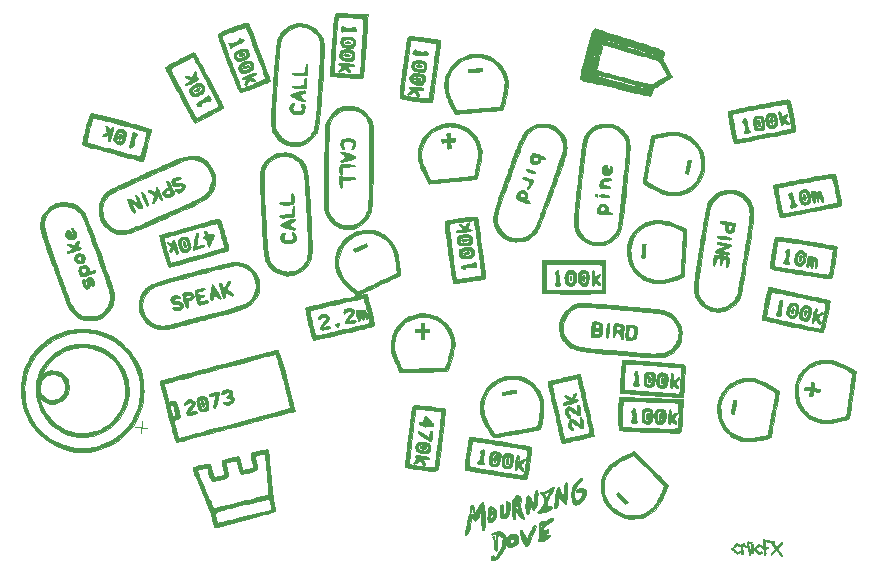
<source format=gbr>
%TF.GenerationSoftware,KiCad,Pcbnew,(5.1.6)-1*%
%TF.CreationDate,2020-07-12T11:16:24-05:00*%
%TF.ProjectId,Bird Monk Train,42697264-204d-46f6-9e6b-20547261696e,rev?*%
%TF.SameCoordinates,Original*%
%TF.FileFunction,Legend,Top*%
%TF.FilePolarity,Positive*%
%FSLAX46Y46*%
G04 Gerber Fmt 4.6, Leading zero omitted, Abs format (unit mm)*
G04 Created by KiCad (PCBNEW (5.1.6)-1) date 2020-07-12 11:16:24*
%MOMM*%
%LPD*%
G01*
G04 APERTURE LIST*
%ADD10C,0.010000*%
%ADD11C,0.120000*%
G04 APERTURE END LIST*
D10*
%TO.C,G\u002A\u002A\u002A*%
G36*
X158876726Y-157085165D02*
G01*
X158957755Y-157096151D01*
X159065834Y-157112528D01*
X159190994Y-157132608D01*
X159323266Y-157154702D01*
X159452682Y-157177121D01*
X159569274Y-157198178D01*
X159663074Y-157216183D01*
X159724114Y-157229448D01*
X159742523Y-157235375D01*
X159755578Y-157272367D01*
X159743039Y-157316232D01*
X159714713Y-157344749D01*
X159694056Y-157345187D01*
X159666273Y-157339484D01*
X159661979Y-157355210D01*
X159683469Y-157396993D01*
X159733038Y-157469464D01*
X159801772Y-157562380D01*
X159946435Y-157754582D01*
X160170159Y-157513646D01*
X160262239Y-157415314D01*
X160326698Y-157349881D01*
X160370162Y-157312451D01*
X160399258Y-157298126D01*
X160420613Y-157302011D01*
X160437632Y-157315978D01*
X160453544Y-157335927D01*
X160456089Y-157358717D01*
X160440879Y-157391465D01*
X160403528Y-157441287D01*
X160339648Y-157515301D01*
X160260509Y-157603329D01*
X160177742Y-157696189D01*
X160109154Y-157775796D01*
X160061200Y-157834459D01*
X160040339Y-157864488D01*
X160039945Y-157866086D01*
X160054400Y-157892557D01*
X160093672Y-157951479D01*
X160151993Y-158034488D01*
X160223593Y-158133223D01*
X160233689Y-158146930D01*
X160314770Y-158258846D01*
X160367714Y-158337906D01*
X160396283Y-158391053D01*
X160404238Y-158425230D01*
X160396023Y-158446579D01*
X160360953Y-158478118D01*
X160345648Y-158484056D01*
X160323838Y-158464771D01*
X160278528Y-158412212D01*
X160216260Y-158334323D01*
X160143577Y-158239046D01*
X160140864Y-158235411D01*
X160068616Y-158138689D01*
X160007902Y-158057617D01*
X159964970Y-158000527D01*
X159946068Y-157975746D01*
X159945933Y-157975583D01*
X159925881Y-157988439D01*
X159878555Y-158031803D01*
X159811252Y-158098685D01*
X159739432Y-158173418D01*
X159653418Y-158263623D01*
X159594331Y-158321380D01*
X159554667Y-158351865D01*
X159526922Y-158360257D01*
X159503589Y-158351732D01*
X159492531Y-158343758D01*
X159467681Y-158320979D01*
X159463710Y-158297776D01*
X159485050Y-158263095D01*
X159536133Y-158205886D01*
X159556508Y-158184177D01*
X159636377Y-158099028D01*
X159719883Y-158009563D01*
X159766314Y-157959574D01*
X159862326Y-157855876D01*
X159694553Y-157633450D01*
X159606600Y-157510445D01*
X159555126Y-157422990D01*
X159540096Y-157371024D01*
X159541083Y-157365959D01*
X159541914Y-157345141D01*
X159523945Y-157328541D01*
X159479182Y-157313435D01*
X159399626Y-157297102D01*
X159281096Y-157277422D01*
X159166456Y-157259697D01*
X159069338Y-157245507D01*
X159001515Y-157236523D01*
X158976414Y-157234203D01*
X158960500Y-157251262D01*
X158954513Y-157306032D01*
X158957893Y-157404429D01*
X158958895Y-157419347D01*
X158968156Y-157546558D01*
X158977981Y-157631471D01*
X158993024Y-157682629D01*
X159017933Y-157708574D01*
X159057362Y-157717850D01*
X159115962Y-157718999D01*
X159122052Y-157718996D01*
X159197547Y-157721081D01*
X159235142Y-157731710D01*
X159247904Y-157757439D01*
X159249076Y-157782751D01*
X159244942Y-157820589D01*
X159223844Y-157839465D01*
X159172739Y-157845902D01*
X159121566Y-157846506D01*
X159048817Y-157850068D01*
X159002650Y-157859175D01*
X158994056Y-157866301D01*
X158997043Y-157899202D01*
X159004996Y-157969512D01*
X159016402Y-158064049D01*
X159020696Y-158098552D01*
X159032827Y-158203853D01*
X159036374Y-158270464D01*
X159030425Y-158310116D01*
X159014068Y-158334542D01*
X159001569Y-158344810D01*
X158957933Y-158363994D01*
X158936073Y-158359326D01*
X158926022Y-158328674D01*
X158912747Y-158261165D01*
X158898248Y-158170679D01*
X158884527Y-158071095D01*
X158873583Y-157976291D01*
X158867418Y-157900147D01*
X158866740Y-157878383D01*
X158845274Y-157852506D01*
X158815542Y-157846506D01*
X158778056Y-157834328D01*
X158765004Y-157789184D01*
X158764538Y-157770800D01*
X158770373Y-157718806D01*
X158792480Y-157707134D01*
X158806481Y-157711189D01*
X158823569Y-157713697D01*
X158834351Y-157700446D01*
X158839415Y-157663802D01*
X158839346Y-157596128D01*
X158834729Y-157489789D01*
X158830027Y-157404365D01*
X158824664Y-157282884D01*
X158823187Y-157182246D01*
X158825518Y-157112016D01*
X158831576Y-157081760D01*
X158832713Y-157081260D01*
X158876726Y-157085165D01*
G37*
X158876726Y-157085165D02*
X158957755Y-157096151D01*
X159065834Y-157112528D01*
X159190994Y-157132608D01*
X159323266Y-157154702D01*
X159452682Y-157177121D01*
X159569274Y-157198178D01*
X159663074Y-157216183D01*
X159724114Y-157229448D01*
X159742523Y-157235375D01*
X159755578Y-157272367D01*
X159743039Y-157316232D01*
X159714713Y-157344749D01*
X159694056Y-157345187D01*
X159666273Y-157339484D01*
X159661979Y-157355210D01*
X159683469Y-157396993D01*
X159733038Y-157469464D01*
X159801772Y-157562380D01*
X159946435Y-157754582D01*
X160170159Y-157513646D01*
X160262239Y-157415314D01*
X160326698Y-157349881D01*
X160370162Y-157312451D01*
X160399258Y-157298126D01*
X160420613Y-157302011D01*
X160437632Y-157315978D01*
X160453544Y-157335927D01*
X160456089Y-157358717D01*
X160440879Y-157391465D01*
X160403528Y-157441287D01*
X160339648Y-157515301D01*
X160260509Y-157603329D01*
X160177742Y-157696189D01*
X160109154Y-157775796D01*
X160061200Y-157834459D01*
X160040339Y-157864488D01*
X160039945Y-157866086D01*
X160054400Y-157892557D01*
X160093672Y-157951479D01*
X160151993Y-158034488D01*
X160223593Y-158133223D01*
X160233689Y-158146930D01*
X160314770Y-158258846D01*
X160367714Y-158337906D01*
X160396283Y-158391053D01*
X160404238Y-158425230D01*
X160396023Y-158446579D01*
X160360953Y-158478118D01*
X160345648Y-158484056D01*
X160323838Y-158464771D01*
X160278528Y-158412212D01*
X160216260Y-158334323D01*
X160143577Y-158239046D01*
X160140864Y-158235411D01*
X160068616Y-158138689D01*
X160007902Y-158057617D01*
X159964970Y-158000527D01*
X159946068Y-157975746D01*
X159945933Y-157975583D01*
X159925881Y-157988439D01*
X159878555Y-158031803D01*
X159811252Y-158098685D01*
X159739432Y-158173418D01*
X159653418Y-158263623D01*
X159594331Y-158321380D01*
X159554667Y-158351865D01*
X159526922Y-158360257D01*
X159503589Y-158351732D01*
X159492531Y-158343758D01*
X159467681Y-158320979D01*
X159463710Y-158297776D01*
X159485050Y-158263095D01*
X159536133Y-158205886D01*
X159556508Y-158184177D01*
X159636377Y-158099028D01*
X159719883Y-158009563D01*
X159766314Y-157959574D01*
X159862326Y-157855876D01*
X159694553Y-157633450D01*
X159606600Y-157510445D01*
X159555126Y-157422990D01*
X159540096Y-157371024D01*
X159541083Y-157365959D01*
X159541914Y-157345141D01*
X159523945Y-157328541D01*
X159479182Y-157313435D01*
X159399626Y-157297102D01*
X159281096Y-157277422D01*
X159166456Y-157259697D01*
X159069338Y-157245507D01*
X159001515Y-157236523D01*
X158976414Y-157234203D01*
X158960500Y-157251262D01*
X158954513Y-157306032D01*
X158957893Y-157404429D01*
X158958895Y-157419347D01*
X158968156Y-157546558D01*
X158977981Y-157631471D01*
X158993024Y-157682629D01*
X159017933Y-157708574D01*
X159057362Y-157717850D01*
X159115962Y-157718999D01*
X159122052Y-157718996D01*
X159197547Y-157721081D01*
X159235142Y-157731710D01*
X159247904Y-157757439D01*
X159249076Y-157782751D01*
X159244942Y-157820589D01*
X159223844Y-157839465D01*
X159172739Y-157845902D01*
X159121566Y-157846506D01*
X159048817Y-157850068D01*
X159002650Y-157859175D01*
X158994056Y-157866301D01*
X158997043Y-157899202D01*
X159004996Y-157969512D01*
X159016402Y-158064049D01*
X159020696Y-158098552D01*
X159032827Y-158203853D01*
X159036374Y-158270464D01*
X159030425Y-158310116D01*
X159014068Y-158334542D01*
X159001569Y-158344810D01*
X158957933Y-158363994D01*
X158936073Y-158359326D01*
X158926022Y-158328674D01*
X158912747Y-158261165D01*
X158898248Y-158170679D01*
X158884527Y-158071095D01*
X158873583Y-157976291D01*
X158867418Y-157900147D01*
X158866740Y-157878383D01*
X158845274Y-157852506D01*
X158815542Y-157846506D01*
X158778056Y-157834328D01*
X158765004Y-157789184D01*
X158764538Y-157770800D01*
X158770373Y-157718806D01*
X158792480Y-157707134D01*
X158806481Y-157711189D01*
X158823569Y-157713697D01*
X158834351Y-157700446D01*
X158839415Y-157663802D01*
X158839346Y-157596128D01*
X158834729Y-157489789D01*
X158830027Y-157404365D01*
X158824664Y-157282884D01*
X158823187Y-157182246D01*
X158825518Y-157112016D01*
X158831576Y-157081760D01*
X158832713Y-157081260D01*
X158876726Y-157085165D01*
G36*
X157953671Y-157808253D02*
G01*
X157959441Y-157939851D01*
X157962874Y-158054327D01*
X157963783Y-158141462D01*
X157961978Y-158191040D01*
X157960847Y-158197158D01*
X157932039Y-158223614D01*
X157887883Y-158227199D01*
X157852905Y-158209280D01*
X157846466Y-158190783D01*
X157837580Y-158155158D01*
X157815628Y-158161856D01*
X157787663Y-158206333D01*
X157775304Y-158236610D01*
X157743760Y-158309584D01*
X157710117Y-158368256D01*
X157709658Y-158368888D01*
X157682056Y-158402259D01*
X157667932Y-158393618D01*
X157659148Y-158367689D01*
X157646890Y-158321763D01*
X157626830Y-158239849D01*
X157601310Y-158132193D01*
X157572672Y-158009042D01*
X157543258Y-157880644D01*
X157515407Y-157757246D01*
X157491464Y-157649095D01*
X157473768Y-157566438D01*
X157464661Y-157519522D01*
X157463936Y-157513395D01*
X157485704Y-157495194D01*
X157525598Y-157489478D01*
X157554559Y-157493123D01*
X157576383Y-157510092D01*
X157595358Y-157549435D01*
X157615771Y-157620201D01*
X157641912Y-157731440D01*
X157643422Y-157738122D01*
X157668526Y-157845757D01*
X157690784Y-157934869D01*
X157707146Y-157993567D01*
X157713071Y-158009607D01*
X157732041Y-158004659D01*
X157762982Y-157964479D01*
X157773789Y-157945852D01*
X157799762Y-157883372D01*
X157813146Y-157806616D01*
X157816152Y-157700079D01*
X157815229Y-157655241D01*
X157812987Y-157554086D01*
X157815303Y-157493508D01*
X157825103Y-157463106D01*
X157845308Y-157452478D01*
X157872579Y-157451225D01*
X157935723Y-157451225D01*
X157953671Y-157808253D01*
G37*
X157953671Y-157808253D02*
X157959441Y-157939851D01*
X157962874Y-158054327D01*
X157963783Y-158141462D01*
X157961978Y-158191040D01*
X157960847Y-158197158D01*
X157932039Y-158223614D01*
X157887883Y-158227199D01*
X157852905Y-158209280D01*
X157846466Y-158190783D01*
X157837580Y-158155158D01*
X157815628Y-158161856D01*
X157787663Y-158206333D01*
X157775304Y-158236610D01*
X157743760Y-158309584D01*
X157710117Y-158368256D01*
X157709658Y-158368888D01*
X157682056Y-158402259D01*
X157667932Y-158393618D01*
X157659148Y-158367689D01*
X157646890Y-158321763D01*
X157626830Y-158239849D01*
X157601310Y-158132193D01*
X157572672Y-158009042D01*
X157543258Y-157880644D01*
X157515407Y-157757246D01*
X157491464Y-157649095D01*
X157473768Y-157566438D01*
X157464661Y-157519522D01*
X157463936Y-157513395D01*
X157485704Y-157495194D01*
X157525598Y-157489478D01*
X157554559Y-157493123D01*
X157576383Y-157510092D01*
X157595358Y-157549435D01*
X157615771Y-157620201D01*
X157641912Y-157731440D01*
X157643422Y-157738122D01*
X157668526Y-157845757D01*
X157690784Y-157934869D01*
X157707146Y-157993567D01*
X157713071Y-158009607D01*
X157732041Y-158004659D01*
X157762982Y-157964479D01*
X157773789Y-157945852D01*
X157799762Y-157883372D01*
X157813146Y-157806616D01*
X157816152Y-157700079D01*
X157815229Y-157655241D01*
X157812987Y-157554086D01*
X157815303Y-157493508D01*
X157825103Y-157463106D01*
X157845308Y-157452478D01*
X157872579Y-157451225D01*
X157935723Y-157451225D01*
X157953671Y-157808253D01*
G36*
X158599997Y-157518875D02*
G01*
X158689044Y-157573565D01*
X158738869Y-157613511D01*
X158755885Y-157646753D01*
X158746502Y-157681327D01*
X158739287Y-157693494D01*
X158719047Y-157712249D01*
X158686463Y-157709746D01*
X158629108Y-157683399D01*
X158591208Y-157662685D01*
X158467553Y-157593624D01*
X158317432Y-157745327D01*
X158241684Y-157827342D01*
X158198290Y-157886739D01*
X158190618Y-157918834D01*
X158191779Y-157920208D01*
X158222038Y-157946991D01*
X158279852Y-157996778D01*
X158353763Y-158059716D01*
X158368504Y-158072198D01*
X158520762Y-158201011D01*
X158606076Y-158135939D01*
X158660938Y-158096486D01*
X158692128Y-158086503D01*
X158715810Y-158103606D01*
X158727238Y-158118074D01*
X158743928Y-158148374D01*
X158737214Y-158177933D01*
X158700983Y-158218847D01*
X158655429Y-158260152D01*
X158592073Y-158312152D01*
X158542090Y-158346323D01*
X158522269Y-158354347D01*
X158494398Y-158338378D01*
X158435988Y-158295118D01*
X158354987Y-158230749D01*
X158259342Y-158151452D01*
X158236359Y-158131966D01*
X157975951Y-157910261D01*
X158452105Y-157432459D01*
X158599997Y-157518875D01*
G37*
X158599997Y-157518875D02*
X158689044Y-157573565D01*
X158738869Y-157613511D01*
X158755885Y-157646753D01*
X158746502Y-157681327D01*
X158739287Y-157693494D01*
X158719047Y-157712249D01*
X158686463Y-157709746D01*
X158629108Y-157683399D01*
X158591208Y-157662685D01*
X158467553Y-157593624D01*
X158317432Y-157745327D01*
X158241684Y-157827342D01*
X158198290Y-157886739D01*
X158190618Y-157918834D01*
X158191779Y-157920208D01*
X158222038Y-157946991D01*
X158279852Y-157996778D01*
X158353763Y-158059716D01*
X158368504Y-158072198D01*
X158520762Y-158201011D01*
X158606076Y-158135939D01*
X158660938Y-158096486D01*
X158692128Y-158086503D01*
X158715810Y-158103606D01*
X158727238Y-158118074D01*
X158743928Y-158148374D01*
X158737214Y-158177933D01*
X158700983Y-158218847D01*
X158655429Y-158260152D01*
X158592073Y-158312152D01*
X158542090Y-158346323D01*
X158522269Y-158354347D01*
X158494398Y-158338378D01*
X158435988Y-158295118D01*
X158354987Y-158230749D01*
X158259342Y-158151452D01*
X158236359Y-158131966D01*
X157975951Y-157910261D01*
X158452105Y-157432459D01*
X158599997Y-157518875D01*
G36*
X156712826Y-157451991D02*
G01*
X156808975Y-157505731D01*
X156864861Y-157545327D01*
X156886635Y-157577778D01*
X156880448Y-157610084D01*
X156868359Y-157628964D01*
X156846046Y-157653554D01*
X156819708Y-157657726D01*
X156775536Y-157639252D01*
X156713448Y-157603956D01*
X156592205Y-157532903D01*
X156286374Y-157838734D01*
X156473372Y-157994207D01*
X156560413Y-158065755D01*
X156617817Y-158108713D01*
X156654926Y-158127386D01*
X156681084Y-158126077D01*
X156705632Y-158109090D01*
X156711500Y-158103894D01*
X156772793Y-158054654D01*
X156814037Y-158040819D01*
X156848830Y-158059460D01*
X156860763Y-158071741D01*
X156880437Y-158099167D01*
X156877403Y-158124550D01*
X156845414Y-158158498D01*
X156778511Y-158211401D01*
X156711999Y-158260821D01*
X156663364Y-158294522D01*
X156645093Y-158304512D01*
X156623074Y-158288532D01*
X156569861Y-158245526D01*
X156492972Y-158181681D01*
X156399919Y-158103184D01*
X156380101Y-158086331D01*
X156284723Y-158004208D01*
X156204550Y-157933456D01*
X156147059Y-157880802D01*
X156119731Y-157852975D01*
X156118572Y-157851067D01*
X156133151Y-157827283D01*
X156177654Y-157775312D01*
X156245428Y-157702512D01*
X156329817Y-157616243D01*
X156341478Y-157604604D01*
X156570893Y-157376252D01*
X156712826Y-157451991D01*
G37*
X156712826Y-157451991D02*
X156808975Y-157505731D01*
X156864861Y-157545327D01*
X156886635Y-157577778D01*
X156880448Y-157610084D01*
X156868359Y-157628964D01*
X156846046Y-157653554D01*
X156819708Y-157657726D01*
X156775536Y-157639252D01*
X156713448Y-157603956D01*
X156592205Y-157532903D01*
X156286374Y-157838734D01*
X156473372Y-157994207D01*
X156560413Y-158065755D01*
X156617817Y-158108713D01*
X156654926Y-158127386D01*
X156681084Y-158126077D01*
X156705632Y-158109090D01*
X156711500Y-158103894D01*
X156772793Y-158054654D01*
X156814037Y-158040819D01*
X156848830Y-158059460D01*
X156860763Y-158071741D01*
X156880437Y-158099167D01*
X156877403Y-158124550D01*
X156845414Y-158158498D01*
X156778511Y-158211401D01*
X156711999Y-158260821D01*
X156663364Y-158294522D01*
X156645093Y-158304512D01*
X156623074Y-158288532D01*
X156569861Y-158245526D01*
X156492972Y-158181681D01*
X156399919Y-158103184D01*
X156380101Y-158086331D01*
X156284723Y-158004208D01*
X156204550Y-157933456D01*
X156147059Y-157880802D01*
X156119731Y-157852975D01*
X156118572Y-157851067D01*
X156133151Y-157827283D01*
X156177654Y-157775312D01*
X156245428Y-157702512D01*
X156329817Y-157616243D01*
X156341478Y-157604604D01*
X156570893Y-157376252D01*
X156712826Y-157451991D01*
G36*
X157199677Y-157404526D02*
G01*
X157254428Y-157449667D01*
X157322578Y-157513851D01*
X157336406Y-157527711D01*
X157405413Y-157599092D01*
X157442932Y-157644727D01*
X157454032Y-157674435D01*
X157443784Y-157698036D01*
X157431314Y-157711543D01*
X157403799Y-157733828D01*
X157376930Y-157733306D01*
X157338013Y-157705122D01*
X157286218Y-157656018D01*
X157227598Y-157600344D01*
X157191666Y-157575972D01*
X157164681Y-157578505D01*
X157132902Y-157603548D01*
X157130098Y-157606071D01*
X157107247Y-157629486D01*
X157092588Y-157657167D01*
X157085099Y-157698972D01*
X157083757Y-157764757D01*
X157087540Y-157864377D01*
X157092957Y-157964236D01*
X157099672Y-158095674D01*
X157101797Y-158184957D01*
X157098675Y-158240782D01*
X157089646Y-158271846D01*
X157074052Y-158286846D01*
X157068331Y-158289386D01*
X157026547Y-158301542D01*
X157000677Y-158292567D01*
X156985217Y-158253671D01*
X156974666Y-158176064D01*
X156970694Y-158133403D01*
X156961507Y-158024456D01*
X156950856Y-157889854D01*
X156940726Y-157754830D01*
X156938607Y-157725371D01*
X156921815Y-157489478D01*
X156984907Y-157489478D01*
X157050069Y-157471033D01*
X157094157Y-157438474D01*
X157138488Y-157400278D01*
X157169111Y-157387470D01*
X157199677Y-157404526D01*
G37*
X157199677Y-157404526D02*
X157254428Y-157449667D01*
X157322578Y-157513851D01*
X157336406Y-157527711D01*
X157405413Y-157599092D01*
X157442932Y-157644727D01*
X157454032Y-157674435D01*
X157443784Y-157698036D01*
X157431314Y-157711543D01*
X157403799Y-157733828D01*
X157376930Y-157733306D01*
X157338013Y-157705122D01*
X157286218Y-157656018D01*
X157227598Y-157600344D01*
X157191666Y-157575972D01*
X157164681Y-157578505D01*
X157132902Y-157603548D01*
X157130098Y-157606071D01*
X157107247Y-157629486D01*
X157092588Y-157657167D01*
X157085099Y-157698972D01*
X157083757Y-157764757D01*
X157087540Y-157864377D01*
X157092957Y-157964236D01*
X157099672Y-158095674D01*
X157101797Y-158184957D01*
X157098675Y-158240782D01*
X157089646Y-158271846D01*
X157074052Y-158286846D01*
X157068331Y-158289386D01*
X157026547Y-158301542D01*
X157000677Y-158292567D01*
X156985217Y-158253671D01*
X156974666Y-158176064D01*
X156970694Y-158133403D01*
X156961507Y-158024456D01*
X156950856Y-157889854D01*
X156940726Y-157754830D01*
X156938607Y-157725371D01*
X156921815Y-157489478D01*
X156984907Y-157489478D01*
X157050069Y-157471033D01*
X157094157Y-157438474D01*
X157138488Y-157400278D01*
X157169111Y-157387470D01*
X157199677Y-157404526D01*
G36*
X157614462Y-157260159D02*
G01*
X157614063Y-157314319D01*
X157612371Y-157330773D01*
X157601813Y-157382301D01*
X157577414Y-157393950D01*
X157546817Y-157385050D01*
X157500551Y-157348964D01*
X157491861Y-157301655D01*
X157520902Y-157261683D01*
X157545704Y-157251194D01*
X157594787Y-157242831D01*
X157614462Y-157260159D01*
G37*
X157614462Y-157260159D02*
X157614063Y-157314319D01*
X157612371Y-157330773D01*
X157601813Y-157382301D01*
X157577414Y-157393950D01*
X157546817Y-157385050D01*
X157500551Y-157348964D01*
X157491861Y-157301655D01*
X157520902Y-157261683D01*
X157545704Y-157251194D01*
X157594787Y-157242831D01*
X157614462Y-157260159D01*
G36*
X157836194Y-157269101D02*
G01*
X157857907Y-157298571D01*
X157835562Y-157351441D01*
X157831205Y-157357812D01*
X157786444Y-157404957D01*
X157750351Y-157402308D01*
X157719076Y-157349515D01*
X157718325Y-157347556D01*
X157698305Y-157289756D01*
X157704088Y-157265398D01*
X157743947Y-157260028D01*
X157768455Y-157259960D01*
X157836194Y-157269101D01*
G37*
X157836194Y-157269101D02*
X157857907Y-157298571D01*
X157835562Y-157351441D01*
X157831205Y-157357812D01*
X157786444Y-157404957D01*
X157750351Y-157402308D01*
X157719076Y-157349515D01*
X157718325Y-157347556D01*
X157698305Y-157289756D01*
X157704088Y-157265398D01*
X157743947Y-157260028D01*
X157768455Y-157259960D01*
X157836194Y-157269101D01*
G36*
X136556336Y-156404429D02*
G01*
X136640443Y-156414452D01*
X136702230Y-156434038D01*
X136734540Y-156451402D01*
X136800462Y-156505245D01*
X136870714Y-156583428D01*
X136937864Y-156674554D01*
X136994480Y-156767223D01*
X137033133Y-156850039D01*
X137046390Y-156911602D01*
X137043773Y-156925716D01*
X137044557Y-156948409D01*
X137057175Y-156943988D01*
X137338720Y-156943988D01*
X137338892Y-156960554D01*
X137343353Y-156960971D01*
X137364577Y-156943596D01*
X137387848Y-156916477D01*
X137409837Y-156886360D01*
X137396671Y-156892674D01*
X137378248Y-156906877D01*
X137338720Y-156943988D01*
X137057175Y-156943988D01*
X137073759Y-156938178D01*
X137124986Y-156899168D01*
X137165446Y-156860654D01*
X137459752Y-156860654D01*
X137499752Y-156855202D01*
X137529924Y-156845584D01*
X137653011Y-156824697D01*
X137764815Y-156853033D01*
X137803425Y-156875776D01*
X137849814Y-156904897D01*
X137859217Y-156900760D01*
X137833608Y-156860760D01*
X137824380Y-156848122D01*
X137751773Y-156770881D01*
X137679001Y-156741459D01*
X137598244Y-156757405D01*
X137573533Y-156769452D01*
X137498875Y-156813881D01*
X137460204Y-156845581D01*
X137459752Y-156860654D01*
X137165446Y-156860654D01*
X137191847Y-156835524D01*
X137206627Y-156820105D01*
X137326384Y-156719657D01*
X137461591Y-156649619D01*
X137601349Y-156612744D01*
X137734761Y-156611784D01*
X137850929Y-156649494D01*
X137860314Y-156654969D01*
X137963730Y-156745895D01*
X138039886Y-156868566D01*
X138085061Y-157009655D01*
X138095537Y-157155833D01*
X138067594Y-157293771D01*
X138049859Y-157334134D01*
X137958853Y-157465212D01*
X137831563Y-157569327D01*
X137663865Y-157649355D01*
X137544799Y-157686305D01*
X137403646Y-157709583D01*
X137282401Y-157702563D01*
X137187741Y-157667680D01*
X137126339Y-157607372D01*
X137104867Y-157525696D01*
X137096110Y-157474667D01*
X137059393Y-157456192D01*
X137034947Y-157454347D01*
X136992609Y-157456024D01*
X136973512Y-157473816D01*
X136970518Y-157521011D01*
X136973465Y-157568762D01*
X136962733Y-157703167D01*
X136916593Y-157854341D01*
X136840754Y-158015388D01*
X136740921Y-158179411D01*
X136622803Y-158339513D01*
X136492105Y-158488798D01*
X136354536Y-158620368D01*
X136215802Y-158727328D01*
X136081610Y-158802781D01*
X135957668Y-158839829D01*
X135919467Y-158842453D01*
X135849021Y-158830496D01*
X135797332Y-158802498D01*
X135763509Y-158740525D01*
X135762040Y-158665704D01*
X135786297Y-158588056D01*
X135829651Y-158517602D01*
X135885473Y-158464361D01*
X135947135Y-158438355D01*
X136008008Y-158449604D01*
X136023596Y-158460450D01*
X136048970Y-158512751D01*
X136045327Y-158571347D01*
X136030330Y-158651762D01*
X136137787Y-158550060D01*
X136275829Y-158398137D01*
X136410276Y-158211590D01*
X136531528Y-158006290D01*
X136629984Y-157798110D01*
X136683740Y-157647458D01*
X136704897Y-157558206D01*
X136726091Y-157438630D01*
X136734956Y-157374134D01*
X137174336Y-157374134D01*
X137185818Y-157405553D01*
X137223442Y-157442356D01*
X137268079Y-157466771D01*
X137276002Y-157468579D01*
X137271173Y-157449399D01*
X137252851Y-157405916D01*
X137219328Y-157352868D01*
X137190506Y-157347590D01*
X137174336Y-157374134D01*
X136734956Y-157374134D01*
X136743891Y-157309138D01*
X136749637Y-157255594D01*
X136762227Y-157154079D01*
X137333754Y-157154079D01*
X137344173Y-157184740D01*
X137362447Y-157223253D01*
X137428554Y-157319088D01*
X137501207Y-157364826D01*
X137579150Y-157360258D01*
X137661127Y-157305172D01*
X137687076Y-157277904D01*
X137742514Y-157194332D01*
X137762808Y-157116913D01*
X137748914Y-157055042D01*
X137701790Y-157018112D01*
X137659953Y-157011822D01*
X137617441Y-157021186D01*
X137550466Y-157044974D01*
X137473836Y-157076729D01*
X137402355Y-157109994D01*
X137350831Y-157138312D01*
X137333754Y-157154079D01*
X136762227Y-157154079D01*
X136766265Y-157121530D01*
X136786293Y-157022725D01*
X136808192Y-156966404D01*
X136811731Y-156961857D01*
X136828344Y-156936324D01*
X136820591Y-156912169D01*
X136781442Y-156880371D01*
X136716314Y-156839436D01*
X136579127Y-156768995D01*
X136469420Y-156740941D01*
X136386486Y-156755335D01*
X136329618Y-156812241D01*
X136305402Y-156875543D01*
X136279248Y-156924180D01*
X136243455Y-156929560D01*
X136208228Y-156895245D01*
X136185511Y-156833691D01*
X136178722Y-156746073D01*
X136188807Y-156662222D01*
X136199920Y-156605660D01*
X136189088Y-156582831D01*
X136167113Y-156579590D01*
X136122194Y-156592628D01*
X136053415Y-156626156D01*
X136002251Y-156656350D01*
X135918637Y-156703472D01*
X135866661Y-156715814D01*
X135840344Y-156692814D01*
X135833654Y-156640439D01*
X135857571Y-156558916D01*
X135928091Y-156493562D01*
X136043365Y-156445110D01*
X136201542Y-156414295D01*
X136400774Y-156401850D01*
X136435758Y-156401612D01*
X136556336Y-156404429D01*
G37*
X136556336Y-156404429D02*
X136640443Y-156414452D01*
X136702230Y-156434038D01*
X136734540Y-156451402D01*
X136800462Y-156505245D01*
X136870714Y-156583428D01*
X136937864Y-156674554D01*
X136994480Y-156767223D01*
X137033133Y-156850039D01*
X137046390Y-156911602D01*
X137043773Y-156925716D01*
X137044557Y-156948409D01*
X137057175Y-156943988D01*
X137338720Y-156943988D01*
X137338892Y-156960554D01*
X137343353Y-156960971D01*
X137364577Y-156943596D01*
X137387848Y-156916477D01*
X137409837Y-156886360D01*
X137396671Y-156892674D01*
X137378248Y-156906877D01*
X137338720Y-156943988D01*
X137057175Y-156943988D01*
X137073759Y-156938178D01*
X137124986Y-156899168D01*
X137165446Y-156860654D01*
X137459752Y-156860654D01*
X137499752Y-156855202D01*
X137529924Y-156845584D01*
X137653011Y-156824697D01*
X137764815Y-156853033D01*
X137803425Y-156875776D01*
X137849814Y-156904897D01*
X137859217Y-156900760D01*
X137833608Y-156860760D01*
X137824380Y-156848122D01*
X137751773Y-156770881D01*
X137679001Y-156741459D01*
X137598244Y-156757405D01*
X137573533Y-156769452D01*
X137498875Y-156813881D01*
X137460204Y-156845581D01*
X137459752Y-156860654D01*
X137165446Y-156860654D01*
X137191847Y-156835524D01*
X137206627Y-156820105D01*
X137326384Y-156719657D01*
X137461591Y-156649619D01*
X137601349Y-156612744D01*
X137734761Y-156611784D01*
X137850929Y-156649494D01*
X137860314Y-156654969D01*
X137963730Y-156745895D01*
X138039886Y-156868566D01*
X138085061Y-157009655D01*
X138095537Y-157155833D01*
X138067594Y-157293771D01*
X138049859Y-157334134D01*
X137958853Y-157465212D01*
X137831563Y-157569327D01*
X137663865Y-157649355D01*
X137544799Y-157686305D01*
X137403646Y-157709583D01*
X137282401Y-157702563D01*
X137187741Y-157667680D01*
X137126339Y-157607372D01*
X137104867Y-157525696D01*
X137096110Y-157474667D01*
X137059393Y-157456192D01*
X137034947Y-157454347D01*
X136992609Y-157456024D01*
X136973512Y-157473816D01*
X136970518Y-157521011D01*
X136973465Y-157568762D01*
X136962733Y-157703167D01*
X136916593Y-157854341D01*
X136840754Y-158015388D01*
X136740921Y-158179411D01*
X136622803Y-158339513D01*
X136492105Y-158488798D01*
X136354536Y-158620368D01*
X136215802Y-158727328D01*
X136081610Y-158802781D01*
X135957668Y-158839829D01*
X135919467Y-158842453D01*
X135849021Y-158830496D01*
X135797332Y-158802498D01*
X135763509Y-158740525D01*
X135762040Y-158665704D01*
X135786297Y-158588056D01*
X135829651Y-158517602D01*
X135885473Y-158464361D01*
X135947135Y-158438355D01*
X136008008Y-158449604D01*
X136023596Y-158460450D01*
X136048970Y-158512751D01*
X136045327Y-158571347D01*
X136030330Y-158651762D01*
X136137787Y-158550060D01*
X136275829Y-158398137D01*
X136410276Y-158211590D01*
X136531528Y-158006290D01*
X136629984Y-157798110D01*
X136683740Y-157647458D01*
X136704897Y-157558206D01*
X136726091Y-157438630D01*
X136734956Y-157374134D01*
X137174336Y-157374134D01*
X137185818Y-157405553D01*
X137223442Y-157442356D01*
X137268079Y-157466771D01*
X137276002Y-157468579D01*
X137271173Y-157449399D01*
X137252851Y-157405916D01*
X137219328Y-157352868D01*
X137190506Y-157347590D01*
X137174336Y-157374134D01*
X136734956Y-157374134D01*
X136743891Y-157309138D01*
X136749637Y-157255594D01*
X136762227Y-157154079D01*
X137333754Y-157154079D01*
X137344173Y-157184740D01*
X137362447Y-157223253D01*
X137428554Y-157319088D01*
X137501207Y-157364826D01*
X137579150Y-157360258D01*
X137661127Y-157305172D01*
X137687076Y-157277904D01*
X137742514Y-157194332D01*
X137762808Y-157116913D01*
X137748914Y-157055042D01*
X137701790Y-157018112D01*
X137659953Y-157011822D01*
X137617441Y-157021186D01*
X137550466Y-157044974D01*
X137473836Y-157076729D01*
X137402355Y-157109994D01*
X137350831Y-157138312D01*
X137333754Y-157154079D01*
X136762227Y-157154079D01*
X136766265Y-157121530D01*
X136786293Y-157022725D01*
X136808192Y-156966404D01*
X136811731Y-156961857D01*
X136828344Y-156936324D01*
X136820591Y-156912169D01*
X136781442Y-156880371D01*
X136716314Y-156839436D01*
X136579127Y-156768995D01*
X136469420Y-156740941D01*
X136386486Y-156755335D01*
X136329618Y-156812241D01*
X136305402Y-156875543D01*
X136279248Y-156924180D01*
X136243455Y-156929560D01*
X136208228Y-156895245D01*
X136185511Y-156833691D01*
X136178722Y-156746073D01*
X136188807Y-156662222D01*
X136199920Y-156605660D01*
X136189088Y-156582831D01*
X136167113Y-156579590D01*
X136122194Y-156592628D01*
X136053415Y-156626156D01*
X136002251Y-156656350D01*
X135918637Y-156703472D01*
X135866661Y-156715814D01*
X135840344Y-156692814D01*
X135833654Y-156640439D01*
X135857571Y-156558916D01*
X135928091Y-156493562D01*
X136043365Y-156445110D01*
X136201542Y-156414295D01*
X136400774Y-156401850D01*
X136435758Y-156401612D01*
X136556336Y-156404429D01*
G36*
X136283729Y-157068135D02*
G01*
X136304946Y-157099992D01*
X136318487Y-157165155D01*
X136325817Y-157268751D01*
X136328400Y-157415903D01*
X136328427Y-157489850D01*
X136326293Y-157657375D01*
X136320541Y-157781144D01*
X136310577Y-157868163D01*
X136295802Y-157925436D01*
X136290289Y-157937973D01*
X136247049Y-158003640D01*
X136204132Y-158020870D01*
X136156167Y-157991757D01*
X136155095Y-157990692D01*
X136120771Y-157932914D01*
X136087692Y-157835396D01*
X136058073Y-157709240D01*
X136034128Y-157565548D01*
X136018074Y-157415420D01*
X136012135Y-157274249D01*
X136021098Y-157177211D01*
X136045820Y-157108793D01*
X136081809Y-157076273D01*
X136124567Y-157086929D01*
X136126748Y-157088680D01*
X136169475Y-157102249D01*
X136212408Y-157083838D01*
X136253371Y-157064459D01*
X136283729Y-157068135D01*
G37*
X136283729Y-157068135D02*
X136304946Y-157099992D01*
X136318487Y-157165155D01*
X136325817Y-157268751D01*
X136328400Y-157415903D01*
X136328427Y-157489850D01*
X136326293Y-157657375D01*
X136320541Y-157781144D01*
X136310577Y-157868163D01*
X136295802Y-157925436D01*
X136290289Y-157937973D01*
X136247049Y-158003640D01*
X136204132Y-158020870D01*
X136156167Y-157991757D01*
X136155095Y-157990692D01*
X136120771Y-157932914D01*
X136087692Y-157835396D01*
X136058073Y-157709240D01*
X136034128Y-157565548D01*
X136018074Y-157415420D01*
X136012135Y-157274249D01*
X136021098Y-157177211D01*
X136045820Y-157108793D01*
X136081809Y-157076273D01*
X136124567Y-157086929D01*
X136126748Y-157088680D01*
X136169475Y-157102249D01*
X136212408Y-157083838D01*
X136253371Y-157064459D01*
X136283729Y-157068135D01*
G36*
X139507130Y-155896932D02*
G01*
X139528254Y-155915142D01*
X139581041Y-155967929D01*
X139496960Y-156216552D01*
X139443899Y-156364146D01*
X139376125Y-156538752D01*
X139298828Y-156728187D01*
X139217202Y-156920268D01*
X139136438Y-157102811D01*
X139061728Y-157263635D01*
X138998265Y-157390555D01*
X138990290Y-157405446D01*
X138907925Y-157537222D01*
X138830346Y-157620020D01*
X138758172Y-157653368D01*
X138692019Y-157636796D01*
X138689292Y-157634937D01*
X138653195Y-157591678D01*
X138605560Y-157508638D01*
X138549848Y-157394623D01*
X138529179Y-157347959D01*
X138723217Y-157347959D01*
X138741126Y-157404687D01*
X138748225Y-157415710D01*
X138779543Y-157455972D01*
X138795084Y-157469480D01*
X138812789Y-157450031D01*
X138846154Y-157401273D01*
X138860106Y-157379153D01*
X138894925Y-157311685D01*
X138899453Y-157274338D01*
X138873952Y-157271743D01*
X138854615Y-157281965D01*
X138800460Y-157297045D01*
X138779777Y-157296156D01*
X138737370Y-157306974D01*
X138723217Y-157347959D01*
X138529179Y-157347959D01*
X138489525Y-157258439D01*
X138428052Y-157108894D01*
X138368893Y-156954793D01*
X138315512Y-156804942D01*
X138271372Y-156668149D01*
X138239935Y-156553219D01*
X138224667Y-156468959D01*
X138223756Y-156451191D01*
X138238559Y-156360600D01*
X138282551Y-156310326D01*
X138330184Y-156299910D01*
X138377917Y-156323279D01*
X138439593Y-156390745D01*
X138512538Y-156498346D01*
X138594078Y-156642120D01*
X138681540Y-156818105D01*
X138685192Y-156825905D01*
X138818083Y-157110358D01*
X139037213Y-156595248D01*
X139104745Y-156438382D01*
X139169245Y-156292029D01*
X139226893Y-156164590D01*
X139273870Y-156064464D01*
X139306355Y-156000053D01*
X139313327Y-155987933D01*
X139378760Y-155906847D01*
X139443403Y-155876499D01*
X139507130Y-155896932D01*
G37*
X139507130Y-155896932D02*
X139528254Y-155915142D01*
X139581041Y-155967929D01*
X139496960Y-156216552D01*
X139443899Y-156364146D01*
X139376125Y-156538752D01*
X139298828Y-156728187D01*
X139217202Y-156920268D01*
X139136438Y-157102811D01*
X139061728Y-157263635D01*
X138998265Y-157390555D01*
X138990290Y-157405446D01*
X138907925Y-157537222D01*
X138830346Y-157620020D01*
X138758172Y-157653368D01*
X138692019Y-157636796D01*
X138689292Y-157634937D01*
X138653195Y-157591678D01*
X138605560Y-157508638D01*
X138549848Y-157394623D01*
X138529179Y-157347959D01*
X138723217Y-157347959D01*
X138741126Y-157404687D01*
X138748225Y-157415710D01*
X138779543Y-157455972D01*
X138795084Y-157469480D01*
X138812789Y-157450031D01*
X138846154Y-157401273D01*
X138860106Y-157379153D01*
X138894925Y-157311685D01*
X138899453Y-157274338D01*
X138873952Y-157271743D01*
X138854615Y-157281965D01*
X138800460Y-157297045D01*
X138779777Y-157296156D01*
X138737370Y-157306974D01*
X138723217Y-157347959D01*
X138529179Y-157347959D01*
X138489525Y-157258439D01*
X138428052Y-157108894D01*
X138368893Y-156954793D01*
X138315512Y-156804942D01*
X138271372Y-156668149D01*
X138239935Y-156553219D01*
X138224667Y-156468959D01*
X138223756Y-156451191D01*
X138238559Y-156360600D01*
X138282551Y-156310326D01*
X138330184Y-156299910D01*
X138377917Y-156323279D01*
X138439593Y-156390745D01*
X138512538Y-156498346D01*
X138594078Y-156642120D01*
X138681540Y-156818105D01*
X138685192Y-156825905D01*
X138818083Y-157110358D01*
X139037213Y-156595248D01*
X139104745Y-156438382D01*
X139169245Y-156292029D01*
X139226893Y-156164590D01*
X139273870Y-156064464D01*
X139306355Y-156000053D01*
X139313327Y-155987933D01*
X139378760Y-155906847D01*
X139443403Y-155876499D01*
X139507130Y-155896932D01*
G36*
X141043294Y-155239640D02*
G01*
X141069404Y-155297794D01*
X141054516Y-155371645D01*
X141003536Y-155455010D01*
X140921369Y-155541705D01*
X140812919Y-155625547D01*
X140683091Y-155700353D01*
X140674541Y-155704509D01*
X140532572Y-155778340D01*
X140427970Y-155847858D01*
X140349144Y-155922487D01*
X140284502Y-156011651D01*
X140272820Y-156031092D01*
X140236031Y-156106573D01*
X140197579Y-156205195D01*
X140163299Y-156309333D01*
X140139027Y-156401360D01*
X140130551Y-156460763D01*
X140147237Y-156458140D01*
X140190401Y-156427511D01*
X140235060Y-156389387D01*
X140343938Y-156304681D01*
X140446593Y-156249918D01*
X140535719Y-156227211D01*
X140604006Y-156238675D01*
X140638165Y-156272813D01*
X140661827Y-156353127D01*
X140655298Y-156433567D01*
X140624124Y-156501005D01*
X140573852Y-156542316D01*
X140522103Y-156547456D01*
X140469079Y-156551752D01*
X140447115Y-156583538D01*
X140417732Y-156626893D01*
X140362087Y-156678764D01*
X140338497Y-156696390D01*
X140244965Y-156761707D01*
X140359380Y-156745174D01*
X140457689Y-156726303D01*
X140564711Y-156699175D01*
X140595510Y-156689897D01*
X140694925Y-156665638D01*
X140756883Y-156670206D01*
X140786791Y-156705069D01*
X140791612Y-156743172D01*
X140768049Y-156820350D01*
X140703243Y-156901939D01*
X140606023Y-156983466D01*
X140485215Y-157060458D01*
X140349645Y-157128441D01*
X140208141Y-157182943D01*
X140069529Y-157219490D01*
X139942636Y-157233609D01*
X139844532Y-157223128D01*
X139799583Y-157187594D01*
X139784298Y-157115701D01*
X139797297Y-157026141D01*
X140016643Y-157026141D01*
X140034253Y-157032511D01*
X140079700Y-157033673D01*
X140156250Y-157027446D01*
X140218151Y-157012405D01*
X140219540Y-157011822D01*
X140244458Y-156997503D01*
X140226848Y-156991133D01*
X140181402Y-156989971D01*
X140104852Y-156996198D01*
X140042951Y-157011239D01*
X140041562Y-157011822D01*
X140016643Y-157026141D01*
X139797297Y-157026141D01*
X139799236Y-157012788D01*
X139816640Y-156955837D01*
X139838994Y-156875805D01*
X139853911Y-156780001D01*
X139862628Y-156656865D01*
X139866381Y-156494836D01*
X139866418Y-156490601D01*
X139867637Y-156341271D01*
X139869350Y-156234903D01*
X139873104Y-156163618D01*
X139880445Y-156119538D01*
X139892921Y-156094784D01*
X139912077Y-156081478D01*
X139939462Y-156071741D01*
X139949299Y-156068413D01*
X140004682Y-156033327D01*
X140072602Y-155967762D01*
X140127277Y-155901273D01*
X140197059Y-155798480D01*
X140228972Y-155729582D01*
X140223026Y-155694549D01*
X140204284Y-155689700D01*
X140166810Y-155707965D01*
X140113924Y-155752965D01*
X140059703Y-155810009D01*
X140018227Y-155864403D01*
X140003424Y-155899333D01*
X139983963Y-155947979D01*
X139938651Y-155991281D01*
X139887094Y-156013421D01*
X139864531Y-156011399D01*
X139835338Y-155975833D01*
X139831156Y-155909645D01*
X139848273Y-155824174D01*
X139882975Y-155730761D01*
X139931548Y-155640743D01*
X139990278Y-155565461D01*
X140019123Y-155539340D01*
X140070999Y-155505421D01*
X140124598Y-155492300D01*
X140201218Y-155495795D01*
X140226025Y-155498719D01*
X140336641Y-155503675D01*
X140440961Y-155486247D01*
X140552614Y-155442337D01*
X140685230Y-155367846D01*
X140707516Y-155353943D01*
X140844789Y-155274855D01*
X140947769Y-155232302D01*
X141017250Y-155226014D01*
X141043294Y-155239640D01*
G37*
X141043294Y-155239640D02*
X141069404Y-155297794D01*
X141054516Y-155371645D01*
X141003536Y-155455010D01*
X140921369Y-155541705D01*
X140812919Y-155625547D01*
X140683091Y-155700353D01*
X140674541Y-155704509D01*
X140532572Y-155778340D01*
X140427970Y-155847858D01*
X140349144Y-155922487D01*
X140284502Y-156011651D01*
X140272820Y-156031092D01*
X140236031Y-156106573D01*
X140197579Y-156205195D01*
X140163299Y-156309333D01*
X140139027Y-156401360D01*
X140130551Y-156460763D01*
X140147237Y-156458140D01*
X140190401Y-156427511D01*
X140235060Y-156389387D01*
X140343938Y-156304681D01*
X140446593Y-156249918D01*
X140535719Y-156227211D01*
X140604006Y-156238675D01*
X140638165Y-156272813D01*
X140661827Y-156353127D01*
X140655298Y-156433567D01*
X140624124Y-156501005D01*
X140573852Y-156542316D01*
X140522103Y-156547456D01*
X140469079Y-156551752D01*
X140447115Y-156583538D01*
X140417732Y-156626893D01*
X140362087Y-156678764D01*
X140338497Y-156696390D01*
X140244965Y-156761707D01*
X140359380Y-156745174D01*
X140457689Y-156726303D01*
X140564711Y-156699175D01*
X140595510Y-156689897D01*
X140694925Y-156665638D01*
X140756883Y-156670206D01*
X140786791Y-156705069D01*
X140791612Y-156743172D01*
X140768049Y-156820350D01*
X140703243Y-156901939D01*
X140606023Y-156983466D01*
X140485215Y-157060458D01*
X140349645Y-157128441D01*
X140208141Y-157182943D01*
X140069529Y-157219490D01*
X139942636Y-157233609D01*
X139844532Y-157223128D01*
X139799583Y-157187594D01*
X139784298Y-157115701D01*
X139797297Y-157026141D01*
X140016643Y-157026141D01*
X140034253Y-157032511D01*
X140079700Y-157033673D01*
X140156250Y-157027446D01*
X140218151Y-157012405D01*
X140219540Y-157011822D01*
X140244458Y-156997503D01*
X140226848Y-156991133D01*
X140181402Y-156989971D01*
X140104852Y-156996198D01*
X140042951Y-157011239D01*
X140041562Y-157011822D01*
X140016643Y-157026141D01*
X139797297Y-157026141D01*
X139799236Y-157012788D01*
X139816640Y-156955837D01*
X139838994Y-156875805D01*
X139853911Y-156780001D01*
X139862628Y-156656865D01*
X139866381Y-156494836D01*
X139866418Y-156490601D01*
X139867637Y-156341271D01*
X139869350Y-156234903D01*
X139873104Y-156163618D01*
X139880445Y-156119538D01*
X139892921Y-156094784D01*
X139912077Y-156081478D01*
X139939462Y-156071741D01*
X139949299Y-156068413D01*
X140004682Y-156033327D01*
X140072602Y-155967762D01*
X140127277Y-155901273D01*
X140197059Y-155798480D01*
X140228972Y-155729582D01*
X140223026Y-155694549D01*
X140204284Y-155689700D01*
X140166810Y-155707965D01*
X140113924Y-155752965D01*
X140059703Y-155810009D01*
X140018227Y-155864403D01*
X140003424Y-155899333D01*
X139983963Y-155947979D01*
X139938651Y-155991281D01*
X139887094Y-156013421D01*
X139864531Y-156011399D01*
X139835338Y-155975833D01*
X139831156Y-155909645D01*
X139848273Y-155824174D01*
X139882975Y-155730761D01*
X139931548Y-155640743D01*
X139990278Y-155565461D01*
X140019123Y-155539340D01*
X140070999Y-155505421D01*
X140124598Y-155492300D01*
X140201218Y-155495795D01*
X140226025Y-155498719D01*
X140336641Y-155503675D01*
X140440961Y-155486247D01*
X140552614Y-155442337D01*
X140685230Y-155367846D01*
X140707516Y-155353943D01*
X140844789Y-155274855D01*
X140947769Y-155232302D01*
X141017250Y-155226014D01*
X141043294Y-155239640D01*
G36*
X136028545Y-156779902D02*
G01*
X136059999Y-156834801D01*
X136075733Y-156904108D01*
X136069704Y-156969668D01*
X136063149Y-156985152D01*
X136019789Y-157029415D01*
X135970656Y-157032663D01*
X135932592Y-156995995D01*
X135925538Y-156976167D01*
X135917549Y-156896427D01*
X135929637Y-156823132D01*
X135957357Y-156771986D01*
X135987413Y-156757568D01*
X136028545Y-156779902D01*
G37*
X136028545Y-156779902D02*
X136059999Y-156834801D01*
X136075733Y-156904108D01*
X136069704Y-156969668D01*
X136063149Y-156985152D01*
X136019789Y-157029415D01*
X135970656Y-157032663D01*
X135932592Y-156995995D01*
X135925538Y-156976167D01*
X135917549Y-156896427D01*
X135929637Y-156823132D01*
X135957357Y-156771986D01*
X135987413Y-156757568D01*
X136028545Y-156779902D01*
G36*
X135079765Y-153925253D02*
G01*
X135122599Y-153970304D01*
X135158758Y-154048000D01*
X135188636Y-154160882D01*
X135212627Y-154311487D01*
X135231123Y-154502356D01*
X135244519Y-154736028D01*
X135253208Y-155015041D01*
X135257582Y-155341934D01*
X135257820Y-155381477D01*
X135258324Y-155618490D01*
X135256600Y-155809743D01*
X135251997Y-155960304D01*
X135243863Y-156075239D01*
X135231548Y-156159616D01*
X135214399Y-156218502D01*
X135191767Y-156256963D01*
X135163000Y-156280066D01*
X135141177Y-156289099D01*
X135107633Y-156295794D01*
X135079716Y-156289777D01*
X135056683Y-156266750D01*
X135037790Y-156222413D01*
X135022294Y-156152469D01*
X135009452Y-156052618D01*
X134998522Y-155918561D01*
X134988759Y-155746000D01*
X134979420Y-155530636D01*
X134971063Y-155305111D01*
X134964048Y-155133351D01*
X134955884Y-154977011D01*
X134947115Y-154843785D01*
X134938287Y-154741367D01*
X134929945Y-154677449D01*
X134925380Y-154660744D01*
X134910744Y-154649756D01*
X134892011Y-154669235D01*
X134866071Y-154724817D01*
X134829819Y-154822134D01*
X134818434Y-154854642D01*
X134737669Y-155071193D01*
X134660522Y-155246290D01*
X134588104Y-155378101D01*
X134521527Y-155464794D01*
X134461905Y-155504533D01*
X134424731Y-155503367D01*
X134395819Y-155474884D01*
X134353303Y-155412397D01*
X134305151Y-155327952D01*
X134292295Y-155303103D01*
X134237132Y-155194139D01*
X134414830Y-155194139D01*
X134439736Y-155226352D01*
X134479801Y-155237917D01*
X134520180Y-155216759D01*
X134536957Y-155178078D01*
X134515181Y-155161300D01*
X134473394Y-155155766D01*
X134420565Y-155165397D01*
X134414830Y-155194139D01*
X134237132Y-155194139D01*
X134198397Y-155117628D01*
X134166352Y-155193904D01*
X134147846Y-155254787D01*
X134127246Y-155348505D01*
X134108315Y-155457381D01*
X134104089Y-155486297D01*
X134052943Y-155808204D01*
X133996577Y-156079766D01*
X133935005Y-156300940D01*
X133868245Y-156471685D01*
X133796312Y-156591959D01*
X133719222Y-156661720D01*
X133647154Y-156681292D01*
X133590778Y-156669827D01*
X133562544Y-156645622D01*
X133561388Y-156601492D01*
X133574061Y-156530260D01*
X133584470Y-156491618D01*
X133599288Y-156434195D01*
X133622156Y-156335199D01*
X133651265Y-156202946D01*
X133684811Y-156045750D01*
X133720986Y-155871925D01*
X133749333Y-155732792D01*
X133786399Y-155554691D01*
X133822889Y-155389570D01*
X133856934Y-155245120D01*
X133886666Y-155129033D01*
X133910216Y-155049000D01*
X133923425Y-155015976D01*
X133961343Y-154965129D01*
X134007973Y-154944967D01*
X134068278Y-154943357D01*
X134154290Y-154950701D01*
X134231447Y-154963710D01*
X134238208Y-154965390D01*
X134288162Y-154973192D01*
X134306196Y-154952989D01*
X134308128Y-154922274D01*
X134326850Y-154848778D01*
X134376585Y-154806064D01*
X134411536Y-154799810D01*
X134445635Y-154785716D01*
X134488396Y-154740910D01*
X134542310Y-154661607D01*
X134609867Y-154544019D01*
X134693556Y-154384361D01*
X134722699Y-154326660D01*
X134748201Y-154279049D01*
X134961416Y-154279049D01*
X134985113Y-154330772D01*
X135025847Y-154381166D01*
X135052758Y-154384752D01*
X135067261Y-154340441D01*
X135070891Y-154264982D01*
X135069192Y-154190499D01*
X135060976Y-154156820D01*
X135041562Y-154153930D01*
X135023031Y-154162574D01*
X134968143Y-154213378D01*
X134961416Y-154279049D01*
X134748201Y-154279049D01*
X134809960Y-154163753D01*
X134888913Y-154038514D01*
X134957252Y-153954069D01*
X135012671Y-153913543D01*
X135029864Y-153910309D01*
X135079765Y-153925253D01*
G37*
X135079765Y-153925253D02*
X135122599Y-153970304D01*
X135158758Y-154048000D01*
X135188636Y-154160882D01*
X135212627Y-154311487D01*
X135231123Y-154502356D01*
X135244519Y-154736028D01*
X135253208Y-155015041D01*
X135257582Y-155341934D01*
X135257820Y-155381477D01*
X135258324Y-155618490D01*
X135256600Y-155809743D01*
X135251997Y-155960304D01*
X135243863Y-156075239D01*
X135231548Y-156159616D01*
X135214399Y-156218502D01*
X135191767Y-156256963D01*
X135163000Y-156280066D01*
X135141177Y-156289099D01*
X135107633Y-156295794D01*
X135079716Y-156289777D01*
X135056683Y-156266750D01*
X135037790Y-156222413D01*
X135022294Y-156152469D01*
X135009452Y-156052618D01*
X134998522Y-155918561D01*
X134988759Y-155746000D01*
X134979420Y-155530636D01*
X134971063Y-155305111D01*
X134964048Y-155133351D01*
X134955884Y-154977011D01*
X134947115Y-154843785D01*
X134938287Y-154741367D01*
X134929945Y-154677449D01*
X134925380Y-154660744D01*
X134910744Y-154649756D01*
X134892011Y-154669235D01*
X134866071Y-154724817D01*
X134829819Y-154822134D01*
X134818434Y-154854642D01*
X134737669Y-155071193D01*
X134660522Y-155246290D01*
X134588104Y-155378101D01*
X134521527Y-155464794D01*
X134461905Y-155504533D01*
X134424731Y-155503367D01*
X134395819Y-155474884D01*
X134353303Y-155412397D01*
X134305151Y-155327952D01*
X134292295Y-155303103D01*
X134237132Y-155194139D01*
X134414830Y-155194139D01*
X134439736Y-155226352D01*
X134479801Y-155237917D01*
X134520180Y-155216759D01*
X134536957Y-155178078D01*
X134515181Y-155161300D01*
X134473394Y-155155766D01*
X134420565Y-155165397D01*
X134414830Y-155194139D01*
X134237132Y-155194139D01*
X134198397Y-155117628D01*
X134166352Y-155193904D01*
X134147846Y-155254787D01*
X134127246Y-155348505D01*
X134108315Y-155457381D01*
X134104089Y-155486297D01*
X134052943Y-155808204D01*
X133996577Y-156079766D01*
X133935005Y-156300940D01*
X133868245Y-156471685D01*
X133796312Y-156591959D01*
X133719222Y-156661720D01*
X133647154Y-156681292D01*
X133590778Y-156669827D01*
X133562544Y-156645622D01*
X133561388Y-156601492D01*
X133574061Y-156530260D01*
X133584470Y-156491618D01*
X133599288Y-156434195D01*
X133622156Y-156335199D01*
X133651265Y-156202946D01*
X133684811Y-156045750D01*
X133720986Y-155871925D01*
X133749333Y-155732792D01*
X133786399Y-155554691D01*
X133822889Y-155389570D01*
X133856934Y-155245120D01*
X133886666Y-155129033D01*
X133910216Y-155049000D01*
X133923425Y-155015976D01*
X133961343Y-154965129D01*
X134007973Y-154944967D01*
X134068278Y-154943357D01*
X134154290Y-154950701D01*
X134231447Y-154963710D01*
X134238208Y-154965390D01*
X134288162Y-154973192D01*
X134306196Y-154952989D01*
X134308128Y-154922274D01*
X134326850Y-154848778D01*
X134376585Y-154806064D01*
X134411536Y-154799810D01*
X134445635Y-154785716D01*
X134488396Y-154740910D01*
X134542310Y-154661607D01*
X134609867Y-154544019D01*
X134693556Y-154384361D01*
X134722699Y-154326660D01*
X134748201Y-154279049D01*
X134961416Y-154279049D01*
X134985113Y-154330772D01*
X135025847Y-154381166D01*
X135052758Y-154384752D01*
X135067261Y-154340441D01*
X135070891Y-154264982D01*
X135069192Y-154190499D01*
X135060976Y-154156820D01*
X135041562Y-154153930D01*
X135023031Y-154162574D01*
X134968143Y-154213378D01*
X134961416Y-154279049D01*
X134748201Y-154279049D01*
X134809960Y-154163753D01*
X134888913Y-154038514D01*
X134957252Y-153954069D01*
X135012671Y-153913543D01*
X135029864Y-153910309D01*
X135079765Y-153925253D01*
G36*
X116843141Y-149462813D02*
G01*
X116881965Y-149476908D01*
X116902921Y-149513687D01*
X116915016Y-149555816D01*
X116925976Y-149615107D01*
X116940780Y-149724521D01*
X116959370Y-149883481D01*
X116981688Y-150091411D01*
X117007673Y-150347732D01*
X117037269Y-150651868D01*
X117070416Y-151003240D01*
X117107056Y-151401273D01*
X117146042Y-151833221D01*
X117190502Y-152308837D01*
X117234396Y-152735304D01*
X117277936Y-153114317D01*
X117321333Y-153447572D01*
X117364800Y-153736764D01*
X117408546Y-153983590D01*
X117424420Y-154062473D01*
X117462394Y-154247027D01*
X117489738Y-154388403D01*
X117506920Y-154493046D01*
X117514410Y-154567404D01*
X117512678Y-154617922D01*
X117502194Y-154651045D01*
X117483425Y-154673221D01*
X117469620Y-154683165D01*
X117423313Y-154703680D01*
X117331770Y-154735779D01*
X117199000Y-154778355D01*
X117029008Y-154830299D01*
X116825800Y-154890504D01*
X116593385Y-154957863D01*
X116335768Y-155031268D01*
X116056955Y-155109610D01*
X115760954Y-155191783D01*
X115451772Y-155276679D01*
X115133414Y-155363190D01*
X114809888Y-155450208D01*
X114485200Y-155536626D01*
X114163357Y-155621337D01*
X113848365Y-155703231D01*
X113544231Y-155781203D01*
X113254962Y-155854143D01*
X113052473Y-155904317D01*
X112860893Y-155951071D01*
X112712528Y-155986345D01*
X112601328Y-156011260D01*
X112521242Y-156026934D01*
X112466220Y-156034487D01*
X112430212Y-156035038D01*
X112407168Y-156029708D01*
X112398766Y-156025283D01*
X112382057Y-155995106D01*
X112355876Y-155924429D01*
X112323110Y-155822078D01*
X112286648Y-155696879D01*
X112263687Y-155612540D01*
X112208844Y-155408823D01*
X112156151Y-155220750D01*
X112103559Y-155042757D01*
X112065366Y-154921268D01*
X112422511Y-154921268D01*
X112423215Y-154980705D01*
X112427472Y-155010179D01*
X112449736Y-155119717D01*
X112484132Y-155254117D01*
X112524697Y-155392499D01*
X112565466Y-155513985D01*
X112587050Y-155568929D01*
X112626874Y-155637554D01*
X112671516Y-155662617D01*
X112681309Y-155663047D01*
X112713376Y-155656843D01*
X112791186Y-155639183D01*
X112911151Y-155610940D01*
X113069681Y-155572988D01*
X113263188Y-155526201D01*
X113488080Y-155471452D01*
X113740770Y-155409616D01*
X114017667Y-155341566D01*
X114315183Y-155268176D01*
X114629728Y-155190320D01*
X114957712Y-155108871D01*
X114959380Y-155108457D01*
X117184104Y-154555094D01*
X117178891Y-154404129D01*
X117169725Y-154318427D01*
X117148809Y-154200473D01*
X117119370Y-154066607D01*
X117088820Y-153948058D01*
X117003963Y-153642953D01*
X116914006Y-153648050D01*
X116869782Y-153655189D01*
X116780142Y-153673691D01*
X116649012Y-153702623D01*
X116480317Y-153741049D01*
X116277983Y-153788036D01*
X116045936Y-153842648D01*
X115788101Y-153903952D01*
X115508404Y-153971012D01*
X115210770Y-154042894D01*
X114899125Y-154118664D01*
X114577394Y-154197388D01*
X114249503Y-154278130D01*
X113919378Y-154359956D01*
X113827948Y-154382717D01*
X113541049Y-154454896D01*
X113299440Y-154517386D01*
X113098789Y-154571600D01*
X112934762Y-154618951D01*
X112803027Y-154660854D01*
X112699250Y-154698722D01*
X112619099Y-154733969D01*
X112558239Y-154768009D01*
X112512339Y-154802257D01*
X112496318Y-154817204D01*
X112444167Y-154874369D01*
X112422511Y-154921268D01*
X112065366Y-154921268D01*
X112049022Y-154869280D01*
X111990490Y-154694756D01*
X111925918Y-154513621D01*
X111853257Y-154320311D01*
X111770460Y-154109264D01*
X111675478Y-153874915D01*
X111566265Y-153611700D01*
X111440773Y-153314057D01*
X111296954Y-152976422D01*
X111272110Y-152918329D01*
X111115065Y-152549281D01*
X110978792Y-152224720D01*
X110862655Y-151943007D01*
X110766017Y-151702503D01*
X110688243Y-151501569D01*
X110628697Y-151338566D01*
X110586942Y-151212456D01*
X110891991Y-151212456D01*
X110895597Y-151232345D01*
X110906204Y-151266757D01*
X110925203Y-151319094D01*
X110953982Y-151392756D01*
X110993930Y-151491144D01*
X111046437Y-151617658D01*
X111112891Y-151775700D01*
X111194683Y-151968669D01*
X111293202Y-152199968D01*
X111409836Y-152472996D01*
X111469820Y-152613223D01*
X111620805Y-152965229D01*
X111753393Y-153272457D01*
X111868585Y-153537134D01*
X111967379Y-153761489D01*
X112050774Y-153947750D01*
X112119771Y-154098144D01*
X112175369Y-154214901D01*
X112218566Y-154300247D01*
X112250363Y-154356412D01*
X112254945Y-154363582D01*
X112265843Y-154381194D01*
X112276549Y-154395136D01*
X112291806Y-154404639D01*
X112316354Y-154408930D01*
X112354936Y-154407241D01*
X112412291Y-154398799D01*
X112493163Y-154382836D01*
X112602292Y-154358579D01*
X112744420Y-154325259D01*
X112924288Y-154282105D01*
X113146638Y-154228347D01*
X113268589Y-154198854D01*
X113540947Y-154132748D01*
X113827498Y-154062690D01*
X114122990Y-153989999D01*
X114422168Y-153915995D01*
X114719781Y-153841999D01*
X115010574Y-153769331D01*
X115289296Y-153699310D01*
X115550692Y-153633256D01*
X115789510Y-153572491D01*
X116000497Y-153518333D01*
X116178400Y-153472103D01*
X116317966Y-153435121D01*
X116413941Y-153408707D01*
X116421436Y-153406555D01*
X116544015Y-153369283D01*
X116662648Y-153330036D01*
X116759550Y-153294832D01*
X116796461Y-153279674D01*
X116917137Y-153226293D01*
X116917137Y-153012199D01*
X116914727Y-152917796D01*
X116907820Y-152778757D01*
X116896901Y-152601051D01*
X116882454Y-152390649D01*
X116864963Y-152153520D01*
X116844915Y-151895634D01*
X116822793Y-151622961D01*
X116799081Y-151341471D01*
X116774266Y-151057134D01*
X116748831Y-150775920D01*
X116723260Y-150503799D01*
X116698040Y-150246739D01*
X116673653Y-150010713D01*
X116672848Y-150003164D01*
X116660860Y-149901278D01*
X116644594Y-149837342D01*
X116614242Y-149805286D01*
X116559997Y-149799036D01*
X116472050Y-149812522D01*
X116391684Y-149829095D01*
X116261692Y-149858329D01*
X116123891Y-149892596D01*
X116005000Y-149925203D01*
X115989288Y-149929888D01*
X115811488Y-149983748D01*
X115819451Y-150084421D01*
X115828466Y-150150909D01*
X115846591Y-150251662D01*
X115870951Y-150371526D01*
X115891567Y-150464775D01*
X115920345Y-150603277D01*
X115945527Y-150748136D01*
X115963601Y-150877970D01*
X115969571Y-150939739D01*
X115983421Y-151135024D01*
X115897276Y-151187969D01*
X115808133Y-151232362D01*
X115681852Y-151281282D01*
X115529095Y-151331922D01*
X115360519Y-151381472D01*
X115186785Y-151427124D01*
X115018551Y-151466070D01*
X114866479Y-151495500D01*
X114741227Y-151512606D01*
X114656632Y-151514870D01*
X114611320Y-151506306D01*
X114573088Y-151485010D01*
X114539090Y-151445057D01*
X114506479Y-151380524D01*
X114472408Y-151285486D01*
X114434031Y-151154019D01*
X114388501Y-150980200D01*
X114376052Y-150930961D01*
X114331862Y-150755172D01*
X114297490Y-150622687D01*
X114269684Y-150527664D01*
X114245196Y-150464263D01*
X114220776Y-150426643D01*
X114193174Y-150408965D01*
X114159142Y-150405386D01*
X114115429Y-150410068D01*
X114088295Y-150413763D01*
X113927807Y-150438336D01*
X113763956Y-150469961D01*
X113613050Y-150505079D01*
X113491398Y-150540130D01*
X113462118Y-150550447D01*
X113344865Y-150594470D01*
X113352727Y-150707600D01*
X113361422Y-150773137D01*
X113379921Y-150875675D01*
X113405790Y-151002859D01*
X113436595Y-151142333D01*
X113448072Y-151191675D01*
X113478970Y-151326171D01*
X113505080Y-151446456D01*
X113524285Y-151542266D01*
X113534474Y-151603340D01*
X113535556Y-151616355D01*
X113511820Y-151720006D01*
X113447117Y-151810747D01*
X113397707Y-151849118D01*
X113335326Y-151877737D01*
X113236368Y-151911505D01*
X113109525Y-151948486D01*
X112963487Y-151986745D01*
X112806945Y-152024348D01*
X112648591Y-152059359D01*
X112497115Y-152089843D01*
X112361209Y-152113866D01*
X112249564Y-152129493D01*
X112170870Y-152134788D01*
X112136652Y-152129870D01*
X112094744Y-152084617D01*
X112046461Y-151991723D01*
X111992814Y-151853855D01*
X111934815Y-151673684D01*
X111873477Y-151453878D01*
X111858614Y-151396476D01*
X111824165Y-151263161D01*
X111793728Y-151148283D01*
X111769630Y-151060391D01*
X111754195Y-151008034D01*
X111750021Y-150997192D01*
X111724090Y-151000167D01*
X111658716Y-151013386D01*
X111563716Y-151034481D01*
X111448911Y-151061083D01*
X111324117Y-151090823D01*
X111199154Y-151121334D01*
X111083840Y-151150246D01*
X110987994Y-151175191D01*
X110921434Y-151193801D01*
X110893997Y-151203689D01*
X110891991Y-151212456D01*
X110586942Y-151212456D01*
X110586743Y-151211857D01*
X110561744Y-151119802D01*
X110553278Y-151066382D01*
X110552257Y-151033407D01*
X110556250Y-151005217D01*
X110569667Y-150980215D01*
X110596917Y-150956802D01*
X110642410Y-150933381D01*
X110710557Y-150908355D01*
X110805767Y-150880127D01*
X110932450Y-150847097D01*
X111095017Y-150807670D01*
X111297878Y-150760246D01*
X111545442Y-150703230D01*
X111573600Y-150696762D01*
X111713881Y-150666380D01*
X111814407Y-150651114D01*
X111884371Y-150652300D01*
X111932967Y-150671274D01*
X111969388Y-150709373D01*
X111997989Y-150758466D01*
X112018079Y-150809282D01*
X112047286Y-150898729D01*
X112082355Y-151016116D01*
X112120032Y-151150752D01*
X112138565Y-151220187D01*
X112186344Y-151397809D01*
X112226187Y-151532025D01*
X112261451Y-151629010D01*
X112295490Y-151694940D01*
X112331663Y-151735990D01*
X112373324Y-151758335D01*
X112423830Y-151768151D01*
X112436994Y-151769282D01*
X112528487Y-151766474D01*
X112643579Y-151749256D01*
X112770325Y-151721070D01*
X112896779Y-151685360D01*
X113010993Y-151645568D01*
X113101020Y-151605137D01*
X113154916Y-151567510D01*
X113160141Y-151560877D01*
X113175630Y-151513606D01*
X113176782Y-151436634D01*
X113163032Y-151325334D01*
X113133815Y-151175083D01*
X113090043Y-150987266D01*
X113057230Y-150847420D01*
X113028958Y-150715231D01*
X113007721Y-150603238D01*
X112996012Y-150523978D01*
X112994698Y-150507831D01*
X112988909Y-150393124D01*
X113120203Y-150347108D01*
X113202532Y-150320579D01*
X113317825Y-150286592D01*
X113456729Y-150247590D01*
X113609888Y-150206014D01*
X113767948Y-150164309D01*
X113921556Y-150124915D01*
X114061356Y-150090277D01*
X114177995Y-150062836D01*
X114262118Y-150045036D01*
X114298318Y-150039476D01*
X114353457Y-150039298D01*
X114389602Y-150057140D01*
X114422013Y-150104268D01*
X114443875Y-150146957D01*
X114470297Y-150212102D01*
X114505074Y-150314655D01*
X114544435Y-150442642D01*
X114584609Y-150584089D01*
X114601849Y-150648564D01*
X114654150Y-150839755D01*
X114700607Y-150992294D01*
X114740201Y-151103292D01*
X114771913Y-151169860D01*
X114792733Y-151189400D01*
X114820093Y-151184450D01*
X114886947Y-151170995D01*
X114983053Y-151151129D01*
X115090829Y-151128495D01*
X115216058Y-151102333D01*
X115332420Y-151078580D01*
X115425367Y-151060176D01*
X115473427Y-151051220D01*
X115544651Y-151034246D01*
X115595687Y-151007531D01*
X115627374Y-150964994D01*
X115640554Y-150900554D01*
X115636065Y-150808129D01*
X115614749Y-150681639D01*
X115577444Y-150515001D01*
X115558367Y-150436286D01*
X115510594Y-150235836D01*
X115476760Y-150078827D01*
X115456143Y-149960008D01*
X115448021Y-149874131D01*
X115451672Y-149815943D01*
X115466374Y-149780195D01*
X115467895Y-149778280D01*
X115510807Y-149751057D01*
X115595246Y-149717264D01*
X115712631Y-149678995D01*
X115854383Y-149638343D01*
X116011921Y-149597403D01*
X116176664Y-149558268D01*
X116340033Y-149523031D01*
X116493446Y-149493787D01*
X116628324Y-149472628D01*
X116736086Y-149461648D01*
X116769961Y-149460575D01*
X116843141Y-149462813D01*
G37*
X116843141Y-149462813D02*
X116881965Y-149476908D01*
X116902921Y-149513687D01*
X116915016Y-149555816D01*
X116925976Y-149615107D01*
X116940780Y-149724521D01*
X116959370Y-149883481D01*
X116981688Y-150091411D01*
X117007673Y-150347732D01*
X117037269Y-150651868D01*
X117070416Y-151003240D01*
X117107056Y-151401273D01*
X117146042Y-151833221D01*
X117190502Y-152308837D01*
X117234396Y-152735304D01*
X117277936Y-153114317D01*
X117321333Y-153447572D01*
X117364800Y-153736764D01*
X117408546Y-153983590D01*
X117424420Y-154062473D01*
X117462394Y-154247027D01*
X117489738Y-154388403D01*
X117506920Y-154493046D01*
X117514410Y-154567404D01*
X117512678Y-154617922D01*
X117502194Y-154651045D01*
X117483425Y-154673221D01*
X117469620Y-154683165D01*
X117423313Y-154703680D01*
X117331770Y-154735779D01*
X117199000Y-154778355D01*
X117029008Y-154830299D01*
X116825800Y-154890504D01*
X116593385Y-154957863D01*
X116335768Y-155031268D01*
X116056955Y-155109610D01*
X115760954Y-155191783D01*
X115451772Y-155276679D01*
X115133414Y-155363190D01*
X114809888Y-155450208D01*
X114485200Y-155536626D01*
X114163357Y-155621337D01*
X113848365Y-155703231D01*
X113544231Y-155781203D01*
X113254962Y-155854143D01*
X113052473Y-155904317D01*
X112860893Y-155951071D01*
X112712528Y-155986345D01*
X112601328Y-156011260D01*
X112521242Y-156026934D01*
X112466220Y-156034487D01*
X112430212Y-156035038D01*
X112407168Y-156029708D01*
X112398766Y-156025283D01*
X112382057Y-155995106D01*
X112355876Y-155924429D01*
X112323110Y-155822078D01*
X112286648Y-155696879D01*
X112263687Y-155612540D01*
X112208844Y-155408823D01*
X112156151Y-155220750D01*
X112103559Y-155042757D01*
X112065366Y-154921268D01*
X112422511Y-154921268D01*
X112423215Y-154980705D01*
X112427472Y-155010179D01*
X112449736Y-155119717D01*
X112484132Y-155254117D01*
X112524697Y-155392499D01*
X112565466Y-155513985D01*
X112587050Y-155568929D01*
X112626874Y-155637554D01*
X112671516Y-155662617D01*
X112681309Y-155663047D01*
X112713376Y-155656843D01*
X112791186Y-155639183D01*
X112911151Y-155610940D01*
X113069681Y-155572988D01*
X113263188Y-155526201D01*
X113488080Y-155471452D01*
X113740770Y-155409616D01*
X114017667Y-155341566D01*
X114315183Y-155268176D01*
X114629728Y-155190320D01*
X114957712Y-155108871D01*
X114959380Y-155108457D01*
X117184104Y-154555094D01*
X117178891Y-154404129D01*
X117169725Y-154318427D01*
X117148809Y-154200473D01*
X117119370Y-154066607D01*
X117088820Y-153948058D01*
X117003963Y-153642953D01*
X116914006Y-153648050D01*
X116869782Y-153655189D01*
X116780142Y-153673691D01*
X116649012Y-153702623D01*
X116480317Y-153741049D01*
X116277983Y-153788036D01*
X116045936Y-153842648D01*
X115788101Y-153903952D01*
X115508404Y-153971012D01*
X115210770Y-154042894D01*
X114899125Y-154118664D01*
X114577394Y-154197388D01*
X114249503Y-154278130D01*
X113919378Y-154359956D01*
X113827948Y-154382717D01*
X113541049Y-154454896D01*
X113299440Y-154517386D01*
X113098789Y-154571600D01*
X112934762Y-154618951D01*
X112803027Y-154660854D01*
X112699250Y-154698722D01*
X112619099Y-154733969D01*
X112558239Y-154768009D01*
X112512339Y-154802257D01*
X112496318Y-154817204D01*
X112444167Y-154874369D01*
X112422511Y-154921268D01*
X112065366Y-154921268D01*
X112049022Y-154869280D01*
X111990490Y-154694756D01*
X111925918Y-154513621D01*
X111853257Y-154320311D01*
X111770460Y-154109264D01*
X111675478Y-153874915D01*
X111566265Y-153611700D01*
X111440773Y-153314057D01*
X111296954Y-152976422D01*
X111272110Y-152918329D01*
X111115065Y-152549281D01*
X110978792Y-152224720D01*
X110862655Y-151943007D01*
X110766017Y-151702503D01*
X110688243Y-151501569D01*
X110628697Y-151338566D01*
X110586942Y-151212456D01*
X110891991Y-151212456D01*
X110895597Y-151232345D01*
X110906204Y-151266757D01*
X110925203Y-151319094D01*
X110953982Y-151392756D01*
X110993930Y-151491144D01*
X111046437Y-151617658D01*
X111112891Y-151775700D01*
X111194683Y-151968669D01*
X111293202Y-152199968D01*
X111409836Y-152472996D01*
X111469820Y-152613223D01*
X111620805Y-152965229D01*
X111753393Y-153272457D01*
X111868585Y-153537134D01*
X111967379Y-153761489D01*
X112050774Y-153947750D01*
X112119771Y-154098144D01*
X112175369Y-154214901D01*
X112218566Y-154300247D01*
X112250363Y-154356412D01*
X112254945Y-154363582D01*
X112265843Y-154381194D01*
X112276549Y-154395136D01*
X112291806Y-154404639D01*
X112316354Y-154408930D01*
X112354936Y-154407241D01*
X112412291Y-154398799D01*
X112493163Y-154382836D01*
X112602292Y-154358579D01*
X112744420Y-154325259D01*
X112924288Y-154282105D01*
X113146638Y-154228347D01*
X113268589Y-154198854D01*
X113540947Y-154132748D01*
X113827498Y-154062690D01*
X114122990Y-153989999D01*
X114422168Y-153915995D01*
X114719781Y-153841999D01*
X115010574Y-153769331D01*
X115289296Y-153699310D01*
X115550692Y-153633256D01*
X115789510Y-153572491D01*
X116000497Y-153518333D01*
X116178400Y-153472103D01*
X116317966Y-153435121D01*
X116413941Y-153408707D01*
X116421436Y-153406555D01*
X116544015Y-153369283D01*
X116662648Y-153330036D01*
X116759550Y-153294832D01*
X116796461Y-153279674D01*
X116917137Y-153226293D01*
X116917137Y-153012199D01*
X116914727Y-152917796D01*
X116907820Y-152778757D01*
X116896901Y-152601051D01*
X116882454Y-152390649D01*
X116864963Y-152153520D01*
X116844915Y-151895634D01*
X116822793Y-151622961D01*
X116799081Y-151341471D01*
X116774266Y-151057134D01*
X116748831Y-150775920D01*
X116723260Y-150503799D01*
X116698040Y-150246739D01*
X116673653Y-150010713D01*
X116672848Y-150003164D01*
X116660860Y-149901278D01*
X116644594Y-149837342D01*
X116614242Y-149805286D01*
X116559997Y-149799036D01*
X116472050Y-149812522D01*
X116391684Y-149829095D01*
X116261692Y-149858329D01*
X116123891Y-149892596D01*
X116005000Y-149925203D01*
X115989288Y-149929888D01*
X115811488Y-149983748D01*
X115819451Y-150084421D01*
X115828466Y-150150909D01*
X115846591Y-150251662D01*
X115870951Y-150371526D01*
X115891567Y-150464775D01*
X115920345Y-150603277D01*
X115945527Y-150748136D01*
X115963601Y-150877970D01*
X115969571Y-150939739D01*
X115983421Y-151135024D01*
X115897276Y-151187969D01*
X115808133Y-151232362D01*
X115681852Y-151281282D01*
X115529095Y-151331922D01*
X115360519Y-151381472D01*
X115186785Y-151427124D01*
X115018551Y-151466070D01*
X114866479Y-151495500D01*
X114741227Y-151512606D01*
X114656632Y-151514870D01*
X114611320Y-151506306D01*
X114573088Y-151485010D01*
X114539090Y-151445057D01*
X114506479Y-151380524D01*
X114472408Y-151285486D01*
X114434031Y-151154019D01*
X114388501Y-150980200D01*
X114376052Y-150930961D01*
X114331862Y-150755172D01*
X114297490Y-150622687D01*
X114269684Y-150527664D01*
X114245196Y-150464263D01*
X114220776Y-150426643D01*
X114193174Y-150408965D01*
X114159142Y-150405386D01*
X114115429Y-150410068D01*
X114088295Y-150413763D01*
X113927807Y-150438336D01*
X113763956Y-150469961D01*
X113613050Y-150505079D01*
X113491398Y-150540130D01*
X113462118Y-150550447D01*
X113344865Y-150594470D01*
X113352727Y-150707600D01*
X113361422Y-150773137D01*
X113379921Y-150875675D01*
X113405790Y-151002859D01*
X113436595Y-151142333D01*
X113448072Y-151191675D01*
X113478970Y-151326171D01*
X113505080Y-151446456D01*
X113524285Y-151542266D01*
X113534474Y-151603340D01*
X113535556Y-151616355D01*
X113511820Y-151720006D01*
X113447117Y-151810747D01*
X113397707Y-151849118D01*
X113335326Y-151877737D01*
X113236368Y-151911505D01*
X113109525Y-151948486D01*
X112963487Y-151986745D01*
X112806945Y-152024348D01*
X112648591Y-152059359D01*
X112497115Y-152089843D01*
X112361209Y-152113866D01*
X112249564Y-152129493D01*
X112170870Y-152134788D01*
X112136652Y-152129870D01*
X112094744Y-152084617D01*
X112046461Y-151991723D01*
X111992814Y-151853855D01*
X111934815Y-151673684D01*
X111873477Y-151453878D01*
X111858614Y-151396476D01*
X111824165Y-151263161D01*
X111793728Y-151148283D01*
X111769630Y-151060391D01*
X111754195Y-151008034D01*
X111750021Y-150997192D01*
X111724090Y-151000167D01*
X111658716Y-151013386D01*
X111563716Y-151034481D01*
X111448911Y-151061083D01*
X111324117Y-151090823D01*
X111199154Y-151121334D01*
X111083840Y-151150246D01*
X110987994Y-151175191D01*
X110921434Y-151193801D01*
X110893997Y-151203689D01*
X110891991Y-151212456D01*
X110586942Y-151212456D01*
X110586743Y-151211857D01*
X110561744Y-151119802D01*
X110553278Y-151066382D01*
X110552257Y-151033407D01*
X110556250Y-151005217D01*
X110569667Y-150980215D01*
X110596917Y-150956802D01*
X110642410Y-150933381D01*
X110710557Y-150908355D01*
X110805767Y-150880127D01*
X110932450Y-150847097D01*
X111095017Y-150807670D01*
X111297878Y-150760246D01*
X111545442Y-150703230D01*
X111573600Y-150696762D01*
X111713881Y-150666380D01*
X111814407Y-150651114D01*
X111884371Y-150652300D01*
X111932967Y-150671274D01*
X111969388Y-150709373D01*
X111997989Y-150758466D01*
X112018079Y-150809282D01*
X112047286Y-150898729D01*
X112082355Y-151016116D01*
X112120032Y-151150752D01*
X112138565Y-151220187D01*
X112186344Y-151397809D01*
X112226187Y-151532025D01*
X112261451Y-151629010D01*
X112295490Y-151694940D01*
X112331663Y-151735990D01*
X112373324Y-151758335D01*
X112423830Y-151768151D01*
X112436994Y-151769282D01*
X112528487Y-151766474D01*
X112643579Y-151749256D01*
X112770325Y-151721070D01*
X112896779Y-151685360D01*
X113010993Y-151645568D01*
X113101020Y-151605137D01*
X113154916Y-151567510D01*
X113160141Y-151560877D01*
X113175630Y-151513606D01*
X113176782Y-151436634D01*
X113163032Y-151325334D01*
X113133815Y-151175083D01*
X113090043Y-150987266D01*
X113057230Y-150847420D01*
X113028958Y-150715231D01*
X113007721Y-150603238D01*
X112996012Y-150523978D01*
X112994698Y-150507831D01*
X112988909Y-150393124D01*
X113120203Y-150347108D01*
X113202532Y-150320579D01*
X113317825Y-150286592D01*
X113456729Y-150247590D01*
X113609888Y-150206014D01*
X113767948Y-150164309D01*
X113921556Y-150124915D01*
X114061356Y-150090277D01*
X114177995Y-150062836D01*
X114262118Y-150045036D01*
X114298318Y-150039476D01*
X114353457Y-150039298D01*
X114389602Y-150057140D01*
X114422013Y-150104268D01*
X114443875Y-150146957D01*
X114470297Y-150212102D01*
X114505074Y-150314655D01*
X114544435Y-150442642D01*
X114584609Y-150584089D01*
X114601849Y-150648564D01*
X114654150Y-150839755D01*
X114700607Y-150992294D01*
X114740201Y-151103292D01*
X114771913Y-151169860D01*
X114792733Y-151189400D01*
X114820093Y-151184450D01*
X114886947Y-151170995D01*
X114983053Y-151151129D01*
X115090829Y-151128495D01*
X115216058Y-151102333D01*
X115332420Y-151078580D01*
X115425367Y-151060176D01*
X115473427Y-151051220D01*
X115544651Y-151034246D01*
X115595687Y-151007531D01*
X115627374Y-150964994D01*
X115640554Y-150900554D01*
X115636065Y-150808129D01*
X115614749Y-150681639D01*
X115577444Y-150515001D01*
X115558367Y-150436286D01*
X115510594Y-150235836D01*
X115476760Y-150078827D01*
X115456143Y-149960008D01*
X115448021Y-149874131D01*
X115451672Y-149815943D01*
X115466374Y-149780195D01*
X115467895Y-149778280D01*
X115510807Y-149751057D01*
X115595246Y-149717264D01*
X115712631Y-149678995D01*
X115854383Y-149638343D01*
X116011921Y-149597403D01*
X116176664Y-149558268D01*
X116340033Y-149523031D01*
X116493446Y-149493787D01*
X116628324Y-149472628D01*
X116736086Y-149461648D01*
X116769961Y-149460575D01*
X116843141Y-149462813D01*
G36*
X135767610Y-154280194D02*
G01*
X135865753Y-154309352D01*
X135967318Y-154362073D01*
X136061335Y-154434356D01*
X136109257Y-154485086D01*
X136186869Y-154616690D01*
X136228060Y-154770455D01*
X136235027Y-154936219D01*
X136209968Y-155103818D01*
X136155081Y-155263092D01*
X136072562Y-155403877D01*
X135964608Y-155516012D01*
X135874151Y-155572462D01*
X135799510Y-155596845D01*
X135711856Y-155610169D01*
X135627788Y-155611812D01*
X135563908Y-155601151D01*
X135539408Y-155584999D01*
X135513810Y-155520351D01*
X135499372Y-155423974D01*
X135495739Y-155290291D01*
X135496357Y-155274249D01*
X135714656Y-155274249D01*
X135716984Y-155322878D01*
X135727361Y-155333744D01*
X135755933Y-155316089D01*
X135806657Y-155269773D01*
X135868622Y-155204771D01*
X135869436Y-155203867D01*
X135947446Y-155103785D01*
X135982098Y-155022895D01*
X135974719Y-154956115D01*
X135944982Y-154914771D01*
X135889824Y-154882020D01*
X135839883Y-154899577D01*
X135794895Y-154967583D01*
X135780236Y-155003423D01*
X135748135Y-155102949D01*
X135725657Y-155197082D01*
X135714656Y-155274249D01*
X135496357Y-155274249D01*
X135502551Y-155113728D01*
X135505870Y-155061871D01*
X135525944Y-154810149D01*
X135548499Y-154608187D01*
X135552931Y-154581243D01*
X135758008Y-154581243D01*
X135764729Y-154634761D01*
X135774328Y-154655733D01*
X135813578Y-154671128D01*
X135873828Y-154674217D01*
X135935214Y-154666742D01*
X135977869Y-154650440D01*
X135986206Y-154637179D01*
X135967985Y-154601208D01*
X135923255Y-154549823D01*
X135866914Y-154497123D01*
X135813863Y-154457208D01*
X135781918Y-154443854D01*
X135767319Y-154465787D01*
X135759110Y-154518251D01*
X135758008Y-154581243D01*
X135552931Y-154581243D01*
X135573491Y-154456257D01*
X135600878Y-154354630D01*
X135625478Y-154308584D01*
X135683861Y-154278604D01*
X135767610Y-154280194D01*
G37*
X135767610Y-154280194D02*
X135865753Y-154309352D01*
X135967318Y-154362073D01*
X136061335Y-154434356D01*
X136109257Y-154485086D01*
X136186869Y-154616690D01*
X136228060Y-154770455D01*
X136235027Y-154936219D01*
X136209968Y-155103818D01*
X136155081Y-155263092D01*
X136072562Y-155403877D01*
X135964608Y-155516012D01*
X135874151Y-155572462D01*
X135799510Y-155596845D01*
X135711856Y-155610169D01*
X135627788Y-155611812D01*
X135563908Y-155601151D01*
X135539408Y-155584999D01*
X135513810Y-155520351D01*
X135499372Y-155423974D01*
X135495739Y-155290291D01*
X135496357Y-155274249D01*
X135714656Y-155274249D01*
X135716984Y-155322878D01*
X135727361Y-155333744D01*
X135755933Y-155316089D01*
X135806657Y-155269773D01*
X135868622Y-155204771D01*
X135869436Y-155203867D01*
X135947446Y-155103785D01*
X135982098Y-155022895D01*
X135974719Y-154956115D01*
X135944982Y-154914771D01*
X135889824Y-154882020D01*
X135839883Y-154899577D01*
X135794895Y-154967583D01*
X135780236Y-155003423D01*
X135748135Y-155102949D01*
X135725657Y-155197082D01*
X135714656Y-155274249D01*
X135496357Y-155274249D01*
X135502551Y-155113728D01*
X135505870Y-155061871D01*
X135525944Y-154810149D01*
X135548499Y-154608187D01*
X135552931Y-154581243D01*
X135758008Y-154581243D01*
X135764729Y-154634761D01*
X135774328Y-154655733D01*
X135813578Y-154671128D01*
X135873828Y-154674217D01*
X135935214Y-154666742D01*
X135977869Y-154650440D01*
X135986206Y-154637179D01*
X135967985Y-154601208D01*
X135923255Y-154549823D01*
X135866914Y-154497123D01*
X135813863Y-154457208D01*
X135781918Y-154443854D01*
X135767319Y-154465787D01*
X135759110Y-154518251D01*
X135758008Y-154581243D01*
X135552931Y-154581243D01*
X135573491Y-154456257D01*
X135600878Y-154354630D01*
X135625478Y-154308584D01*
X135683861Y-154278604D01*
X135767610Y-154280194D01*
G36*
X138072186Y-153334587D02*
G01*
X138162603Y-153360246D01*
X138223106Y-153395867D01*
X138277598Y-153471874D01*
X138307067Y-153590010D01*
X138311125Y-153747922D01*
X138300475Y-153866657D01*
X138280028Y-154056944D01*
X138272524Y-154217941D01*
X138280056Y-154362198D01*
X138304716Y-154502266D01*
X138348597Y-154650697D01*
X138413791Y-154820041D01*
X138487839Y-154990501D01*
X138544057Y-155131137D01*
X138572562Y-155238594D01*
X138573461Y-155310599D01*
X138546858Y-155344882D01*
X138492861Y-155339169D01*
X138472018Y-155329668D01*
X138435462Y-155300069D01*
X138374590Y-155239283D01*
X138296188Y-155155188D01*
X138207042Y-155055663D01*
X138113937Y-154948584D01*
X138023658Y-154841831D01*
X137942992Y-154743280D01*
X137878724Y-154660810D01*
X137837638Y-154602298D01*
X137826374Y-154580091D01*
X137821288Y-154505467D01*
X137844923Y-154456572D01*
X137879529Y-154443854D01*
X137919418Y-154459957D01*
X137979121Y-154501174D01*
X138018525Y-154534318D01*
X138118658Y-154624782D01*
X138092722Y-154530852D01*
X138079024Y-154448526D01*
X138073941Y-154347209D01*
X138075295Y-154300513D01*
X138078849Y-154225076D01*
X138078971Y-154175553D01*
X138076942Y-154164140D01*
X138053463Y-154176493D01*
X138001109Y-154207989D01*
X137963149Y-154231677D01*
X137884903Y-154272621D01*
X137810952Y-154297947D01*
X137785735Y-154301597D01*
X137737277Y-154309628D01*
X137718129Y-154339751D01*
X137715193Y-154388476D01*
X137728259Y-154461489D01*
X137761337Y-154548113D01*
X137780255Y-154584055D01*
X137819621Y-154676385D01*
X137846521Y-154790586D01*
X137861180Y-154916287D01*
X137863820Y-155043114D01*
X137854665Y-155160695D01*
X137833941Y-155258657D01*
X137801869Y-155326628D01*
X137763648Y-155353556D01*
X137714412Y-155342629D01*
X137693002Y-155324998D01*
X137665878Y-155268745D01*
X137638872Y-155170585D01*
X137613065Y-155039454D01*
X137589534Y-154884287D01*
X137569359Y-154714019D01*
X137553618Y-154537586D01*
X137543390Y-154363921D01*
X137539755Y-154201962D01*
X137542668Y-154079881D01*
X137548442Y-154025870D01*
X137876740Y-154025870D01*
X137898683Y-154032964D01*
X137939964Y-154001822D01*
X137967544Y-153970055D01*
X138000582Y-153912075D01*
X138018201Y-153850197D01*
X138019184Y-153798658D01*
X138002312Y-153771695D01*
X137984430Y-153772705D01*
X137944395Y-153813311D01*
X137903857Y-153904637D01*
X137880392Y-153979840D01*
X137876740Y-154025870D01*
X137548442Y-154025870D01*
X137562135Y-153897788D01*
X137600283Y-153759101D01*
X137659090Y-153659195D01*
X137740536Y-153593446D01*
X137753664Y-153586796D01*
X137809399Y-153554123D01*
X137822087Y-153526732D01*
X137814316Y-153512788D01*
X137796193Y-153463297D01*
X137795816Y-153421880D01*
X137825754Y-153373173D01*
X137890581Y-153341853D01*
X137977119Y-153328724D01*
X138072186Y-153334587D01*
G37*
X138072186Y-153334587D02*
X138162603Y-153360246D01*
X138223106Y-153395867D01*
X138277598Y-153471874D01*
X138307067Y-153590010D01*
X138311125Y-153747922D01*
X138300475Y-153866657D01*
X138280028Y-154056944D01*
X138272524Y-154217941D01*
X138280056Y-154362198D01*
X138304716Y-154502266D01*
X138348597Y-154650697D01*
X138413791Y-154820041D01*
X138487839Y-154990501D01*
X138544057Y-155131137D01*
X138572562Y-155238594D01*
X138573461Y-155310599D01*
X138546858Y-155344882D01*
X138492861Y-155339169D01*
X138472018Y-155329668D01*
X138435462Y-155300069D01*
X138374590Y-155239283D01*
X138296188Y-155155188D01*
X138207042Y-155055663D01*
X138113937Y-154948584D01*
X138023658Y-154841831D01*
X137942992Y-154743280D01*
X137878724Y-154660810D01*
X137837638Y-154602298D01*
X137826374Y-154580091D01*
X137821288Y-154505467D01*
X137844923Y-154456572D01*
X137879529Y-154443854D01*
X137919418Y-154459957D01*
X137979121Y-154501174D01*
X138018525Y-154534318D01*
X138118658Y-154624782D01*
X138092722Y-154530852D01*
X138079024Y-154448526D01*
X138073941Y-154347209D01*
X138075295Y-154300513D01*
X138078849Y-154225076D01*
X138078971Y-154175553D01*
X138076942Y-154164140D01*
X138053463Y-154176493D01*
X138001109Y-154207989D01*
X137963149Y-154231677D01*
X137884903Y-154272621D01*
X137810952Y-154297947D01*
X137785735Y-154301597D01*
X137737277Y-154309628D01*
X137718129Y-154339751D01*
X137715193Y-154388476D01*
X137728259Y-154461489D01*
X137761337Y-154548113D01*
X137780255Y-154584055D01*
X137819621Y-154676385D01*
X137846521Y-154790586D01*
X137861180Y-154916287D01*
X137863820Y-155043114D01*
X137854665Y-155160695D01*
X137833941Y-155258657D01*
X137801869Y-155326628D01*
X137763648Y-155353556D01*
X137714412Y-155342629D01*
X137693002Y-155324998D01*
X137665878Y-155268745D01*
X137638872Y-155170585D01*
X137613065Y-155039454D01*
X137589534Y-154884287D01*
X137569359Y-154714019D01*
X137553618Y-154537586D01*
X137543390Y-154363921D01*
X137539755Y-154201962D01*
X137542668Y-154079881D01*
X137548442Y-154025870D01*
X137876740Y-154025870D01*
X137898683Y-154032964D01*
X137939964Y-154001822D01*
X137967544Y-153970055D01*
X138000582Y-153912075D01*
X138018201Y-153850197D01*
X138019184Y-153798658D01*
X138002312Y-153771695D01*
X137984430Y-153772705D01*
X137944395Y-153813311D01*
X137903857Y-153904637D01*
X137880392Y-153979840D01*
X137876740Y-154025870D01*
X137548442Y-154025870D01*
X137562135Y-153897788D01*
X137600283Y-153759101D01*
X137659090Y-153659195D01*
X137740536Y-153593446D01*
X137753664Y-153586796D01*
X137809399Y-153554123D01*
X137822087Y-153526732D01*
X137814316Y-153512788D01*
X137796193Y-153463297D01*
X137795816Y-153421880D01*
X137825754Y-153373173D01*
X137890581Y-153341853D01*
X137977119Y-153328724D01*
X138072186Y-153334587D01*
G36*
X137248049Y-153874613D02*
G01*
X137311868Y-153907746D01*
X137335413Y-153929041D01*
X137351823Y-153954152D01*
X137362377Y-153991914D01*
X137368355Y-154051163D01*
X137371036Y-154140734D01*
X137371699Y-154269464D01*
X137371693Y-154320909D01*
X137370489Y-154475172D01*
X137366182Y-154590948D01*
X137357434Y-154680569D01*
X137342912Y-154756368D01*
X137321280Y-154830677D01*
X137314243Y-154851520D01*
X137235065Y-155027834D01*
X137135201Y-155158210D01*
X137015243Y-155242285D01*
X136875782Y-155279697D01*
X136717410Y-155270085D01*
X136655518Y-155254938D01*
X136588446Y-155219762D01*
X136548939Y-155152987D01*
X136546300Y-155145277D01*
X136534727Y-155082278D01*
X136526326Y-154981606D01*
X136521160Y-154856342D01*
X136519296Y-154719569D01*
X136520798Y-154584369D01*
X136525732Y-154463825D01*
X136534164Y-154371019D01*
X136542220Y-154329440D01*
X136589307Y-154204208D01*
X136641362Y-154124758D01*
X136696675Y-154092622D01*
X136753540Y-154109336D01*
X136770772Y-154124230D01*
X136788761Y-154152513D01*
X136802291Y-154201481D01*
X136812487Y-154279095D01*
X136820475Y-154393315D01*
X136825961Y-154514581D01*
X136832352Y-154644584D01*
X136840354Y-154757494D01*
X136849054Y-154842960D01*
X136857538Y-154890633D01*
X136859595Y-154895559D01*
X136883835Y-154912321D01*
X136927020Y-154898805D01*
X136953921Y-154883840D01*
X137004758Y-154845689D01*
X137039879Y-154795944D01*
X137060671Y-154726834D01*
X137068519Y-154630587D01*
X137064812Y-154499432D01*
X137051823Y-154335136D01*
X137041350Y-154203203D01*
X137035078Y-154084200D01*
X137034983Y-154078803D01*
X137185355Y-154078803D01*
X137190672Y-154126485D01*
X137194646Y-154151268D01*
X137212722Y-154236590D01*
X137231192Y-154284894D01*
X137246763Y-154292585D01*
X137256140Y-154256064D01*
X137257478Y-154219885D01*
X137243328Y-154147756D01*
X137217763Y-154099114D01*
X137193362Y-154071989D01*
X137185355Y-154078803D01*
X137034983Y-154078803D01*
X137033418Y-153990053D01*
X137036781Y-153932689D01*
X137037776Y-153927866D01*
X137056165Y-153882378D01*
X137091852Y-153862910D01*
X137153444Y-153859069D01*
X137248049Y-153874613D01*
G37*
X137248049Y-153874613D02*
X137311868Y-153907746D01*
X137335413Y-153929041D01*
X137351823Y-153954152D01*
X137362377Y-153991914D01*
X137368355Y-154051163D01*
X137371036Y-154140734D01*
X137371699Y-154269464D01*
X137371693Y-154320909D01*
X137370489Y-154475172D01*
X137366182Y-154590948D01*
X137357434Y-154680569D01*
X137342912Y-154756368D01*
X137321280Y-154830677D01*
X137314243Y-154851520D01*
X137235065Y-155027834D01*
X137135201Y-155158210D01*
X137015243Y-155242285D01*
X136875782Y-155279697D01*
X136717410Y-155270085D01*
X136655518Y-155254938D01*
X136588446Y-155219762D01*
X136548939Y-155152987D01*
X136546300Y-155145277D01*
X136534727Y-155082278D01*
X136526326Y-154981606D01*
X136521160Y-154856342D01*
X136519296Y-154719569D01*
X136520798Y-154584369D01*
X136525732Y-154463825D01*
X136534164Y-154371019D01*
X136542220Y-154329440D01*
X136589307Y-154204208D01*
X136641362Y-154124758D01*
X136696675Y-154092622D01*
X136753540Y-154109336D01*
X136770772Y-154124230D01*
X136788761Y-154152513D01*
X136802291Y-154201481D01*
X136812487Y-154279095D01*
X136820475Y-154393315D01*
X136825961Y-154514581D01*
X136832352Y-154644584D01*
X136840354Y-154757494D01*
X136849054Y-154842960D01*
X136857538Y-154890633D01*
X136859595Y-154895559D01*
X136883835Y-154912321D01*
X136927020Y-154898805D01*
X136953921Y-154883840D01*
X137004758Y-154845689D01*
X137039879Y-154795944D01*
X137060671Y-154726834D01*
X137068519Y-154630587D01*
X137064812Y-154499432D01*
X137051823Y-154335136D01*
X137041350Y-154203203D01*
X137035078Y-154084200D01*
X137034983Y-154078803D01*
X137185355Y-154078803D01*
X137190672Y-154126485D01*
X137194646Y-154151268D01*
X137212722Y-154236590D01*
X137231192Y-154284894D01*
X137246763Y-154292585D01*
X137256140Y-154256064D01*
X137257478Y-154219885D01*
X137243328Y-154147756D01*
X137217763Y-154099114D01*
X137193362Y-154071989D01*
X137185355Y-154078803D01*
X137034983Y-154078803D01*
X137033418Y-153990053D01*
X137036781Y-153932689D01*
X137037776Y-153927866D01*
X137056165Y-153882378D01*
X137091852Y-153862910D01*
X137153444Y-153859069D01*
X137248049Y-153874613D01*
G36*
X139666552Y-152860132D02*
G01*
X139696476Y-152880511D01*
X139710891Y-152901883D01*
X139721156Y-152937218D01*
X139727751Y-152993726D01*
X139731157Y-153078618D01*
X139731856Y-153199105D01*
X139730329Y-153362400D01*
X139730041Y-153383597D01*
X139725543Y-153594714D01*
X139717554Y-153764603D01*
X139704568Y-153902847D01*
X139685074Y-154019030D01*
X139657564Y-154122735D01*
X139620530Y-154223546D01*
X139585136Y-154304014D01*
X139518199Y-154433931D01*
X139458048Y-154517452D01*
X139401414Y-154558027D01*
X139345029Y-154559108D01*
X139343906Y-154558758D01*
X139292142Y-154521403D01*
X139247916Y-154456574D01*
X139223595Y-154386174D01*
X139224471Y-154347238D01*
X139212737Y-154299614D01*
X139159804Y-154240425D01*
X139153273Y-154234881D01*
X139070218Y-154165748D01*
X139055269Y-154438284D01*
X139041670Y-154612550D01*
X139021729Y-154741604D01*
X138994041Y-154830842D01*
X138957201Y-154885664D01*
X138934553Y-154902048D01*
X138876403Y-154924210D01*
X138832077Y-154910790D01*
X138787271Y-154863025D01*
X138757075Y-154796270D01*
X138734016Y-154686203D01*
X138718550Y-154539921D01*
X138711129Y-154364521D01*
X138712210Y-154167102D01*
X138721361Y-153973484D01*
X138908531Y-153973484D01*
X138961570Y-153887953D01*
X138994350Y-153818735D01*
X139007426Y-153757292D01*
X139006864Y-153748113D01*
X138985571Y-153704876D01*
X138960981Y-153693804D01*
X138936835Y-153708409D01*
X138922391Y-153757902D01*
X138915687Y-153833644D01*
X138908531Y-153973484D01*
X138721361Y-153973484D01*
X138722246Y-153954761D01*
X138725892Y-153904246D01*
X138744057Y-153714635D01*
X138766728Y-153570834D01*
X138795610Y-153467877D01*
X138832403Y-153400801D01*
X138878810Y-153364641D01*
X138914082Y-153355460D01*
X138976873Y-153369142D01*
X139041056Y-153426284D01*
X139108615Y-153529247D01*
X139175189Y-153665860D01*
X139222084Y-153766121D01*
X139269484Y-153857107D01*
X139311766Y-153929121D01*
X139343309Y-153972467D01*
X139357223Y-153979811D01*
X139375987Y-153939206D01*
X139397004Y-153858502D01*
X139418444Y-153748287D01*
X139438477Y-153619147D01*
X139455271Y-153481671D01*
X139466997Y-153346446D01*
X139467155Y-153344023D01*
X139483150Y-153164615D01*
X139505695Y-153030775D01*
X139536295Y-152937470D01*
X139576455Y-152879668D01*
X139612903Y-152856912D01*
X139666552Y-152860132D01*
G37*
X139666552Y-152860132D02*
X139696476Y-152880511D01*
X139710891Y-152901883D01*
X139721156Y-152937218D01*
X139727751Y-152993726D01*
X139731157Y-153078618D01*
X139731856Y-153199105D01*
X139730329Y-153362400D01*
X139730041Y-153383597D01*
X139725543Y-153594714D01*
X139717554Y-153764603D01*
X139704568Y-153902847D01*
X139685074Y-154019030D01*
X139657564Y-154122735D01*
X139620530Y-154223546D01*
X139585136Y-154304014D01*
X139518199Y-154433931D01*
X139458048Y-154517452D01*
X139401414Y-154558027D01*
X139345029Y-154559108D01*
X139343906Y-154558758D01*
X139292142Y-154521403D01*
X139247916Y-154456574D01*
X139223595Y-154386174D01*
X139224471Y-154347238D01*
X139212737Y-154299614D01*
X139159804Y-154240425D01*
X139153273Y-154234881D01*
X139070218Y-154165748D01*
X139055269Y-154438284D01*
X139041670Y-154612550D01*
X139021729Y-154741604D01*
X138994041Y-154830842D01*
X138957201Y-154885664D01*
X138934553Y-154902048D01*
X138876403Y-154924210D01*
X138832077Y-154910790D01*
X138787271Y-154863025D01*
X138757075Y-154796270D01*
X138734016Y-154686203D01*
X138718550Y-154539921D01*
X138711129Y-154364521D01*
X138712210Y-154167102D01*
X138721361Y-153973484D01*
X138908531Y-153973484D01*
X138961570Y-153887953D01*
X138994350Y-153818735D01*
X139007426Y-153757292D01*
X139006864Y-153748113D01*
X138985571Y-153704876D01*
X138960981Y-153693804D01*
X138936835Y-153708409D01*
X138922391Y-153757902D01*
X138915687Y-153833644D01*
X138908531Y-153973484D01*
X138721361Y-153973484D01*
X138722246Y-153954761D01*
X138725892Y-153904246D01*
X138744057Y-153714635D01*
X138766728Y-153570834D01*
X138795610Y-153467877D01*
X138832403Y-153400801D01*
X138878810Y-153364641D01*
X138914082Y-153355460D01*
X138976873Y-153369142D01*
X139041056Y-153426284D01*
X139108615Y-153529247D01*
X139175189Y-153665860D01*
X139222084Y-153766121D01*
X139269484Y-153857107D01*
X139311766Y-153929121D01*
X139343309Y-153972467D01*
X139357223Y-153979811D01*
X139375987Y-153939206D01*
X139397004Y-153858502D01*
X139418444Y-153748287D01*
X139438477Y-153619147D01*
X139455271Y-153481671D01*
X139466997Y-153346446D01*
X139467155Y-153344023D01*
X139483150Y-153164615D01*
X139505695Y-153030775D01*
X139536295Y-152937470D01*
X139576455Y-152879668D01*
X139612903Y-152856912D01*
X139666552Y-152860132D01*
G36*
X141142544Y-152643284D02*
G01*
X141147568Y-152684978D01*
X141131620Y-152742983D01*
X141084465Y-152838366D01*
X141007139Y-152969183D01*
X140942705Y-153069976D01*
X140862244Y-153195315D01*
X140785361Y-153319204D01*
X140719694Y-153429061D01*
X140672880Y-153512306D01*
X140665270Y-153526983D01*
X140612380Y-153654792D01*
X140572160Y-153797382D01*
X140546410Y-153941903D01*
X140536929Y-154075509D01*
X140545517Y-154185349D01*
X140564806Y-154244230D01*
X140588162Y-154274559D01*
X140624950Y-154285857D01*
X140691161Y-154281753D01*
X140715880Y-154278514D01*
X140838154Y-154272858D01*
X140919464Y-154294514D01*
X140958755Y-154342656D01*
X140954975Y-154416461D01*
X140940585Y-154454270D01*
X140910967Y-154501784D01*
X140864412Y-154544281D01*
X140794669Y-154584651D01*
X140695490Y-154625783D01*
X140560627Y-154670569D01*
X140383831Y-154721899D01*
X140329810Y-154736786D01*
X140153079Y-154784177D01*
X140018398Y-154817672D01*
X139919184Y-154838226D01*
X139848853Y-154846793D01*
X139800819Y-154844325D01*
X139768500Y-154831777D01*
X139754254Y-154820150D01*
X139732780Y-154793175D01*
X139729730Y-154764869D01*
X139749540Y-154726536D01*
X139796650Y-154669481D01*
X139872791Y-154587850D01*
X139989936Y-154457712D01*
X140292930Y-154457712D01*
X140297224Y-154496984D01*
X140297234Y-154496999D01*
X140327342Y-154513189D01*
X140376257Y-154519785D01*
X140420133Y-154515743D01*
X140435656Y-154503063D01*
X140419161Y-154470643D01*
X140382615Y-154428626D01*
X140345424Y-154397766D01*
X140332734Y-154393003D01*
X140307923Y-154413804D01*
X140292930Y-154457712D01*
X139989936Y-154457712D01*
X140023209Y-154420749D01*
X140135401Y-154273447D01*
X140213598Y-154137758D01*
X140262032Y-154005497D01*
X140284935Y-153868477D01*
X140288188Y-153784348D01*
X140276901Y-153656860D01*
X140239728Y-153534383D01*
X140171703Y-153404916D01*
X140071912Y-153261792D01*
X140019740Y-153190981D01*
X140269664Y-153190981D01*
X140275766Y-153226468D01*
X140306469Y-153287551D01*
X140334927Y-153335711D01*
X140381439Y-153408274D01*
X140419081Y-153459450D01*
X140438891Y-153477688D01*
X140463769Y-153459379D01*
X140506660Y-153412886D01*
X140531552Y-153382343D01*
X140589927Y-153303795D01*
X140646388Y-153221020D01*
X140694055Y-153145035D01*
X140726051Y-153086859D01*
X140735499Y-153057509D01*
X140734925Y-153056570D01*
X140707735Y-153058602D01*
X140645564Y-153073054D01*
X140561845Y-153096802D01*
X140561468Y-153096917D01*
X140472087Y-153122530D01*
X140398806Y-153140724D01*
X140359380Y-153147352D01*
X140304033Y-153161065D01*
X140285061Y-153170835D01*
X140269664Y-153190981D01*
X140019740Y-153190981D01*
X140017612Y-153188094D01*
X139979166Y-153131833D01*
X139963610Y-153103404D01*
X139963798Y-153102031D01*
X139989924Y-153092559D01*
X140054099Y-153073157D01*
X140145264Y-153047100D01*
X140207004Y-153029995D01*
X140412454Y-152967684D01*
X140585110Y-152900322D01*
X140742945Y-152819969D01*
X140889206Y-152728624D01*
X140997808Y-152659780D01*
X141072861Y-152623178D01*
X141119420Y-152617964D01*
X141142544Y-152643284D01*
G37*
X141142544Y-152643284D02*
X141147568Y-152684978D01*
X141131620Y-152742983D01*
X141084465Y-152838366D01*
X141007139Y-152969183D01*
X140942705Y-153069976D01*
X140862244Y-153195315D01*
X140785361Y-153319204D01*
X140719694Y-153429061D01*
X140672880Y-153512306D01*
X140665270Y-153526983D01*
X140612380Y-153654792D01*
X140572160Y-153797382D01*
X140546410Y-153941903D01*
X140536929Y-154075509D01*
X140545517Y-154185349D01*
X140564806Y-154244230D01*
X140588162Y-154274559D01*
X140624950Y-154285857D01*
X140691161Y-154281753D01*
X140715880Y-154278514D01*
X140838154Y-154272858D01*
X140919464Y-154294514D01*
X140958755Y-154342656D01*
X140954975Y-154416461D01*
X140940585Y-154454270D01*
X140910967Y-154501784D01*
X140864412Y-154544281D01*
X140794669Y-154584651D01*
X140695490Y-154625783D01*
X140560627Y-154670569D01*
X140383831Y-154721899D01*
X140329810Y-154736786D01*
X140153079Y-154784177D01*
X140018398Y-154817672D01*
X139919184Y-154838226D01*
X139848853Y-154846793D01*
X139800819Y-154844325D01*
X139768500Y-154831777D01*
X139754254Y-154820150D01*
X139732780Y-154793175D01*
X139729730Y-154764869D01*
X139749540Y-154726536D01*
X139796650Y-154669481D01*
X139872791Y-154587850D01*
X139989936Y-154457712D01*
X140292930Y-154457712D01*
X140297224Y-154496984D01*
X140297234Y-154496999D01*
X140327342Y-154513189D01*
X140376257Y-154519785D01*
X140420133Y-154515743D01*
X140435656Y-154503063D01*
X140419161Y-154470643D01*
X140382615Y-154428626D01*
X140345424Y-154397766D01*
X140332734Y-154393003D01*
X140307923Y-154413804D01*
X140292930Y-154457712D01*
X139989936Y-154457712D01*
X140023209Y-154420749D01*
X140135401Y-154273447D01*
X140213598Y-154137758D01*
X140262032Y-154005497D01*
X140284935Y-153868477D01*
X140288188Y-153784348D01*
X140276901Y-153656860D01*
X140239728Y-153534383D01*
X140171703Y-153404916D01*
X140071912Y-153261792D01*
X140019740Y-153190981D01*
X140269664Y-153190981D01*
X140275766Y-153226468D01*
X140306469Y-153287551D01*
X140334927Y-153335711D01*
X140381439Y-153408274D01*
X140419081Y-153459450D01*
X140438891Y-153477688D01*
X140463769Y-153459379D01*
X140506660Y-153412886D01*
X140531552Y-153382343D01*
X140589927Y-153303795D01*
X140646388Y-153221020D01*
X140694055Y-153145035D01*
X140726051Y-153086859D01*
X140735499Y-153057509D01*
X140734925Y-153056570D01*
X140707735Y-153058602D01*
X140645564Y-153073054D01*
X140561845Y-153096802D01*
X140561468Y-153096917D01*
X140472087Y-153122530D01*
X140398806Y-153140724D01*
X140359380Y-153147352D01*
X140304033Y-153161065D01*
X140285061Y-153170835D01*
X140269664Y-153190981D01*
X140019740Y-153190981D01*
X140017612Y-153188094D01*
X139979166Y-153131833D01*
X139963610Y-153103404D01*
X139963798Y-153102031D01*
X139989924Y-153092559D01*
X140054099Y-153073157D01*
X140145264Y-153047100D01*
X140207004Y-153029995D01*
X140412454Y-152967684D01*
X140585110Y-152900322D01*
X140742945Y-152819969D01*
X140889206Y-152728624D01*
X140997808Y-152659780D01*
X141072861Y-152623178D01*
X141119420Y-152617964D01*
X141142544Y-152643284D01*
G36*
X134188401Y-154156468D02*
G01*
X134251403Y-154203370D01*
X134309635Y-154272261D01*
X134350613Y-154350803D01*
X134354503Y-154362665D01*
X134377948Y-154470587D01*
X134385313Y-154574427D01*
X134377606Y-154662933D01*
X134355837Y-154724855D01*
X134321018Y-154748939D01*
X134319834Y-154748959D01*
X134301129Y-154745974D01*
X134286270Y-154730423D01*
X134270913Y-154692410D01*
X134250716Y-154622041D01*
X134230847Y-154546197D01*
X134211616Y-154479311D01*
X134196241Y-154454826D01*
X134177879Y-154465433D01*
X134167608Y-154478623D01*
X134141846Y-154533059D01*
X134120176Y-154610335D01*
X134116402Y-154630533D01*
X134093331Y-154720820D01*
X134062099Y-154779663D01*
X134028135Y-154801693D01*
X133996868Y-154781540D01*
X133985964Y-154759514D01*
X133977944Y-154701771D01*
X133980021Y-154610733D01*
X133990274Y-154502518D01*
X134006785Y-154393241D01*
X134027634Y-154299019D01*
X134047574Y-154242306D01*
X134085742Y-154182223D01*
X134124835Y-154146818D01*
X134133116Y-154143894D01*
X134188401Y-154156468D01*
G37*
X134188401Y-154156468D02*
X134251403Y-154203370D01*
X134309635Y-154272261D01*
X134350613Y-154350803D01*
X134354503Y-154362665D01*
X134377948Y-154470587D01*
X134385313Y-154574427D01*
X134377606Y-154662933D01*
X134355837Y-154724855D01*
X134321018Y-154748939D01*
X134319834Y-154748959D01*
X134301129Y-154745974D01*
X134286270Y-154730423D01*
X134270913Y-154692410D01*
X134250716Y-154622041D01*
X134230847Y-154546197D01*
X134211616Y-154479311D01*
X134196241Y-154454826D01*
X134177879Y-154465433D01*
X134167608Y-154478623D01*
X134141846Y-154533059D01*
X134120176Y-154610335D01*
X134116402Y-154630533D01*
X134093331Y-154720820D01*
X134062099Y-154779663D01*
X134028135Y-154801693D01*
X133996868Y-154781540D01*
X133985964Y-154759514D01*
X133977944Y-154701771D01*
X133980021Y-154610733D01*
X133990274Y-154502518D01*
X134006785Y-154393241D01*
X134027634Y-154299019D01*
X134047574Y-154242306D01*
X134085742Y-154182223D01*
X134124835Y-154146818D01*
X134133116Y-154143894D01*
X134188401Y-154156468D01*
G36*
X142177394Y-152239478D02*
G01*
X142200003Y-152272060D01*
X142206803Y-152316536D01*
X142211556Y-152403525D01*
X142214338Y-152524732D01*
X142215224Y-152671864D01*
X142214290Y-152836627D01*
X142211611Y-153010727D01*
X142207264Y-153185869D01*
X142201325Y-153353761D01*
X142193868Y-153506107D01*
X142187895Y-153597603D01*
X142173605Y-153772050D01*
X142159373Y-153901554D01*
X142143861Y-153992002D01*
X142125731Y-154049284D01*
X142103645Y-154079286D01*
X142076503Y-154087898D01*
X142032187Y-154070048D01*
X141963326Y-154021797D01*
X141878767Y-153951096D01*
X141787355Y-153865897D01*
X141697936Y-153774150D01*
X141684830Y-153759081D01*
X141893943Y-153759081D01*
X141895600Y-153776710D01*
X141908304Y-153793064D01*
X141948010Y-153823949D01*
X141986800Y-153832669D01*
X142007378Y-153817663D01*
X142005803Y-153801862D01*
X141975133Y-153773858D01*
X141934981Y-153761282D01*
X141893943Y-153759081D01*
X141684830Y-153759081D01*
X141619358Y-153683806D01*
X141601070Y-153660585D01*
X141478098Y-153500239D01*
X141478098Y-153700410D01*
X141469239Y-153899537D01*
X141443913Y-154075642D01*
X141403994Y-154222563D01*
X141351357Y-154334138D01*
X141287878Y-154404205D01*
X141259288Y-154419453D01*
X141207132Y-154438485D01*
X141179276Y-154437429D01*
X141151558Y-154411597D01*
X141137377Y-154395790D01*
X141114152Y-154364366D01*
X141106434Y-154328497D01*
X141113718Y-154272532D01*
X141131010Y-154198743D01*
X141145789Y-154137789D01*
X141158353Y-154080236D01*
X141169825Y-154018295D01*
X141181333Y-153944177D01*
X141194002Y-153850093D01*
X141208957Y-153728253D01*
X141227323Y-153570869D01*
X141239411Y-153464975D01*
X141452673Y-153464975D01*
X141465386Y-153477688D01*
X141478098Y-153464975D01*
X141465386Y-153452262D01*
X141452673Y-153464975D01*
X141239411Y-153464975D01*
X141248343Y-153386742D01*
X141279758Y-153143881D01*
X141295599Y-153052600D01*
X141431641Y-153052600D01*
X141436354Y-153089950D01*
X141446236Y-153176612D01*
X141451897Y-153278084D01*
X141452393Y-153309495D01*
X141452673Y-153433695D01*
X141503524Y-153369048D01*
X141539292Y-153313117D01*
X141554373Y-153268760D01*
X141554375Y-153268447D01*
X141546554Y-153224328D01*
X141526705Y-153153154D01*
X141513846Y-153113548D01*
X141481345Y-153036099D01*
X141453432Y-152999095D01*
X141435175Y-153004081D01*
X141431641Y-153052600D01*
X141295599Y-153052600D01*
X141313299Y-152950613D01*
X141349275Y-152805713D01*
X141387993Y-152707955D01*
X141429760Y-152656114D01*
X141432115Y-152654594D01*
X141474516Y-152643643D01*
X141516216Y-152666901D01*
X141559559Y-152727997D01*
X141606892Y-152830562D01*
X141660559Y-152978224D01*
X141680639Y-153039265D01*
X141724103Y-153167735D01*
X141767961Y-153286579D01*
X141807280Y-153383065D01*
X141837125Y-153444464D01*
X141838659Y-153447000D01*
X141874545Y-153500775D01*
X141895369Y-153515014D01*
X141910401Y-153494836D01*
X141913137Y-153488121D01*
X141921103Y-153443616D01*
X141927823Y-153361040D01*
X141932478Y-153253170D01*
X141934149Y-153159870D01*
X141940364Y-152973830D01*
X141955380Y-152787715D01*
X141977596Y-152613503D01*
X142005408Y-152463170D01*
X142037215Y-152348694D01*
X142045558Y-152327187D01*
X142086623Y-152262033D01*
X142134194Y-152231503D01*
X142177394Y-152239478D01*
G37*
X142177394Y-152239478D02*
X142200003Y-152272060D01*
X142206803Y-152316536D01*
X142211556Y-152403525D01*
X142214338Y-152524732D01*
X142215224Y-152671864D01*
X142214290Y-152836627D01*
X142211611Y-153010727D01*
X142207264Y-153185869D01*
X142201325Y-153353761D01*
X142193868Y-153506107D01*
X142187895Y-153597603D01*
X142173605Y-153772050D01*
X142159373Y-153901554D01*
X142143861Y-153992002D01*
X142125731Y-154049284D01*
X142103645Y-154079286D01*
X142076503Y-154087898D01*
X142032187Y-154070048D01*
X141963326Y-154021797D01*
X141878767Y-153951096D01*
X141787355Y-153865897D01*
X141697936Y-153774150D01*
X141684830Y-153759081D01*
X141893943Y-153759081D01*
X141895600Y-153776710D01*
X141908304Y-153793064D01*
X141948010Y-153823949D01*
X141986800Y-153832669D01*
X142007378Y-153817663D01*
X142005803Y-153801862D01*
X141975133Y-153773858D01*
X141934981Y-153761282D01*
X141893943Y-153759081D01*
X141684830Y-153759081D01*
X141619358Y-153683806D01*
X141601070Y-153660585D01*
X141478098Y-153500239D01*
X141478098Y-153700410D01*
X141469239Y-153899537D01*
X141443913Y-154075642D01*
X141403994Y-154222563D01*
X141351357Y-154334138D01*
X141287878Y-154404205D01*
X141259288Y-154419453D01*
X141207132Y-154438485D01*
X141179276Y-154437429D01*
X141151558Y-154411597D01*
X141137377Y-154395790D01*
X141114152Y-154364366D01*
X141106434Y-154328497D01*
X141113718Y-154272532D01*
X141131010Y-154198743D01*
X141145789Y-154137789D01*
X141158353Y-154080236D01*
X141169825Y-154018295D01*
X141181333Y-153944177D01*
X141194002Y-153850093D01*
X141208957Y-153728253D01*
X141227323Y-153570869D01*
X141239411Y-153464975D01*
X141452673Y-153464975D01*
X141465386Y-153477688D01*
X141478098Y-153464975D01*
X141465386Y-153452262D01*
X141452673Y-153464975D01*
X141239411Y-153464975D01*
X141248343Y-153386742D01*
X141279758Y-153143881D01*
X141295599Y-153052600D01*
X141431641Y-153052600D01*
X141436354Y-153089950D01*
X141446236Y-153176612D01*
X141451897Y-153278084D01*
X141452393Y-153309495D01*
X141452673Y-153433695D01*
X141503524Y-153369048D01*
X141539292Y-153313117D01*
X141554373Y-153268760D01*
X141554375Y-153268447D01*
X141546554Y-153224328D01*
X141526705Y-153153154D01*
X141513846Y-153113548D01*
X141481345Y-153036099D01*
X141453432Y-152999095D01*
X141435175Y-153004081D01*
X141431641Y-153052600D01*
X141295599Y-153052600D01*
X141313299Y-152950613D01*
X141349275Y-152805713D01*
X141387993Y-152707955D01*
X141429760Y-152656114D01*
X141432115Y-152654594D01*
X141474516Y-152643643D01*
X141516216Y-152666901D01*
X141559559Y-152727997D01*
X141606892Y-152830562D01*
X141660559Y-152978224D01*
X141680639Y-153039265D01*
X141724103Y-153167735D01*
X141767961Y-153286579D01*
X141807280Y-153383065D01*
X141837125Y-153444464D01*
X141838659Y-153447000D01*
X141874545Y-153500775D01*
X141895369Y-153515014D01*
X141910401Y-153494836D01*
X141913137Y-153488121D01*
X141921103Y-153443616D01*
X141927823Y-153361040D01*
X141932478Y-153253170D01*
X141934149Y-153159870D01*
X141940364Y-152973830D01*
X141955380Y-152787715D01*
X141977596Y-152613503D01*
X142005408Y-152463170D01*
X142037215Y-152348694D01*
X142045558Y-152327187D01*
X142086623Y-152262033D01*
X142134194Y-152231503D01*
X142177394Y-152239478D01*
G36*
X143479064Y-151903239D02*
G01*
X143526574Y-151941289D01*
X143537558Y-151994602D01*
X143529285Y-152031818D01*
X143501213Y-152079603D01*
X143448465Y-152144076D01*
X143366162Y-152231353D01*
X143280196Y-152317337D01*
X143113351Y-152495275D01*
X142988894Y-152662090D01*
X142902711Y-152827231D01*
X142850688Y-153000148D01*
X142828710Y-153190292D01*
X142829580Y-153352360D01*
X142845410Y-153498127D01*
X142880487Y-153604232D01*
X142939157Y-153679635D01*
X143011101Y-153726414D01*
X143097344Y-153741468D01*
X143193128Y-153708343D01*
X143295808Y-153628232D01*
X143344274Y-153576342D01*
X143441265Y-153449325D01*
X143505305Y-153333674D01*
X143534495Y-153234890D01*
X143526940Y-153158473D01*
X143500696Y-153122791D01*
X143459463Y-153106539D01*
X143381886Y-153089993D01*
X143282375Y-153076014D01*
X143247043Y-153072439D01*
X143113345Y-153055770D01*
X143024053Y-153032736D01*
X142972848Y-153000592D01*
X142953413Y-152956593D01*
X142952773Y-152944581D01*
X142958791Y-152928644D01*
X143545100Y-152928644D01*
X143562983Y-152943754D01*
X143603553Y-152966622D01*
X143608958Y-152958009D01*
X143601121Y-152943754D01*
X143563990Y-152919580D01*
X143555126Y-152918718D01*
X143545100Y-152928644D01*
X142958791Y-152928644D01*
X142976755Y-152881080D01*
X143043282Y-152825425D01*
X143144226Y-152781222D01*
X143271457Y-152752075D01*
X143410431Y-152741608D01*
X143573351Y-152748053D01*
X143692502Y-152772410D01*
X143773087Y-152818912D01*
X143820315Y-152891794D01*
X143839391Y-152995288D01*
X143838689Y-153089873D01*
X143812389Y-153251119D01*
X143755083Y-153413589D01*
X143672190Y-153571809D01*
X143569128Y-153720302D01*
X143451315Y-153853594D01*
X143324171Y-153966208D01*
X143193112Y-154052670D01*
X143063558Y-154107504D01*
X142940927Y-154125235D01*
X142836211Y-154102917D01*
X142759567Y-154042597D01*
X142696554Y-153937875D01*
X142681563Y-153892970D01*
X142910397Y-153892970D01*
X142913887Y-153908085D01*
X142927348Y-153909920D01*
X142948276Y-153900617D01*
X142944298Y-153892970D01*
X142914124Y-153889927D01*
X142910397Y-153892970D01*
X142681563Y-153892970D01*
X142648411Y-153793671D01*
X142616379Y-153614900D01*
X142601695Y-153406482D01*
X142604954Y-153185296D01*
X142625168Y-152950456D01*
X142662489Y-152752966D01*
X142722138Y-152580735D01*
X142809338Y-152421672D01*
X142929309Y-152263683D01*
X143067187Y-152114878D01*
X143179865Y-152006574D01*
X143269953Y-151935251D01*
X143345082Y-151896989D01*
X143412877Y-151887868D01*
X143479064Y-151903239D01*
G37*
X143479064Y-151903239D02*
X143526574Y-151941289D01*
X143537558Y-151994602D01*
X143529285Y-152031818D01*
X143501213Y-152079603D01*
X143448465Y-152144076D01*
X143366162Y-152231353D01*
X143280196Y-152317337D01*
X143113351Y-152495275D01*
X142988894Y-152662090D01*
X142902711Y-152827231D01*
X142850688Y-153000148D01*
X142828710Y-153190292D01*
X142829580Y-153352360D01*
X142845410Y-153498127D01*
X142880487Y-153604232D01*
X142939157Y-153679635D01*
X143011101Y-153726414D01*
X143097344Y-153741468D01*
X143193128Y-153708343D01*
X143295808Y-153628232D01*
X143344274Y-153576342D01*
X143441265Y-153449325D01*
X143505305Y-153333674D01*
X143534495Y-153234890D01*
X143526940Y-153158473D01*
X143500696Y-153122791D01*
X143459463Y-153106539D01*
X143381886Y-153089993D01*
X143282375Y-153076014D01*
X143247043Y-153072439D01*
X143113345Y-153055770D01*
X143024053Y-153032736D01*
X142972848Y-153000592D01*
X142953413Y-152956593D01*
X142952773Y-152944581D01*
X142958791Y-152928644D01*
X143545100Y-152928644D01*
X143562983Y-152943754D01*
X143603553Y-152966622D01*
X143608958Y-152958009D01*
X143601121Y-152943754D01*
X143563990Y-152919580D01*
X143555126Y-152918718D01*
X143545100Y-152928644D01*
X142958791Y-152928644D01*
X142976755Y-152881080D01*
X143043282Y-152825425D01*
X143144226Y-152781222D01*
X143271457Y-152752075D01*
X143410431Y-152741608D01*
X143573351Y-152748053D01*
X143692502Y-152772410D01*
X143773087Y-152818912D01*
X143820315Y-152891794D01*
X143839391Y-152995288D01*
X143838689Y-153089873D01*
X143812389Y-153251119D01*
X143755083Y-153413589D01*
X143672190Y-153571809D01*
X143569128Y-153720302D01*
X143451315Y-153853594D01*
X143324171Y-153966208D01*
X143193112Y-154052670D01*
X143063558Y-154107504D01*
X142940927Y-154125235D01*
X142836211Y-154102917D01*
X142759567Y-154042597D01*
X142696554Y-153937875D01*
X142681563Y-153892970D01*
X142910397Y-153892970D01*
X142913887Y-153908085D01*
X142927348Y-153909920D01*
X142948276Y-153900617D01*
X142944298Y-153892970D01*
X142914124Y-153889927D01*
X142910397Y-153892970D01*
X142681563Y-153892970D01*
X142648411Y-153793671D01*
X142616379Y-153614900D01*
X142601695Y-153406482D01*
X142604954Y-153185296D01*
X142625168Y-152950456D01*
X142662489Y-152752966D01*
X142722138Y-152580735D01*
X142809338Y-152421672D01*
X142929309Y-152263683D01*
X143067187Y-152114878D01*
X143179865Y-152006574D01*
X143269953Y-151935251D01*
X143345082Y-151896989D01*
X143412877Y-151887868D01*
X143479064Y-151903239D01*
G36*
X134227223Y-148406452D02*
G01*
X134375152Y-148427011D01*
X134564947Y-148458432D01*
X134694636Y-148481508D01*
X134816366Y-148502909D01*
X134981415Y-148530934D01*
X135182847Y-148564451D01*
X135413724Y-148602331D01*
X135667109Y-148643446D01*
X135936067Y-148686663D01*
X136213659Y-148730855D01*
X136492948Y-148774891D01*
X136570991Y-148787114D01*
X136984067Y-148851844D01*
X137349865Y-148909504D01*
X137671381Y-148960659D01*
X137951612Y-149005872D01*
X138193555Y-149045707D01*
X138400205Y-149080726D01*
X138574561Y-149111494D01*
X138719617Y-149138575D01*
X138838372Y-149162530D01*
X138933821Y-149183925D01*
X139008961Y-149203322D01*
X139066788Y-149221286D01*
X139110300Y-149238379D01*
X139142492Y-149255165D01*
X139166362Y-149272208D01*
X139170741Y-149276000D01*
X139205396Y-149337916D01*
X139215235Y-149416415D01*
X139211438Y-149468601D01*
X139200660Y-149562267D01*
X139183818Y-149691482D01*
X139161834Y-149850313D01*
X139135625Y-150032831D01*
X139106110Y-150233103D01*
X139074210Y-150445198D01*
X139040842Y-150663185D01*
X139006926Y-150881132D01*
X138973382Y-151093108D01*
X138941127Y-151293182D01*
X138911082Y-151475422D01*
X138884165Y-151633896D01*
X138861295Y-151762674D01*
X138843392Y-151855824D01*
X138831374Y-151907415D01*
X138827972Y-151915669D01*
X138787392Y-151929580D01*
X138705545Y-151937695D01*
X138591659Y-151940188D01*
X138454965Y-151937237D01*
X138304694Y-151929017D01*
X138150075Y-151915705D01*
X138020240Y-151900260D01*
X137916852Y-151885420D01*
X137770509Y-151863404D01*
X137588424Y-151835345D01*
X137377810Y-151802377D01*
X137145880Y-151765635D01*
X136899845Y-151726251D01*
X136646920Y-151685359D01*
X136482002Y-151658469D01*
X136207324Y-151613527D01*
X135917109Y-151566044D01*
X135621747Y-151517722D01*
X135331630Y-151470259D01*
X135057146Y-151425355D01*
X134808687Y-151384711D01*
X134596643Y-151350027D01*
X134537274Y-151340316D01*
X134292221Y-151300057D01*
X134092617Y-151266665D01*
X133933685Y-151239047D01*
X133810651Y-151216112D01*
X133718740Y-151196766D01*
X133653175Y-151179916D01*
X133609181Y-151164469D01*
X133581984Y-151149334D01*
X133566807Y-151133416D01*
X133559146Y-151116487D01*
X133557330Y-151073742D01*
X133563157Y-150984198D01*
X133576203Y-150851260D01*
X133585413Y-150770990D01*
X133889056Y-150770990D01*
X133889994Y-150801863D01*
X133894293Y-150820500D01*
X133898710Y-150829218D01*
X133914594Y-150847922D01*
X133940721Y-150866308D01*
X133980158Y-150884993D01*
X134035972Y-150904593D01*
X134111229Y-150925726D01*
X134208996Y-150949006D01*
X134332340Y-150975052D01*
X134484328Y-151004480D01*
X134668026Y-151037906D01*
X134886502Y-151075947D01*
X135142821Y-151119219D01*
X135440052Y-151168340D01*
X135781261Y-151223926D01*
X136169514Y-151286593D01*
X136189610Y-151289826D01*
X136463157Y-151333907D01*
X136729186Y-151376936D01*
X136982083Y-151417993D01*
X137216234Y-151456160D01*
X137426026Y-151490519D01*
X137605846Y-151520152D01*
X137750080Y-151544139D01*
X137853116Y-151561563D01*
X137893113Y-151568536D01*
X138083824Y-151599180D01*
X138233558Y-151615038D01*
X138349889Y-151616446D01*
X138440389Y-151603738D01*
X138472803Y-151594173D01*
X138544948Y-151547287D01*
X138577364Y-151486115D01*
X138593970Y-151419676D01*
X138615760Y-151310767D01*
X138641528Y-151167363D01*
X138670066Y-150997441D01*
X138700169Y-150808978D01*
X138730631Y-150609950D01*
X138760245Y-150408334D01*
X138787806Y-150212106D01*
X138812108Y-150029244D01*
X138831944Y-149867723D01*
X138846109Y-149735521D01*
X138851346Y-149674102D01*
X138866286Y-149468213D01*
X138640310Y-149426954D01*
X138497068Y-149401634D01*
X138309755Y-149369829D01*
X138084605Y-149332516D01*
X137827846Y-149290674D01*
X137545711Y-149245281D01*
X137244429Y-149197316D01*
X136930232Y-149147756D01*
X136609350Y-149097581D01*
X136288015Y-149047768D01*
X135972456Y-148999295D01*
X135668904Y-148953142D01*
X135383591Y-148910286D01*
X135122747Y-148871705D01*
X134892603Y-148838378D01*
X134881879Y-148836848D01*
X134673862Y-148807997D01*
X134511726Y-148787437D01*
X134391249Y-148774782D01*
X134308207Y-148769646D01*
X134258378Y-148771642D01*
X134239630Y-148778079D01*
X134209882Y-148826314D01*
X134176735Y-148923457D01*
X134140548Y-149067706D01*
X134101678Y-149257256D01*
X134060484Y-149490304D01*
X134017325Y-149765047D01*
X133972558Y-150079682D01*
X133955043Y-150210521D01*
X133930492Y-150397958D01*
X133912197Y-150541365D01*
X133899579Y-150647100D01*
X133892058Y-150721522D01*
X133889056Y-150770990D01*
X133585413Y-150770990D01*
X133596044Y-150678336D01*
X133622255Y-150468832D01*
X133654411Y-150226155D01*
X133692088Y-149953712D01*
X133734861Y-149654910D01*
X133776587Y-149371482D01*
X133812726Y-149130789D01*
X133842790Y-148935460D01*
X133867729Y-148780498D01*
X133888495Y-148660904D01*
X133906039Y-148571679D01*
X133921312Y-148507826D01*
X133935264Y-148464345D01*
X133948847Y-148436238D01*
X133956585Y-148425424D01*
X133985842Y-148406242D01*
X134037448Y-148396438D01*
X134116282Y-148396384D01*
X134227223Y-148406452D01*
G37*
X134227223Y-148406452D02*
X134375152Y-148427011D01*
X134564947Y-148458432D01*
X134694636Y-148481508D01*
X134816366Y-148502909D01*
X134981415Y-148530934D01*
X135182847Y-148564451D01*
X135413724Y-148602331D01*
X135667109Y-148643446D01*
X135936067Y-148686663D01*
X136213659Y-148730855D01*
X136492948Y-148774891D01*
X136570991Y-148787114D01*
X136984067Y-148851844D01*
X137349865Y-148909504D01*
X137671381Y-148960659D01*
X137951612Y-149005872D01*
X138193555Y-149045707D01*
X138400205Y-149080726D01*
X138574561Y-149111494D01*
X138719617Y-149138575D01*
X138838372Y-149162530D01*
X138933821Y-149183925D01*
X139008961Y-149203322D01*
X139066788Y-149221286D01*
X139110300Y-149238379D01*
X139142492Y-149255165D01*
X139166362Y-149272208D01*
X139170741Y-149276000D01*
X139205396Y-149337916D01*
X139215235Y-149416415D01*
X139211438Y-149468601D01*
X139200660Y-149562267D01*
X139183818Y-149691482D01*
X139161834Y-149850313D01*
X139135625Y-150032831D01*
X139106110Y-150233103D01*
X139074210Y-150445198D01*
X139040842Y-150663185D01*
X139006926Y-150881132D01*
X138973382Y-151093108D01*
X138941127Y-151293182D01*
X138911082Y-151475422D01*
X138884165Y-151633896D01*
X138861295Y-151762674D01*
X138843392Y-151855824D01*
X138831374Y-151907415D01*
X138827972Y-151915669D01*
X138787392Y-151929580D01*
X138705545Y-151937695D01*
X138591659Y-151940188D01*
X138454965Y-151937237D01*
X138304694Y-151929017D01*
X138150075Y-151915705D01*
X138020240Y-151900260D01*
X137916852Y-151885420D01*
X137770509Y-151863404D01*
X137588424Y-151835345D01*
X137377810Y-151802377D01*
X137145880Y-151765635D01*
X136899845Y-151726251D01*
X136646920Y-151685359D01*
X136482002Y-151658469D01*
X136207324Y-151613527D01*
X135917109Y-151566044D01*
X135621747Y-151517722D01*
X135331630Y-151470259D01*
X135057146Y-151425355D01*
X134808687Y-151384711D01*
X134596643Y-151350027D01*
X134537274Y-151340316D01*
X134292221Y-151300057D01*
X134092617Y-151266665D01*
X133933685Y-151239047D01*
X133810651Y-151216112D01*
X133718740Y-151196766D01*
X133653175Y-151179916D01*
X133609181Y-151164469D01*
X133581984Y-151149334D01*
X133566807Y-151133416D01*
X133559146Y-151116487D01*
X133557330Y-151073742D01*
X133563157Y-150984198D01*
X133576203Y-150851260D01*
X133585413Y-150770990D01*
X133889056Y-150770990D01*
X133889994Y-150801863D01*
X133894293Y-150820500D01*
X133898710Y-150829218D01*
X133914594Y-150847922D01*
X133940721Y-150866308D01*
X133980158Y-150884993D01*
X134035972Y-150904593D01*
X134111229Y-150925726D01*
X134208996Y-150949006D01*
X134332340Y-150975052D01*
X134484328Y-151004480D01*
X134668026Y-151037906D01*
X134886502Y-151075947D01*
X135142821Y-151119219D01*
X135440052Y-151168340D01*
X135781261Y-151223926D01*
X136169514Y-151286593D01*
X136189610Y-151289826D01*
X136463157Y-151333907D01*
X136729186Y-151376936D01*
X136982083Y-151417993D01*
X137216234Y-151456160D01*
X137426026Y-151490519D01*
X137605846Y-151520152D01*
X137750080Y-151544139D01*
X137853116Y-151561563D01*
X137893113Y-151568536D01*
X138083824Y-151599180D01*
X138233558Y-151615038D01*
X138349889Y-151616446D01*
X138440389Y-151603738D01*
X138472803Y-151594173D01*
X138544948Y-151547287D01*
X138577364Y-151486115D01*
X138593970Y-151419676D01*
X138615760Y-151310767D01*
X138641528Y-151167363D01*
X138670066Y-150997441D01*
X138700169Y-150808978D01*
X138730631Y-150609950D01*
X138760245Y-150408334D01*
X138787806Y-150212106D01*
X138812108Y-150029244D01*
X138831944Y-149867723D01*
X138846109Y-149735521D01*
X138851346Y-149674102D01*
X138866286Y-149468213D01*
X138640310Y-149426954D01*
X138497068Y-149401634D01*
X138309755Y-149369829D01*
X138084605Y-149332516D01*
X137827846Y-149290674D01*
X137545711Y-149245281D01*
X137244429Y-149197316D01*
X136930232Y-149147756D01*
X136609350Y-149097581D01*
X136288015Y-149047768D01*
X135972456Y-148999295D01*
X135668904Y-148953142D01*
X135383591Y-148910286D01*
X135122747Y-148871705D01*
X134892603Y-148838378D01*
X134881879Y-148836848D01*
X134673862Y-148807997D01*
X134511726Y-148787437D01*
X134391249Y-148774782D01*
X134308207Y-148769646D01*
X134258378Y-148771642D01*
X134239630Y-148778079D01*
X134209882Y-148826314D01*
X134176735Y-148923457D01*
X134140548Y-149067706D01*
X134101678Y-149257256D01*
X134060484Y-149490304D01*
X134017325Y-149765047D01*
X133972558Y-150079682D01*
X133955043Y-150210521D01*
X133930492Y-150397958D01*
X133912197Y-150541365D01*
X133899579Y-150647100D01*
X133892058Y-150721522D01*
X133889056Y-150770990D01*
X133585413Y-150770990D01*
X133596044Y-150678336D01*
X133622255Y-150468832D01*
X133654411Y-150226155D01*
X133692088Y-149953712D01*
X133734861Y-149654910D01*
X133776587Y-149371482D01*
X133812726Y-149130789D01*
X133842790Y-148935460D01*
X133867729Y-148780498D01*
X133888495Y-148660904D01*
X133906039Y-148571679D01*
X133921312Y-148507826D01*
X133935264Y-148464345D01*
X133948847Y-148436238D01*
X133956585Y-148425424D01*
X133985842Y-148406242D01*
X134037448Y-148396438D01*
X134116282Y-148396384D01*
X134227223Y-148406452D01*
G36*
X129597220Y-145732376D02*
G01*
X129773816Y-145744956D01*
X129988101Y-145764190D01*
X130242562Y-145790279D01*
X130539688Y-145823430D01*
X130881966Y-145863844D01*
X131271884Y-145911726D01*
X131295215Y-145914637D01*
X131481876Y-145938093D01*
X131624338Y-145956701D01*
X131728876Y-145971805D01*
X131801764Y-145984751D01*
X131849276Y-145996881D01*
X131877686Y-146009539D01*
X131893270Y-146024070D01*
X131902299Y-146041817D01*
X131903515Y-146044940D01*
X131904500Y-146080205D01*
X131899541Y-146161677D01*
X131889140Y-146285123D01*
X131873799Y-146446309D01*
X131854020Y-146641002D01*
X131830305Y-146864969D01*
X131803157Y-147113975D01*
X131773079Y-147383788D01*
X131740572Y-147670174D01*
X131706139Y-147968900D01*
X131670281Y-148275732D01*
X131633502Y-148586437D01*
X131596304Y-148896781D01*
X131559189Y-149202531D01*
X131522659Y-149499454D01*
X131487216Y-149783316D01*
X131453363Y-150049884D01*
X131421603Y-150294924D01*
X131392437Y-150514203D01*
X131366367Y-150703487D01*
X131343896Y-150858544D01*
X131325527Y-150975139D01*
X131311762Y-151049039D01*
X131307907Y-151064817D01*
X131279512Y-151143001D01*
X131239802Y-151196345D01*
X131179364Y-151229616D01*
X131088785Y-151247578D01*
X130958654Y-151254997D01*
X130931149Y-151255566D01*
X130810921Y-151256383D01*
X130697857Y-151254959D01*
X130609809Y-151251603D01*
X130583303Y-151249564D01*
X130305120Y-151220419D01*
X130030714Y-151189634D01*
X129766050Y-151158015D01*
X129517095Y-151126369D01*
X129289811Y-151095501D01*
X129090166Y-151066217D01*
X128924122Y-151039324D01*
X128797646Y-151015627D01*
X128725366Y-150998504D01*
X128642842Y-150973070D01*
X128583765Y-150945696D01*
X128545337Y-150908428D01*
X128524762Y-150853312D01*
X128519240Y-150772394D01*
X128523368Y-150702118D01*
X128841732Y-150702118D01*
X128962830Y-150728089D01*
X129064497Y-150747067D01*
X129209405Y-150770094D01*
X129390189Y-150796229D01*
X129599485Y-150824532D01*
X129829927Y-150854063D01*
X130074151Y-150883882D01*
X130324792Y-150913047D01*
X130574485Y-150940619D01*
X130815866Y-150965658D01*
X130850270Y-150969075D01*
X130918983Y-150976154D01*
X130966846Y-150981600D01*
X130969328Y-150981927D01*
X131001010Y-150964821D01*
X131013223Y-150941502D01*
X131023574Y-150893054D01*
X131039317Y-150798719D01*
X131059831Y-150663101D01*
X131084496Y-150490807D01*
X131112689Y-150286442D01*
X131143790Y-150054613D01*
X131177179Y-149799926D01*
X131212234Y-149526985D01*
X131248334Y-149240398D01*
X131284858Y-148944770D01*
X131307165Y-148761271D01*
X131355622Y-148359450D01*
X131400595Y-147985236D01*
X131441811Y-147640937D01*
X131478999Y-147328857D01*
X131511888Y-147051305D01*
X131540206Y-146810584D01*
X131563683Y-146609003D01*
X131582046Y-146448866D01*
X131595024Y-146332481D01*
X131602346Y-146262153D01*
X131603859Y-146240117D01*
X131577547Y-146235251D01*
X131507036Y-146225914D01*
X131398642Y-146212785D01*
X131258678Y-146196540D01*
X131093460Y-146177857D01*
X130909303Y-146157415D01*
X130712521Y-146135890D01*
X130509429Y-146113960D01*
X130306342Y-146092304D01*
X130109575Y-146071597D01*
X129925443Y-146052519D01*
X129760260Y-146035747D01*
X129620341Y-146021958D01*
X129512001Y-146011830D01*
X129441555Y-146006040D01*
X129415317Y-146005267D01*
X129415315Y-146005269D01*
X129406299Y-146036076D01*
X129392153Y-146113038D01*
X129373421Y-146231774D01*
X129350646Y-146387907D01*
X129324373Y-146577056D01*
X129295145Y-146794844D01*
X129263505Y-147036891D01*
X129229997Y-147298818D01*
X129195165Y-147576245D01*
X129159552Y-147864795D01*
X129123702Y-148160087D01*
X129088160Y-148457742D01*
X129053467Y-148753383D01*
X129020169Y-149042629D01*
X128988808Y-149321101D01*
X128959928Y-149584421D01*
X128934074Y-149828209D01*
X128911788Y-150048086D01*
X128905871Y-150108819D01*
X128891562Y-150255055D01*
X128877922Y-150390425D01*
X128866113Y-150503691D01*
X128857296Y-150583612D01*
X128854198Y-150608872D01*
X128841732Y-150702118D01*
X128523368Y-150702118D01*
X128525976Y-150657719D01*
X128542171Y-150501335D01*
X128544174Y-150483352D01*
X128564042Y-150307621D01*
X128588166Y-150097926D01*
X128615929Y-149859398D01*
X128646711Y-149597166D01*
X128679894Y-149316361D01*
X128714859Y-149022113D01*
X128750988Y-148719550D01*
X128787662Y-148413804D01*
X128824262Y-148110004D01*
X128860170Y-147813280D01*
X128894767Y-147528762D01*
X128927434Y-147261580D01*
X128957552Y-147016863D01*
X128984504Y-146799743D01*
X129007670Y-146615347D01*
X129026432Y-146468808D01*
X129040171Y-146365254D01*
X129044680Y-146333143D01*
X129071793Y-146150825D01*
X129094516Y-146012378D01*
X129114786Y-145911218D01*
X129134543Y-145840762D01*
X129155724Y-145794425D01*
X129180268Y-145765623D01*
X129210113Y-145747772D01*
X129217967Y-145744509D01*
X129268686Y-145732515D01*
X129347143Y-145726359D01*
X129455825Y-145726245D01*
X129597220Y-145732376D01*
G37*
X129597220Y-145732376D02*
X129773816Y-145744956D01*
X129988101Y-145764190D01*
X130242562Y-145790279D01*
X130539688Y-145823430D01*
X130881966Y-145863844D01*
X131271884Y-145911726D01*
X131295215Y-145914637D01*
X131481876Y-145938093D01*
X131624338Y-145956701D01*
X131728876Y-145971805D01*
X131801764Y-145984751D01*
X131849276Y-145996881D01*
X131877686Y-146009539D01*
X131893270Y-146024070D01*
X131902299Y-146041817D01*
X131903515Y-146044940D01*
X131904500Y-146080205D01*
X131899541Y-146161677D01*
X131889140Y-146285123D01*
X131873799Y-146446309D01*
X131854020Y-146641002D01*
X131830305Y-146864969D01*
X131803157Y-147113975D01*
X131773079Y-147383788D01*
X131740572Y-147670174D01*
X131706139Y-147968900D01*
X131670281Y-148275732D01*
X131633502Y-148586437D01*
X131596304Y-148896781D01*
X131559189Y-149202531D01*
X131522659Y-149499454D01*
X131487216Y-149783316D01*
X131453363Y-150049884D01*
X131421603Y-150294924D01*
X131392437Y-150514203D01*
X131366367Y-150703487D01*
X131343896Y-150858544D01*
X131325527Y-150975139D01*
X131311762Y-151049039D01*
X131307907Y-151064817D01*
X131279512Y-151143001D01*
X131239802Y-151196345D01*
X131179364Y-151229616D01*
X131088785Y-151247578D01*
X130958654Y-151254997D01*
X130931149Y-151255566D01*
X130810921Y-151256383D01*
X130697857Y-151254959D01*
X130609809Y-151251603D01*
X130583303Y-151249564D01*
X130305120Y-151220419D01*
X130030714Y-151189634D01*
X129766050Y-151158015D01*
X129517095Y-151126369D01*
X129289811Y-151095501D01*
X129090166Y-151066217D01*
X128924122Y-151039324D01*
X128797646Y-151015627D01*
X128725366Y-150998504D01*
X128642842Y-150973070D01*
X128583765Y-150945696D01*
X128545337Y-150908428D01*
X128524762Y-150853312D01*
X128519240Y-150772394D01*
X128523368Y-150702118D01*
X128841732Y-150702118D01*
X128962830Y-150728089D01*
X129064497Y-150747067D01*
X129209405Y-150770094D01*
X129390189Y-150796229D01*
X129599485Y-150824532D01*
X129829927Y-150854063D01*
X130074151Y-150883882D01*
X130324792Y-150913047D01*
X130574485Y-150940619D01*
X130815866Y-150965658D01*
X130850270Y-150969075D01*
X130918983Y-150976154D01*
X130966846Y-150981600D01*
X130969328Y-150981927D01*
X131001010Y-150964821D01*
X131013223Y-150941502D01*
X131023574Y-150893054D01*
X131039317Y-150798719D01*
X131059831Y-150663101D01*
X131084496Y-150490807D01*
X131112689Y-150286442D01*
X131143790Y-150054613D01*
X131177179Y-149799926D01*
X131212234Y-149526985D01*
X131248334Y-149240398D01*
X131284858Y-148944770D01*
X131307165Y-148761271D01*
X131355622Y-148359450D01*
X131400595Y-147985236D01*
X131441811Y-147640937D01*
X131478999Y-147328857D01*
X131511888Y-147051305D01*
X131540206Y-146810584D01*
X131563683Y-146609003D01*
X131582046Y-146448866D01*
X131595024Y-146332481D01*
X131602346Y-146262153D01*
X131603859Y-146240117D01*
X131577547Y-146235251D01*
X131507036Y-146225914D01*
X131398642Y-146212785D01*
X131258678Y-146196540D01*
X131093460Y-146177857D01*
X130909303Y-146157415D01*
X130712521Y-146135890D01*
X130509429Y-146113960D01*
X130306342Y-146092304D01*
X130109575Y-146071597D01*
X129925443Y-146052519D01*
X129760260Y-146035747D01*
X129620341Y-146021958D01*
X129512001Y-146011830D01*
X129441555Y-146006040D01*
X129415317Y-146005267D01*
X129415315Y-146005269D01*
X129406299Y-146036076D01*
X129392153Y-146113038D01*
X129373421Y-146231774D01*
X129350646Y-146387907D01*
X129324373Y-146577056D01*
X129295145Y-146794844D01*
X129263505Y-147036891D01*
X129229997Y-147298818D01*
X129195165Y-147576245D01*
X129159552Y-147864795D01*
X129123702Y-148160087D01*
X129088160Y-148457742D01*
X129053467Y-148753383D01*
X129020169Y-149042629D01*
X128988808Y-149321101D01*
X128959928Y-149584421D01*
X128934074Y-149828209D01*
X128911788Y-150048086D01*
X128905871Y-150108819D01*
X128891562Y-150255055D01*
X128877922Y-150390425D01*
X128866113Y-150503691D01*
X128857296Y-150583612D01*
X128854198Y-150608872D01*
X128841732Y-150702118D01*
X128523368Y-150702118D01*
X128525976Y-150657719D01*
X128542171Y-150501335D01*
X128544174Y-150483352D01*
X128564042Y-150307621D01*
X128588166Y-150097926D01*
X128615929Y-149859398D01*
X128646711Y-149597166D01*
X128679894Y-149316361D01*
X128714859Y-149022113D01*
X128750988Y-148719550D01*
X128787662Y-148413804D01*
X128824262Y-148110004D01*
X128860170Y-147813280D01*
X128894767Y-147528762D01*
X128927434Y-147261580D01*
X128957552Y-147016863D01*
X128984504Y-146799743D01*
X129007670Y-146615347D01*
X129026432Y-146468808D01*
X129040171Y-146365254D01*
X129044680Y-146333143D01*
X129071793Y-146150825D01*
X129094516Y-146012378D01*
X129114786Y-145911218D01*
X129134543Y-145840762D01*
X129155724Y-145794425D01*
X129180268Y-145765623D01*
X129210113Y-145747772D01*
X129217967Y-145744509D01*
X129268686Y-145732515D01*
X129347143Y-145726359D01*
X129455825Y-145726245D01*
X129597220Y-145732376D01*
G36*
X101318639Y-139272059D02*
G01*
X101675164Y-139286550D01*
X101994276Y-139314946D01*
X102288061Y-139359509D01*
X102568605Y-139422498D01*
X102847993Y-139506176D01*
X103136557Y-139612106D01*
X103509177Y-139776786D01*
X103857564Y-139967630D01*
X104190467Y-140190500D01*
X104516634Y-140451258D01*
X104844812Y-140755769D01*
X104848442Y-140759359D01*
X105195407Y-141130656D01*
X105493920Y-141511086D01*
X105746154Y-141905005D01*
X105954283Y-142316765D01*
X106120479Y-142750722D01*
X106246916Y-143211227D01*
X106335768Y-143702637D01*
X106342514Y-143752463D01*
X106355713Y-143889110D01*
X106365128Y-144061999D01*
X106370831Y-144260213D01*
X106372895Y-144472840D01*
X106371394Y-144688966D01*
X106366401Y-144897676D01*
X106357990Y-145088056D01*
X106346232Y-145249192D01*
X106331691Y-145367280D01*
X106238248Y-145786919D01*
X106099305Y-146211563D01*
X105918571Y-146633408D01*
X105699757Y-147044647D01*
X105446573Y-147437476D01*
X105187142Y-147775114D01*
X104836707Y-148155358D01*
X104454704Y-148496862D01*
X104044049Y-148798055D01*
X103607657Y-149057371D01*
X103148441Y-149273241D01*
X102669316Y-149444097D01*
X102173196Y-149568370D01*
X101725446Y-149637887D01*
X101568594Y-149650295D01*
X101377946Y-149657514D01*
X101170286Y-149659573D01*
X100962400Y-149656506D01*
X100771072Y-149648342D01*
X100619440Y-149635838D01*
X100130095Y-149555419D01*
X99649835Y-149425949D01*
X99181586Y-149248853D01*
X98728272Y-149025557D01*
X98292820Y-148757486D01*
X97878154Y-148446065D01*
X97521586Y-148126442D01*
X97285945Y-147887368D01*
X97086111Y-147661251D01*
X96913405Y-147436411D01*
X96759151Y-147201165D01*
X96614674Y-146943831D01*
X96552593Y-146821864D01*
X96343029Y-146349604D01*
X96183350Y-145877140D01*
X96072749Y-145400279D01*
X96010417Y-144914826D01*
X95995547Y-144416585D01*
X96001630Y-144296618D01*
X96285584Y-144296618D01*
X96297466Y-144781022D01*
X96357092Y-145263866D01*
X96464201Y-145741174D01*
X96618533Y-146208969D01*
X96782415Y-146587398D01*
X97022337Y-147027418D01*
X97301436Y-147435584D01*
X97618089Y-147810259D01*
X97970669Y-148149807D01*
X98357550Y-148452592D01*
X98777109Y-148716978D01*
X99030351Y-148849917D01*
X99355647Y-148998484D01*
X99660291Y-149113744D01*
X99958338Y-149199554D01*
X100263841Y-149259774D01*
X100590852Y-149298262D01*
X100690862Y-149305851D01*
X100989031Y-149322364D01*
X101256440Y-149328582D01*
X101512124Y-149324531D01*
X101775116Y-149310238D01*
X101814435Y-149307358D01*
X102006932Y-149290379D01*
X102166227Y-149269273D01*
X102309967Y-149240190D01*
X102455799Y-149199280D01*
X102621372Y-149142694D01*
X102697037Y-149114824D01*
X103152813Y-148928889D01*
X103564846Y-148726775D01*
X103938675Y-148504831D01*
X104279841Y-148259409D01*
X104593883Y-147986860D01*
X104886341Y-147683535D01*
X104908974Y-147657827D01*
X105150817Y-147353513D01*
X105373521Y-147018369D01*
X105572145Y-146662410D01*
X105741749Y-146295650D01*
X105877393Y-145928103D01*
X105974137Y-145569784D01*
X105997350Y-145451505D01*
X106026237Y-145242833D01*
X106047404Y-144997048D01*
X106060761Y-144726878D01*
X106066215Y-144445051D01*
X106063674Y-144164296D01*
X106053046Y-143897343D01*
X106034240Y-143656919D01*
X106011561Y-143481726D01*
X105973269Y-143295189D01*
X105916516Y-143082850D01*
X105846821Y-142863750D01*
X105779665Y-142681721D01*
X105569196Y-142217604D01*
X105319632Y-141783982D01*
X105033215Y-141382654D01*
X104712188Y-141015423D01*
X104358795Y-140684087D01*
X103975279Y-140390448D01*
X103563882Y-140136305D01*
X103126849Y-139923461D01*
X102666422Y-139753714D01*
X102184844Y-139628865D01*
X101916136Y-139580651D01*
X101597093Y-139547268D01*
X101249016Y-139537644D01*
X100887383Y-139550952D01*
X100527672Y-139586365D01*
X100185360Y-139643055D01*
X100012505Y-139682399D01*
X99562167Y-139821297D01*
X99122801Y-140005721D01*
X98699696Y-140231930D01*
X98298144Y-140496185D01*
X97923436Y-140794744D01*
X97580863Y-141123869D01*
X97275716Y-141479818D01*
X97078243Y-141756567D01*
X96984198Y-141911773D01*
X96881780Y-142100694D01*
X96778096Y-142308607D01*
X96680252Y-142520788D01*
X96595353Y-142722514D01*
X96539006Y-142873802D01*
X96406093Y-143339032D01*
X96321706Y-143814629D01*
X96285584Y-144296618D01*
X96001630Y-144296618D01*
X96015041Y-144032142D01*
X96082867Y-143506257D01*
X96196113Y-143001366D01*
X96353410Y-142519293D01*
X96553387Y-142061858D01*
X96794672Y-141630884D01*
X97075895Y-141228192D01*
X97395686Y-140855605D01*
X97752674Y-140514942D01*
X98145488Y-140208028D01*
X98572758Y-139936682D01*
X99033113Y-139702727D01*
X99379772Y-139560139D01*
X99691905Y-139454973D01*
X100002286Y-139374950D01*
X100321366Y-139318518D01*
X100659596Y-139284124D01*
X101027427Y-139270214D01*
X101318639Y-139272059D01*
G37*
X101318639Y-139272059D02*
X101675164Y-139286550D01*
X101994276Y-139314946D01*
X102288061Y-139359509D01*
X102568605Y-139422498D01*
X102847993Y-139506176D01*
X103136557Y-139612106D01*
X103509177Y-139776786D01*
X103857564Y-139967630D01*
X104190467Y-140190500D01*
X104516634Y-140451258D01*
X104844812Y-140755769D01*
X104848442Y-140759359D01*
X105195407Y-141130656D01*
X105493920Y-141511086D01*
X105746154Y-141905005D01*
X105954283Y-142316765D01*
X106120479Y-142750722D01*
X106246916Y-143211227D01*
X106335768Y-143702637D01*
X106342514Y-143752463D01*
X106355713Y-143889110D01*
X106365128Y-144061999D01*
X106370831Y-144260213D01*
X106372895Y-144472840D01*
X106371394Y-144688966D01*
X106366401Y-144897676D01*
X106357990Y-145088056D01*
X106346232Y-145249192D01*
X106331691Y-145367280D01*
X106238248Y-145786919D01*
X106099305Y-146211563D01*
X105918571Y-146633408D01*
X105699757Y-147044647D01*
X105446573Y-147437476D01*
X105187142Y-147775114D01*
X104836707Y-148155358D01*
X104454704Y-148496862D01*
X104044049Y-148798055D01*
X103607657Y-149057371D01*
X103148441Y-149273241D01*
X102669316Y-149444097D01*
X102173196Y-149568370D01*
X101725446Y-149637887D01*
X101568594Y-149650295D01*
X101377946Y-149657514D01*
X101170286Y-149659573D01*
X100962400Y-149656506D01*
X100771072Y-149648342D01*
X100619440Y-149635838D01*
X100130095Y-149555419D01*
X99649835Y-149425949D01*
X99181586Y-149248853D01*
X98728272Y-149025557D01*
X98292820Y-148757486D01*
X97878154Y-148446065D01*
X97521586Y-148126442D01*
X97285945Y-147887368D01*
X97086111Y-147661251D01*
X96913405Y-147436411D01*
X96759151Y-147201165D01*
X96614674Y-146943831D01*
X96552593Y-146821864D01*
X96343029Y-146349604D01*
X96183350Y-145877140D01*
X96072749Y-145400279D01*
X96010417Y-144914826D01*
X95995547Y-144416585D01*
X96001630Y-144296618D01*
X96285584Y-144296618D01*
X96297466Y-144781022D01*
X96357092Y-145263866D01*
X96464201Y-145741174D01*
X96618533Y-146208969D01*
X96782415Y-146587398D01*
X97022337Y-147027418D01*
X97301436Y-147435584D01*
X97618089Y-147810259D01*
X97970669Y-148149807D01*
X98357550Y-148452592D01*
X98777109Y-148716978D01*
X99030351Y-148849917D01*
X99355647Y-148998484D01*
X99660291Y-149113744D01*
X99958338Y-149199554D01*
X100263841Y-149259774D01*
X100590852Y-149298262D01*
X100690862Y-149305851D01*
X100989031Y-149322364D01*
X101256440Y-149328582D01*
X101512124Y-149324531D01*
X101775116Y-149310238D01*
X101814435Y-149307358D01*
X102006932Y-149290379D01*
X102166227Y-149269273D01*
X102309967Y-149240190D01*
X102455799Y-149199280D01*
X102621372Y-149142694D01*
X102697037Y-149114824D01*
X103152813Y-148928889D01*
X103564846Y-148726775D01*
X103938675Y-148504831D01*
X104279841Y-148259409D01*
X104593883Y-147986860D01*
X104886341Y-147683535D01*
X104908974Y-147657827D01*
X105150817Y-147353513D01*
X105373521Y-147018369D01*
X105572145Y-146662410D01*
X105741749Y-146295650D01*
X105877393Y-145928103D01*
X105974137Y-145569784D01*
X105997350Y-145451505D01*
X106026237Y-145242833D01*
X106047404Y-144997048D01*
X106060761Y-144726878D01*
X106066215Y-144445051D01*
X106063674Y-144164296D01*
X106053046Y-143897343D01*
X106034240Y-143656919D01*
X106011561Y-143481726D01*
X105973269Y-143295189D01*
X105916516Y-143082850D01*
X105846821Y-142863750D01*
X105779665Y-142681721D01*
X105569196Y-142217604D01*
X105319632Y-141783982D01*
X105033215Y-141382654D01*
X104712188Y-141015423D01*
X104358795Y-140684087D01*
X103975279Y-140390448D01*
X103563882Y-140136305D01*
X103126849Y-139923461D01*
X102666422Y-139753714D01*
X102184844Y-139628865D01*
X101916136Y-139580651D01*
X101597093Y-139547268D01*
X101249016Y-139537644D01*
X100887383Y-139550952D01*
X100527672Y-139586365D01*
X100185360Y-139643055D01*
X100012505Y-139682399D01*
X99562167Y-139821297D01*
X99122801Y-140005721D01*
X98699696Y-140231930D01*
X98298144Y-140496185D01*
X97923436Y-140794744D01*
X97580863Y-141123869D01*
X97275716Y-141479818D01*
X97078243Y-141756567D01*
X96984198Y-141911773D01*
X96881780Y-142100694D01*
X96778096Y-142308607D01*
X96680252Y-142520788D01*
X96595353Y-142722514D01*
X96539006Y-142873802D01*
X96406093Y-143339032D01*
X96321706Y-143814629D01*
X96285584Y-144296618D01*
X96001630Y-144296618D01*
X96015041Y-144032142D01*
X96082867Y-143506257D01*
X96196113Y-143001366D01*
X96353410Y-142519293D01*
X96553387Y-142061858D01*
X96794672Y-141630884D01*
X97075895Y-141228192D01*
X97395686Y-140855605D01*
X97752674Y-140514942D01*
X98145488Y-140208028D01*
X98572758Y-139936682D01*
X99033113Y-139702727D01*
X99379772Y-139560139D01*
X99691905Y-139454973D01*
X100002286Y-139374950D01*
X100321366Y-139318518D01*
X100659596Y-139284124D01*
X101027427Y-139270214D01*
X101318639Y-139272059D01*
G36*
X143352385Y-143217682D02*
G01*
X143370316Y-143284160D01*
X143398296Y-143395677D01*
X143435272Y-143547648D01*
X143480193Y-143735487D01*
X143532008Y-143954609D01*
X143589666Y-144200429D01*
X143652115Y-144468361D01*
X143718303Y-144753820D01*
X143787180Y-145052220D01*
X143857694Y-145358976D01*
X143928794Y-145669503D01*
X143999428Y-145979215D01*
X144068545Y-146283526D01*
X144135093Y-146577852D01*
X144198022Y-146857606D01*
X144256279Y-147118204D01*
X144308814Y-147355060D01*
X144354574Y-147563589D01*
X144392510Y-147739205D01*
X144421568Y-147877322D01*
X144428008Y-147908837D01*
X144453040Y-148039326D01*
X144471954Y-148151718D01*
X144483414Y-148236848D01*
X144486082Y-148285552D01*
X144484066Y-148293135D01*
X144455494Y-148302929D01*
X144383736Y-148322655D01*
X144275129Y-148350712D01*
X144136013Y-148385498D01*
X143972726Y-148425413D01*
X143791607Y-148468854D01*
X143740961Y-148480864D01*
X143387347Y-148564489D01*
X143079879Y-148637053D01*
X142815217Y-148699204D01*
X142590022Y-148751592D01*
X142400957Y-148794865D01*
X142244683Y-148829673D01*
X142117860Y-148856666D01*
X142017150Y-148876491D01*
X141939214Y-148889798D01*
X141880714Y-148897237D01*
X141838310Y-148899456D01*
X141808665Y-148897105D01*
X141788439Y-148890832D01*
X141774293Y-148881287D01*
X141762890Y-148869118D01*
X141760249Y-148865950D01*
X141747878Y-148833476D01*
X141726129Y-148757388D01*
X141696511Y-148643745D01*
X141660536Y-148498606D01*
X141619714Y-148328027D01*
X141575557Y-148138068D01*
X141543093Y-147995129D01*
X141502348Y-147814683D01*
X141451868Y-147592242D01*
X141393378Y-147335355D01*
X141328604Y-147051570D01*
X141259271Y-146748434D01*
X141187107Y-146433495D01*
X141113837Y-146114303D01*
X141041186Y-145798403D01*
X140985633Y-145557296D01*
X140907139Y-145216756D01*
X140839407Y-144922291D01*
X140781728Y-144670434D01*
X140733392Y-144457720D01*
X140693687Y-144280684D01*
X140661904Y-144135861D01*
X140637332Y-144019784D01*
X140619261Y-143928989D01*
X140618840Y-143926624D01*
X140952219Y-143926624D01*
X140953234Y-143955561D01*
X140965269Y-144030820D01*
X140987640Y-144149238D01*
X141019666Y-144307651D01*
X141060665Y-144502895D01*
X141109955Y-144731807D01*
X141166853Y-144991222D01*
X141230678Y-145277976D01*
X141300748Y-145588907D01*
X141376381Y-145920850D01*
X141456895Y-146270641D01*
X141465475Y-146307718D01*
X141520312Y-146545047D01*
X141582241Y-146813887D01*
X141647168Y-147096406D01*
X141710996Y-147374773D01*
X141769631Y-147631157D01*
X141797929Y-147755222D01*
X141840909Y-147940940D01*
X141881615Y-148111292D01*
X141918380Y-148259732D01*
X141949540Y-148379717D01*
X141973428Y-148464699D01*
X141988378Y-148508135D01*
X141990434Y-148511629D01*
X142037052Y-148541395D01*
X142058745Y-148545155D01*
X142093098Y-148539627D01*
X142170387Y-148523998D01*
X142284023Y-148499704D01*
X142427419Y-148468181D01*
X142593985Y-148430864D01*
X142777133Y-148389189D01*
X142824751Y-148378255D01*
X143027071Y-148331286D01*
X143228795Y-148283677D01*
X143420131Y-148237796D01*
X143591287Y-148196011D01*
X143732475Y-148160691D01*
X143833901Y-148134203D01*
X143834284Y-148134099D01*
X144118297Y-148056843D01*
X144105535Y-147964112D01*
X144084872Y-147834924D01*
X144051837Y-147657374D01*
X144006626Y-147432372D01*
X143949434Y-147160831D01*
X143880459Y-146843662D01*
X143799896Y-146481774D01*
X143707943Y-146076080D01*
X143604795Y-145627490D01*
X143562074Y-145443253D01*
X143497146Y-145163808D01*
X143434238Y-144892970D01*
X143374538Y-144635855D01*
X143319233Y-144397580D01*
X143269509Y-144183260D01*
X143226553Y-143998011D01*
X143191553Y-143846949D01*
X143165696Y-143735191D01*
X143150178Y-143667899D01*
X143095746Y-143430783D01*
X143005190Y-143446850D01*
X142924645Y-143462494D01*
X142808625Y-143486903D01*
X142663475Y-143518594D01*
X142495536Y-143556084D01*
X142311152Y-143597891D01*
X142116666Y-143642533D01*
X141918421Y-143688527D01*
X141722761Y-143734391D01*
X141536027Y-143778642D01*
X141364564Y-143819799D01*
X141214713Y-143856379D01*
X141092820Y-143886899D01*
X141005225Y-143909877D01*
X140958273Y-143923832D01*
X140952219Y-143926624D01*
X140618840Y-143926624D01*
X140606981Y-143860009D01*
X140599782Y-143809380D01*
X140596952Y-143773636D01*
X140597783Y-143749311D01*
X140601563Y-143732940D01*
X140607583Y-143721058D01*
X140608872Y-143719095D01*
X140639969Y-143703171D01*
X140715015Y-143677770D01*
X140828282Y-143644269D01*
X140974039Y-143604045D01*
X141146558Y-143558475D01*
X141340108Y-143508937D01*
X141548960Y-143456806D01*
X141767385Y-143403461D01*
X141989654Y-143350277D01*
X142210036Y-143298633D01*
X142422802Y-143249905D01*
X142622224Y-143205470D01*
X142802571Y-143166706D01*
X142958114Y-143134988D01*
X143083123Y-143111694D01*
X143171869Y-143098202D01*
X143203813Y-143095433D01*
X143315013Y-143091402D01*
X143352385Y-143217682D01*
G37*
X143352385Y-143217682D02*
X143370316Y-143284160D01*
X143398296Y-143395677D01*
X143435272Y-143547648D01*
X143480193Y-143735487D01*
X143532008Y-143954609D01*
X143589666Y-144200429D01*
X143652115Y-144468361D01*
X143718303Y-144753820D01*
X143787180Y-145052220D01*
X143857694Y-145358976D01*
X143928794Y-145669503D01*
X143999428Y-145979215D01*
X144068545Y-146283526D01*
X144135093Y-146577852D01*
X144198022Y-146857606D01*
X144256279Y-147118204D01*
X144308814Y-147355060D01*
X144354574Y-147563589D01*
X144392510Y-147739205D01*
X144421568Y-147877322D01*
X144428008Y-147908837D01*
X144453040Y-148039326D01*
X144471954Y-148151718D01*
X144483414Y-148236848D01*
X144486082Y-148285552D01*
X144484066Y-148293135D01*
X144455494Y-148302929D01*
X144383736Y-148322655D01*
X144275129Y-148350712D01*
X144136013Y-148385498D01*
X143972726Y-148425413D01*
X143791607Y-148468854D01*
X143740961Y-148480864D01*
X143387347Y-148564489D01*
X143079879Y-148637053D01*
X142815217Y-148699204D01*
X142590022Y-148751592D01*
X142400957Y-148794865D01*
X142244683Y-148829673D01*
X142117860Y-148856666D01*
X142017150Y-148876491D01*
X141939214Y-148889798D01*
X141880714Y-148897237D01*
X141838310Y-148899456D01*
X141808665Y-148897105D01*
X141788439Y-148890832D01*
X141774293Y-148881287D01*
X141762890Y-148869118D01*
X141760249Y-148865950D01*
X141747878Y-148833476D01*
X141726129Y-148757388D01*
X141696511Y-148643745D01*
X141660536Y-148498606D01*
X141619714Y-148328027D01*
X141575557Y-148138068D01*
X141543093Y-147995129D01*
X141502348Y-147814683D01*
X141451868Y-147592242D01*
X141393378Y-147335355D01*
X141328604Y-147051570D01*
X141259271Y-146748434D01*
X141187107Y-146433495D01*
X141113837Y-146114303D01*
X141041186Y-145798403D01*
X140985633Y-145557296D01*
X140907139Y-145216756D01*
X140839407Y-144922291D01*
X140781728Y-144670434D01*
X140733392Y-144457720D01*
X140693687Y-144280684D01*
X140661904Y-144135861D01*
X140637332Y-144019784D01*
X140619261Y-143928989D01*
X140618840Y-143926624D01*
X140952219Y-143926624D01*
X140953234Y-143955561D01*
X140965269Y-144030820D01*
X140987640Y-144149238D01*
X141019666Y-144307651D01*
X141060665Y-144502895D01*
X141109955Y-144731807D01*
X141166853Y-144991222D01*
X141230678Y-145277976D01*
X141300748Y-145588907D01*
X141376381Y-145920850D01*
X141456895Y-146270641D01*
X141465475Y-146307718D01*
X141520312Y-146545047D01*
X141582241Y-146813887D01*
X141647168Y-147096406D01*
X141710996Y-147374773D01*
X141769631Y-147631157D01*
X141797929Y-147755222D01*
X141840909Y-147940940D01*
X141881615Y-148111292D01*
X141918380Y-148259732D01*
X141949540Y-148379717D01*
X141973428Y-148464699D01*
X141988378Y-148508135D01*
X141990434Y-148511629D01*
X142037052Y-148541395D01*
X142058745Y-148545155D01*
X142093098Y-148539627D01*
X142170387Y-148523998D01*
X142284023Y-148499704D01*
X142427419Y-148468181D01*
X142593985Y-148430864D01*
X142777133Y-148389189D01*
X142824751Y-148378255D01*
X143027071Y-148331286D01*
X143228795Y-148283677D01*
X143420131Y-148237796D01*
X143591287Y-148196011D01*
X143732475Y-148160691D01*
X143833901Y-148134203D01*
X143834284Y-148134099D01*
X144118297Y-148056843D01*
X144105535Y-147964112D01*
X144084872Y-147834924D01*
X144051837Y-147657374D01*
X144006626Y-147432372D01*
X143949434Y-147160831D01*
X143880459Y-146843662D01*
X143799896Y-146481774D01*
X143707943Y-146076080D01*
X143604795Y-145627490D01*
X143562074Y-145443253D01*
X143497146Y-145163808D01*
X143434238Y-144892970D01*
X143374538Y-144635855D01*
X143319233Y-144397580D01*
X143269509Y-144183260D01*
X143226553Y-143998011D01*
X143191553Y-143846949D01*
X143165696Y-143735191D01*
X143150178Y-143667899D01*
X143095746Y-143430783D01*
X143005190Y-143446850D01*
X142924645Y-143462494D01*
X142808625Y-143486903D01*
X142663475Y-143518594D01*
X142495536Y-143556084D01*
X142311152Y-143597891D01*
X142116666Y-143642533D01*
X141918421Y-143688527D01*
X141722761Y-143734391D01*
X141536027Y-143778642D01*
X141364564Y-143819799D01*
X141214713Y-143856379D01*
X141092820Y-143886899D01*
X141005225Y-143909877D01*
X140958273Y-143923832D01*
X140952219Y-143926624D01*
X140618840Y-143926624D01*
X140606981Y-143860009D01*
X140599782Y-143809380D01*
X140596952Y-143773636D01*
X140597783Y-143749311D01*
X140601563Y-143732940D01*
X140607583Y-143721058D01*
X140608872Y-143719095D01*
X140639969Y-143703171D01*
X140715015Y-143677770D01*
X140828282Y-143644269D01*
X140974039Y-143604045D01*
X141146558Y-143558475D01*
X141340108Y-143508937D01*
X141548960Y-143456806D01*
X141767385Y-143403461D01*
X141989654Y-143350277D01*
X142210036Y-143298633D01*
X142422802Y-143249905D01*
X142622224Y-143205470D01*
X142802571Y-143166706D01*
X142958114Y-143134988D01*
X143083123Y-143111694D01*
X143171869Y-143098202D01*
X143203813Y-143095433D01*
X143315013Y-143091402D01*
X143352385Y-143217682D01*
G36*
X117702648Y-141052323D02*
G01*
X117737146Y-141082577D01*
X117773967Y-141146291D01*
X117789180Y-141178138D01*
X117825818Y-141262568D01*
X117866085Y-141366885D01*
X117910801Y-141493874D01*
X117960787Y-141646322D01*
X118016864Y-141827013D01*
X118079850Y-142038732D01*
X118150566Y-142284267D01*
X118229833Y-142566400D01*
X118318471Y-142887919D01*
X118417299Y-143251607D01*
X118527139Y-143660252D01*
X118595498Y-143916270D01*
X118701978Y-144317455D01*
X118798091Y-144682808D01*
X118883397Y-145010590D01*
X118957456Y-145299064D01*
X119019828Y-145546490D01*
X119070073Y-145751131D01*
X119107750Y-145911249D01*
X119132419Y-146025105D01*
X119140385Y-146067988D01*
X119157509Y-146171502D01*
X118857293Y-146253972D01*
X118661893Y-146307444D01*
X118422729Y-146372546D01*
X118143654Y-146448246D01*
X117828525Y-146533511D01*
X117481194Y-146627308D01*
X117105518Y-146728605D01*
X116705350Y-146836370D01*
X116284545Y-146949569D01*
X115846959Y-147067170D01*
X115396444Y-147188140D01*
X114936857Y-147311448D01*
X114472051Y-147436060D01*
X114005882Y-147560943D01*
X113542204Y-147685066D01*
X113084871Y-147807395D01*
X112637738Y-147926898D01*
X112204660Y-148042542D01*
X111789492Y-148153295D01*
X111396087Y-148258125D01*
X111028301Y-148355997D01*
X110689988Y-148445881D01*
X110385004Y-148526744D01*
X110117201Y-148597552D01*
X109890436Y-148657273D01*
X109708563Y-148704875D01*
X109694439Y-148708552D01*
X109547617Y-148745998D01*
X109414844Y-148778433D01*
X109305142Y-148803764D01*
X109227533Y-148819901D01*
X109192804Y-148824835D01*
X109141108Y-148803237D01*
X109092662Y-148735506D01*
X109089556Y-148729490D01*
X109068902Y-148685693D01*
X109046722Y-148631564D01*
X109021915Y-148563343D01*
X108993375Y-148477269D01*
X108959999Y-148369584D01*
X108920683Y-148236528D01*
X108874324Y-148074342D01*
X108819817Y-147879266D01*
X108756060Y-147647541D01*
X108681947Y-147375406D01*
X108596376Y-147059104D01*
X108565155Y-146943354D01*
X108453077Y-146526450D01*
X108346483Y-146127717D01*
X108265918Y-145824533D01*
X108632728Y-145824533D01*
X108634013Y-145918714D01*
X108650155Y-146039384D01*
X108677763Y-146173701D01*
X108713445Y-146308821D01*
X108753811Y-146431901D01*
X108795469Y-146530100D01*
X108834987Y-146590532D01*
X108888700Y-146626188D01*
X108956062Y-146626657D01*
X108966992Y-146624513D01*
X109030251Y-146606445D01*
X109070236Y-146586572D01*
X109070637Y-146586204D01*
X109078400Y-146549275D01*
X109072273Y-146474615D01*
X109054854Y-146372599D01*
X109028742Y-146253600D01*
X108996533Y-146127991D01*
X108960827Y-146006146D01*
X108924220Y-145898438D01*
X108889311Y-145815242D01*
X108868428Y-145778750D01*
X108825886Y-145737895D01*
X108765990Y-145726335D01*
X108734091Y-145727899D01*
X108671896Y-145737701D01*
X108643788Y-145763619D01*
X108633006Y-145821634D01*
X108632728Y-145824533D01*
X108265918Y-145824533D01*
X108246196Y-145750315D01*
X108153035Y-145397402D01*
X108067822Y-145072137D01*
X107991378Y-144777678D01*
X107924524Y-144517184D01*
X107868081Y-144293815D01*
X107822870Y-144110728D01*
X107789712Y-143971084D01*
X107772952Y-143895348D01*
X107768738Y-143875160D01*
X108119940Y-143875160D01*
X108119940Y-143967002D01*
X108126114Y-144020044D01*
X108143309Y-144111440D01*
X108169534Y-144233339D01*
X108202801Y-144377891D01*
X108241118Y-144537246D01*
X108282497Y-144703554D01*
X108324946Y-144868965D01*
X108366477Y-145025630D01*
X108405098Y-145165697D01*
X108438821Y-145281316D01*
X108465655Y-145364639D01*
X108483609Y-145407814D01*
X108485985Y-145410966D01*
X108512419Y-145408923D01*
X108576641Y-145396942D01*
X108667074Y-145377289D01*
X108714233Y-145366308D01*
X108849047Y-145339092D01*
X108947193Y-145333799D01*
X109019170Y-145353353D01*
X109075479Y-145400675D01*
X109126618Y-145478689D01*
X109128183Y-145481534D01*
X109149251Y-145533131D01*
X109179344Y-145624242D01*
X109215929Y-145745414D01*
X109256477Y-145887194D01*
X109298457Y-146040130D01*
X109339338Y-146194770D01*
X109376590Y-146341661D01*
X109407682Y-146471351D01*
X109430085Y-146574388D01*
X109441266Y-146641319D01*
X109442062Y-146653978D01*
X109421423Y-146715866D01*
X109357691Y-146777672D01*
X109248146Y-146841508D01*
X109136911Y-146890920D01*
X109048284Y-146926875D01*
X108980611Y-146954027D01*
X108945244Y-146967832D01*
X108942630Y-146968692D01*
X108933524Y-146992208D01*
X108937460Y-147057208D01*
X108952652Y-147156533D01*
X108977313Y-147283025D01*
X109009659Y-147429528D01*
X109047903Y-147588882D01*
X109090258Y-147753931D01*
X109134940Y-147917516D01*
X109180161Y-148072479D01*
X109224136Y-148211664D01*
X109265080Y-148327911D01*
X109301205Y-148414064D01*
X109305394Y-148422561D01*
X109339780Y-148490657D01*
X109727808Y-148388999D01*
X109804215Y-148368858D01*
X109926072Y-148336571D01*
X110089700Y-148293120D01*
X110291421Y-148239484D01*
X110527556Y-148176643D01*
X110794427Y-148105577D01*
X111088355Y-148027265D01*
X111405663Y-147942688D01*
X111742671Y-147852825D01*
X112095701Y-147758657D01*
X112461074Y-147661162D01*
X112835113Y-147561322D01*
X112912633Y-147540625D01*
X113578361Y-147362717D01*
X114196292Y-147197225D01*
X114767839Y-147043752D01*
X115294417Y-146901903D01*
X115777439Y-146771281D01*
X116218318Y-146651489D01*
X116618468Y-146542132D01*
X116979301Y-146442811D01*
X117302232Y-146353133D01*
X117588675Y-146272698D01*
X117840041Y-146201112D01*
X118057746Y-146137978D01*
X118243202Y-146082899D01*
X118397824Y-146035479D01*
X118523023Y-145995321D01*
X118620215Y-145962029D01*
X118690811Y-145935206D01*
X118736227Y-145914457D01*
X118755598Y-145901762D01*
X118759520Y-145879876D01*
X118754530Y-145828523D01*
X118740247Y-145746200D01*
X118716292Y-145631404D01*
X118682286Y-145482633D01*
X118637847Y-145298383D01*
X118582595Y-145077153D01*
X118516152Y-144817439D01*
X118438136Y-144517739D01*
X118348168Y-144176550D01*
X118245867Y-143792369D01*
X118130854Y-143363693D01*
X118002749Y-142889021D01*
X117868058Y-142392202D01*
X117797691Y-142139906D01*
X117732029Y-141917886D01*
X117672198Y-141729379D01*
X117619323Y-141577623D01*
X117574530Y-141465856D01*
X117538943Y-141397314D01*
X117514587Y-141375185D01*
X117474684Y-141381729D01*
X117389913Y-141400649D01*
X117264448Y-141430880D01*
X117102462Y-141471354D01*
X116908128Y-141521005D01*
X116685621Y-141578767D01*
X116439113Y-141643574D01*
X116172778Y-141714358D01*
X115890791Y-141790054D01*
X115887408Y-141790966D01*
X115733554Y-141832412D01*
X115534889Y-141885836D01*
X115295724Y-141950081D01*
X115020373Y-142023992D01*
X114713149Y-142106413D01*
X114378365Y-142196186D01*
X114020335Y-142292157D01*
X113643370Y-142393168D01*
X113251785Y-142498064D01*
X112849892Y-142605688D01*
X112442004Y-142714884D01*
X112032436Y-142824496D01*
X111793914Y-142888314D01*
X111401661Y-142993270D01*
X111019226Y-143095629D01*
X110649905Y-143194508D01*
X110296995Y-143289022D01*
X109963792Y-143378288D01*
X109653595Y-143461422D01*
X109369700Y-143537539D01*
X109115403Y-143605756D01*
X108894003Y-143665190D01*
X108708795Y-143714955D01*
X108563076Y-143754168D01*
X108460144Y-143781945D01*
X108405976Y-143796666D01*
X108119940Y-143875160D01*
X107768738Y-143875160D01*
X107728476Y-143682277D01*
X107787185Y-143634737D01*
X107842875Y-143599994D01*
X107885946Y-143587197D01*
X107909886Y-143584580D01*
X107953457Y-143576438D01*
X108018318Y-143562341D01*
X108106127Y-143541855D01*
X108218544Y-143514549D01*
X108357228Y-143479989D01*
X108523837Y-143437744D01*
X108720031Y-143387382D01*
X108947468Y-143328469D01*
X109207808Y-143260574D01*
X109502709Y-143183265D01*
X109833830Y-143096108D01*
X110202831Y-142998672D01*
X110611369Y-142890524D01*
X111061105Y-142771232D01*
X111553697Y-142640363D01*
X112090804Y-142497486D01*
X112674084Y-142342168D01*
X113154174Y-142214234D01*
X113740350Y-142058086D01*
X114278934Y-141914823D01*
X114771422Y-141784057D01*
X115219311Y-141665400D01*
X115624097Y-141558464D01*
X115987276Y-141462860D01*
X116310344Y-141378200D01*
X116594798Y-141304095D01*
X116842132Y-141240158D01*
X117053845Y-141186000D01*
X117231431Y-141141232D01*
X117376387Y-141105466D01*
X117490210Y-141078313D01*
X117574394Y-141059386D01*
X117630437Y-141048296D01*
X117659834Y-141044655D01*
X117659943Y-141044655D01*
X117702648Y-141052323D01*
G37*
X117702648Y-141052323D02*
X117737146Y-141082577D01*
X117773967Y-141146291D01*
X117789180Y-141178138D01*
X117825818Y-141262568D01*
X117866085Y-141366885D01*
X117910801Y-141493874D01*
X117960787Y-141646322D01*
X118016864Y-141827013D01*
X118079850Y-142038732D01*
X118150566Y-142284267D01*
X118229833Y-142566400D01*
X118318471Y-142887919D01*
X118417299Y-143251607D01*
X118527139Y-143660252D01*
X118595498Y-143916270D01*
X118701978Y-144317455D01*
X118798091Y-144682808D01*
X118883397Y-145010590D01*
X118957456Y-145299064D01*
X119019828Y-145546490D01*
X119070073Y-145751131D01*
X119107750Y-145911249D01*
X119132419Y-146025105D01*
X119140385Y-146067988D01*
X119157509Y-146171502D01*
X118857293Y-146253972D01*
X118661893Y-146307444D01*
X118422729Y-146372546D01*
X118143654Y-146448246D01*
X117828525Y-146533511D01*
X117481194Y-146627308D01*
X117105518Y-146728605D01*
X116705350Y-146836370D01*
X116284545Y-146949569D01*
X115846959Y-147067170D01*
X115396444Y-147188140D01*
X114936857Y-147311448D01*
X114472051Y-147436060D01*
X114005882Y-147560943D01*
X113542204Y-147685066D01*
X113084871Y-147807395D01*
X112637738Y-147926898D01*
X112204660Y-148042542D01*
X111789492Y-148153295D01*
X111396087Y-148258125D01*
X111028301Y-148355997D01*
X110689988Y-148445881D01*
X110385004Y-148526744D01*
X110117201Y-148597552D01*
X109890436Y-148657273D01*
X109708563Y-148704875D01*
X109694439Y-148708552D01*
X109547617Y-148745998D01*
X109414844Y-148778433D01*
X109305142Y-148803764D01*
X109227533Y-148819901D01*
X109192804Y-148824835D01*
X109141108Y-148803237D01*
X109092662Y-148735506D01*
X109089556Y-148729490D01*
X109068902Y-148685693D01*
X109046722Y-148631564D01*
X109021915Y-148563343D01*
X108993375Y-148477269D01*
X108959999Y-148369584D01*
X108920683Y-148236528D01*
X108874324Y-148074342D01*
X108819817Y-147879266D01*
X108756060Y-147647541D01*
X108681947Y-147375406D01*
X108596376Y-147059104D01*
X108565155Y-146943354D01*
X108453077Y-146526450D01*
X108346483Y-146127717D01*
X108265918Y-145824533D01*
X108632728Y-145824533D01*
X108634013Y-145918714D01*
X108650155Y-146039384D01*
X108677763Y-146173701D01*
X108713445Y-146308821D01*
X108753811Y-146431901D01*
X108795469Y-146530100D01*
X108834987Y-146590532D01*
X108888700Y-146626188D01*
X108956062Y-146626657D01*
X108966992Y-146624513D01*
X109030251Y-146606445D01*
X109070236Y-146586572D01*
X109070637Y-146586204D01*
X109078400Y-146549275D01*
X109072273Y-146474615D01*
X109054854Y-146372599D01*
X109028742Y-146253600D01*
X108996533Y-146127991D01*
X108960827Y-146006146D01*
X108924220Y-145898438D01*
X108889311Y-145815242D01*
X108868428Y-145778750D01*
X108825886Y-145737895D01*
X108765990Y-145726335D01*
X108734091Y-145727899D01*
X108671896Y-145737701D01*
X108643788Y-145763619D01*
X108633006Y-145821634D01*
X108632728Y-145824533D01*
X108265918Y-145824533D01*
X108246196Y-145750315D01*
X108153035Y-145397402D01*
X108067822Y-145072137D01*
X107991378Y-144777678D01*
X107924524Y-144517184D01*
X107868081Y-144293815D01*
X107822870Y-144110728D01*
X107789712Y-143971084D01*
X107772952Y-143895348D01*
X107768738Y-143875160D01*
X108119940Y-143875160D01*
X108119940Y-143967002D01*
X108126114Y-144020044D01*
X108143309Y-144111440D01*
X108169534Y-144233339D01*
X108202801Y-144377891D01*
X108241118Y-144537246D01*
X108282497Y-144703554D01*
X108324946Y-144868965D01*
X108366477Y-145025630D01*
X108405098Y-145165697D01*
X108438821Y-145281316D01*
X108465655Y-145364639D01*
X108483609Y-145407814D01*
X108485985Y-145410966D01*
X108512419Y-145408923D01*
X108576641Y-145396942D01*
X108667074Y-145377289D01*
X108714233Y-145366308D01*
X108849047Y-145339092D01*
X108947193Y-145333799D01*
X109019170Y-145353353D01*
X109075479Y-145400675D01*
X109126618Y-145478689D01*
X109128183Y-145481534D01*
X109149251Y-145533131D01*
X109179344Y-145624242D01*
X109215929Y-145745414D01*
X109256477Y-145887194D01*
X109298457Y-146040130D01*
X109339338Y-146194770D01*
X109376590Y-146341661D01*
X109407682Y-146471351D01*
X109430085Y-146574388D01*
X109441266Y-146641319D01*
X109442062Y-146653978D01*
X109421423Y-146715866D01*
X109357691Y-146777672D01*
X109248146Y-146841508D01*
X109136911Y-146890920D01*
X109048284Y-146926875D01*
X108980611Y-146954027D01*
X108945244Y-146967832D01*
X108942630Y-146968692D01*
X108933524Y-146992208D01*
X108937460Y-147057208D01*
X108952652Y-147156533D01*
X108977313Y-147283025D01*
X109009659Y-147429528D01*
X109047903Y-147588882D01*
X109090258Y-147753931D01*
X109134940Y-147917516D01*
X109180161Y-148072479D01*
X109224136Y-148211664D01*
X109265080Y-148327911D01*
X109301205Y-148414064D01*
X109305394Y-148422561D01*
X109339780Y-148490657D01*
X109727808Y-148388999D01*
X109804215Y-148368858D01*
X109926072Y-148336571D01*
X110089700Y-148293120D01*
X110291421Y-148239484D01*
X110527556Y-148176643D01*
X110794427Y-148105577D01*
X111088355Y-148027265D01*
X111405663Y-147942688D01*
X111742671Y-147852825D01*
X112095701Y-147758657D01*
X112461074Y-147661162D01*
X112835113Y-147561322D01*
X112912633Y-147540625D01*
X113578361Y-147362717D01*
X114196292Y-147197225D01*
X114767839Y-147043752D01*
X115294417Y-146901903D01*
X115777439Y-146771281D01*
X116218318Y-146651489D01*
X116618468Y-146542132D01*
X116979301Y-146442811D01*
X117302232Y-146353133D01*
X117588675Y-146272698D01*
X117840041Y-146201112D01*
X118057746Y-146137978D01*
X118243202Y-146082899D01*
X118397824Y-146035479D01*
X118523023Y-145995321D01*
X118620215Y-145962029D01*
X118690811Y-145935206D01*
X118736227Y-145914457D01*
X118755598Y-145901762D01*
X118759520Y-145879876D01*
X118754530Y-145828523D01*
X118740247Y-145746200D01*
X118716292Y-145631404D01*
X118682286Y-145482633D01*
X118637847Y-145298383D01*
X118582595Y-145077153D01*
X118516152Y-144817439D01*
X118438136Y-144517739D01*
X118348168Y-144176550D01*
X118245867Y-143792369D01*
X118130854Y-143363693D01*
X118002749Y-142889021D01*
X117868058Y-142392202D01*
X117797691Y-142139906D01*
X117732029Y-141917886D01*
X117672198Y-141729379D01*
X117619323Y-141577623D01*
X117574530Y-141465856D01*
X117538943Y-141397314D01*
X117514587Y-141375185D01*
X117474684Y-141381729D01*
X117389913Y-141400649D01*
X117264448Y-141430880D01*
X117102462Y-141471354D01*
X116908128Y-141521005D01*
X116685621Y-141578767D01*
X116439113Y-141643574D01*
X116172778Y-141714358D01*
X115890791Y-141790054D01*
X115887408Y-141790966D01*
X115733554Y-141832412D01*
X115534889Y-141885836D01*
X115295724Y-141950081D01*
X115020373Y-142023992D01*
X114713149Y-142106413D01*
X114378365Y-142196186D01*
X114020335Y-142292157D01*
X113643370Y-142393168D01*
X113251785Y-142498064D01*
X112849892Y-142605688D01*
X112442004Y-142714884D01*
X112032436Y-142824496D01*
X111793914Y-142888314D01*
X111401661Y-142993270D01*
X111019226Y-143095629D01*
X110649905Y-143194508D01*
X110296995Y-143289022D01*
X109963792Y-143378288D01*
X109653595Y-143461422D01*
X109369700Y-143537539D01*
X109115403Y-143605756D01*
X108894003Y-143665190D01*
X108708795Y-143714955D01*
X108563076Y-143754168D01*
X108460144Y-143781945D01*
X108405976Y-143796666D01*
X108119940Y-143875160D01*
X107768738Y-143875160D01*
X107728476Y-143682277D01*
X107787185Y-143634737D01*
X107842875Y-143599994D01*
X107885946Y-143587197D01*
X107909886Y-143584580D01*
X107953457Y-143576438D01*
X108018318Y-143562341D01*
X108106127Y-143541855D01*
X108218544Y-143514549D01*
X108357228Y-143479989D01*
X108523837Y-143437744D01*
X108720031Y-143387382D01*
X108947468Y-143328469D01*
X109207808Y-143260574D01*
X109502709Y-143183265D01*
X109833830Y-143096108D01*
X110202831Y-142998672D01*
X110611369Y-142890524D01*
X111061105Y-142771232D01*
X111553697Y-142640363D01*
X112090804Y-142497486D01*
X112674084Y-142342168D01*
X113154174Y-142214234D01*
X113740350Y-142058086D01*
X114278934Y-141914823D01*
X114771422Y-141784057D01*
X115219311Y-141665400D01*
X115624097Y-141558464D01*
X115987276Y-141462860D01*
X116310344Y-141378200D01*
X116594798Y-141304095D01*
X116842132Y-141240158D01*
X117053845Y-141186000D01*
X117231431Y-141141232D01*
X117376387Y-141105466D01*
X117490210Y-141078313D01*
X117574394Y-141059386D01*
X117630437Y-141048296D01*
X117659834Y-141044655D01*
X117659943Y-141044655D01*
X117702648Y-141052323D01*
G36*
X146975949Y-145020681D02*
G01*
X147139987Y-145028312D01*
X147334455Y-145037714D01*
X147539009Y-145047885D01*
X147733304Y-145057821D01*
X147804610Y-145061559D01*
X147958975Y-145069079D01*
X148163470Y-145077974D01*
X148417394Y-145088218D01*
X148720047Y-145099785D01*
X149070726Y-145112649D01*
X149468731Y-145126786D01*
X149913360Y-145142170D01*
X150403913Y-145158776D01*
X150939688Y-145176578D01*
X151276053Y-145187609D01*
X151464098Y-145194184D01*
X151635252Y-145201002D01*
X151783025Y-145207738D01*
X151900930Y-145214066D01*
X151982476Y-145219662D01*
X152021177Y-145224200D01*
X152023337Y-145225062D01*
X152025204Y-145252575D01*
X152024688Y-145324719D01*
X152022055Y-145435343D01*
X152017569Y-145578297D01*
X152011495Y-145747430D01*
X152004098Y-145936591D01*
X151995645Y-146139629D01*
X151986399Y-146350393D01*
X151976626Y-146562733D01*
X151966591Y-146770498D01*
X151956559Y-146967537D01*
X151946796Y-147147700D01*
X151937566Y-147304835D01*
X151929135Y-147432792D01*
X151926801Y-147464575D01*
X151917589Y-147592058D01*
X151910014Y-147708163D01*
X151904905Y-147799392D01*
X151903100Y-147849496D01*
X151885827Y-147935479D01*
X151833448Y-147996781D01*
X151742974Y-148034683D01*
X151611421Y-148050466D01*
X151444865Y-148046081D01*
X151399365Y-148043773D01*
X151307811Y-148039973D01*
X151174975Y-148034851D01*
X151005626Y-148028580D01*
X150804534Y-148021332D01*
X150576471Y-148013279D01*
X150326206Y-148004591D01*
X150058510Y-147995442D01*
X149778153Y-147986003D01*
X149766787Y-147985624D01*
X149351721Y-147971309D01*
X148955192Y-147956738D01*
X148580519Y-147942069D01*
X148231022Y-147927463D01*
X147910021Y-147913076D01*
X147620833Y-147899070D01*
X147366780Y-147885602D01*
X147151179Y-147872832D01*
X146977351Y-147860918D01*
X146848614Y-147850020D01*
X146785003Y-147842796D01*
X146708077Y-147826440D01*
X146651586Y-147804003D01*
X146638192Y-147793577D01*
X146618792Y-147742826D01*
X146602865Y-147641796D01*
X146590426Y-147490941D01*
X146581491Y-147290718D01*
X146576074Y-147041579D01*
X146575898Y-147013659D01*
X146852115Y-147013659D01*
X146855008Y-147206619D01*
X146864313Y-147359224D01*
X146879902Y-147468342D01*
X146901646Y-147530843D01*
X146907717Y-147538509D01*
X146938223Y-147552213D01*
X147002927Y-147563980D01*
X147106052Y-147574238D01*
X147251817Y-147583413D01*
X147432520Y-147591469D01*
X147890601Y-147609208D01*
X148301385Y-147624956D01*
X148668384Y-147638819D01*
X148995109Y-147650904D01*
X149285070Y-147661317D01*
X149541779Y-147670165D01*
X149768746Y-147677553D01*
X149969483Y-147683590D01*
X150147500Y-147688379D01*
X150306310Y-147692029D01*
X150449421Y-147694645D01*
X150580347Y-147696335D01*
X150702597Y-147697203D01*
X150819683Y-147697357D01*
X150916060Y-147697015D01*
X151137770Y-147694978D01*
X151312020Y-147691480D01*
X151442185Y-147686352D01*
X151531641Y-147679429D01*
X151583761Y-147670540D01*
X151599901Y-147662995D01*
X151619764Y-147616721D01*
X151636587Y-147522516D01*
X151650220Y-147383218D01*
X151660513Y-147201663D01*
X151667315Y-146980691D01*
X151670476Y-146723138D01*
X151669845Y-146431842D01*
X151669115Y-146357409D01*
X151666662Y-146127267D01*
X151663754Y-145942776D01*
X151658503Y-145798758D01*
X151649022Y-145690032D01*
X151633423Y-145611420D01*
X151609818Y-145557743D01*
X151576319Y-145523821D01*
X151531040Y-145504475D01*
X151472092Y-145494525D01*
X151397588Y-145488794D01*
X151351418Y-145485714D01*
X151242149Y-145479009D01*
X151094653Y-145471601D01*
X150913396Y-145463614D01*
X150702840Y-145455174D01*
X150467451Y-145446405D01*
X150211693Y-145437432D01*
X149940030Y-145428381D01*
X149656927Y-145419375D01*
X149366849Y-145410541D01*
X149074259Y-145402002D01*
X148783622Y-145393883D01*
X148499403Y-145386310D01*
X148226065Y-145379408D01*
X147968074Y-145373300D01*
X147729894Y-145368113D01*
X147515989Y-145363970D01*
X147330823Y-145360997D01*
X147178862Y-145359318D01*
X147064569Y-145359059D01*
X146992409Y-145360344D01*
X146966963Y-145363093D01*
X146956393Y-145397575D01*
X146944128Y-145476921D01*
X146930688Y-145595189D01*
X146916591Y-145746441D01*
X146902355Y-145924736D01*
X146888498Y-146124136D01*
X146875540Y-146338700D01*
X146866073Y-146519202D01*
X146855760Y-146783476D01*
X146852115Y-147013659D01*
X146575898Y-147013659D01*
X146574192Y-146743980D01*
X146575859Y-146398375D01*
X146579855Y-146081518D01*
X146596652Y-145003565D01*
X146975949Y-145020681D01*
G37*
X146975949Y-145020681D02*
X147139987Y-145028312D01*
X147334455Y-145037714D01*
X147539009Y-145047885D01*
X147733304Y-145057821D01*
X147804610Y-145061559D01*
X147958975Y-145069079D01*
X148163470Y-145077974D01*
X148417394Y-145088218D01*
X148720047Y-145099785D01*
X149070726Y-145112649D01*
X149468731Y-145126786D01*
X149913360Y-145142170D01*
X150403913Y-145158776D01*
X150939688Y-145176578D01*
X151276053Y-145187609D01*
X151464098Y-145194184D01*
X151635252Y-145201002D01*
X151783025Y-145207738D01*
X151900930Y-145214066D01*
X151982476Y-145219662D01*
X152021177Y-145224200D01*
X152023337Y-145225062D01*
X152025204Y-145252575D01*
X152024688Y-145324719D01*
X152022055Y-145435343D01*
X152017569Y-145578297D01*
X152011495Y-145747430D01*
X152004098Y-145936591D01*
X151995645Y-146139629D01*
X151986399Y-146350393D01*
X151976626Y-146562733D01*
X151966591Y-146770498D01*
X151956559Y-146967537D01*
X151946796Y-147147700D01*
X151937566Y-147304835D01*
X151929135Y-147432792D01*
X151926801Y-147464575D01*
X151917589Y-147592058D01*
X151910014Y-147708163D01*
X151904905Y-147799392D01*
X151903100Y-147849496D01*
X151885827Y-147935479D01*
X151833448Y-147996781D01*
X151742974Y-148034683D01*
X151611421Y-148050466D01*
X151444865Y-148046081D01*
X151399365Y-148043773D01*
X151307811Y-148039973D01*
X151174975Y-148034851D01*
X151005626Y-148028580D01*
X150804534Y-148021332D01*
X150576471Y-148013279D01*
X150326206Y-148004591D01*
X150058510Y-147995442D01*
X149778153Y-147986003D01*
X149766787Y-147985624D01*
X149351721Y-147971309D01*
X148955192Y-147956738D01*
X148580519Y-147942069D01*
X148231022Y-147927463D01*
X147910021Y-147913076D01*
X147620833Y-147899070D01*
X147366780Y-147885602D01*
X147151179Y-147872832D01*
X146977351Y-147860918D01*
X146848614Y-147850020D01*
X146785003Y-147842796D01*
X146708077Y-147826440D01*
X146651586Y-147804003D01*
X146638192Y-147793577D01*
X146618792Y-147742826D01*
X146602865Y-147641796D01*
X146590426Y-147490941D01*
X146581491Y-147290718D01*
X146576074Y-147041579D01*
X146575898Y-147013659D01*
X146852115Y-147013659D01*
X146855008Y-147206619D01*
X146864313Y-147359224D01*
X146879902Y-147468342D01*
X146901646Y-147530843D01*
X146907717Y-147538509D01*
X146938223Y-147552213D01*
X147002927Y-147563980D01*
X147106052Y-147574238D01*
X147251817Y-147583413D01*
X147432520Y-147591469D01*
X147890601Y-147609208D01*
X148301385Y-147624956D01*
X148668384Y-147638819D01*
X148995109Y-147650904D01*
X149285070Y-147661317D01*
X149541779Y-147670165D01*
X149768746Y-147677553D01*
X149969483Y-147683590D01*
X150147500Y-147688379D01*
X150306310Y-147692029D01*
X150449421Y-147694645D01*
X150580347Y-147696335D01*
X150702597Y-147697203D01*
X150819683Y-147697357D01*
X150916060Y-147697015D01*
X151137770Y-147694978D01*
X151312020Y-147691480D01*
X151442185Y-147686352D01*
X151531641Y-147679429D01*
X151583761Y-147670540D01*
X151599901Y-147662995D01*
X151619764Y-147616721D01*
X151636587Y-147522516D01*
X151650220Y-147383218D01*
X151660513Y-147201663D01*
X151667315Y-146980691D01*
X151670476Y-146723138D01*
X151669845Y-146431842D01*
X151669115Y-146357409D01*
X151666662Y-146127267D01*
X151663754Y-145942776D01*
X151658503Y-145798758D01*
X151649022Y-145690032D01*
X151633423Y-145611420D01*
X151609818Y-145557743D01*
X151576319Y-145523821D01*
X151531040Y-145504475D01*
X151472092Y-145494525D01*
X151397588Y-145488794D01*
X151351418Y-145485714D01*
X151242149Y-145479009D01*
X151094653Y-145471601D01*
X150913396Y-145463614D01*
X150702840Y-145455174D01*
X150467451Y-145446405D01*
X150211693Y-145437432D01*
X149940030Y-145428381D01*
X149656927Y-145419375D01*
X149366849Y-145410541D01*
X149074259Y-145402002D01*
X148783622Y-145393883D01*
X148499403Y-145386310D01*
X148226065Y-145379408D01*
X147968074Y-145373300D01*
X147729894Y-145368113D01*
X147515989Y-145363970D01*
X147330823Y-145360997D01*
X147178862Y-145359318D01*
X147064569Y-145359059D01*
X146992409Y-145360344D01*
X146966963Y-145363093D01*
X146956393Y-145397575D01*
X146944128Y-145476921D01*
X146930688Y-145595189D01*
X146916591Y-145746441D01*
X146902355Y-145924736D01*
X146888498Y-146124136D01*
X146875540Y-146338700D01*
X146866073Y-146519202D01*
X146855760Y-146783476D01*
X146852115Y-147013659D01*
X146575898Y-147013659D01*
X146574192Y-146743980D01*
X146575859Y-146398375D01*
X146579855Y-146081518D01*
X146596652Y-145003565D01*
X146975949Y-145020681D01*
G36*
X147300897Y-141877271D02*
G01*
X147460731Y-141885108D01*
X147658851Y-141897759D01*
X147899637Y-141915318D01*
X148128878Y-141933198D01*
X148397704Y-141954408D01*
X148696286Y-141977637D01*
X149009701Y-142001747D01*
X149323022Y-142025598D01*
X149621324Y-142048050D01*
X149889682Y-142067964D01*
X149982903Y-142074788D01*
X150324634Y-142100387D01*
X150648115Y-142125995D01*
X150949103Y-142151210D01*
X151223356Y-142175634D01*
X151466630Y-142198866D01*
X151674683Y-142220505D01*
X151843271Y-142240152D01*
X151968153Y-142257407D01*
X152024721Y-142267321D01*
X152081342Y-142279980D01*
X152125338Y-142296154D01*
X152157957Y-142321703D01*
X152180446Y-142362489D01*
X152194052Y-142424374D01*
X152200023Y-142513219D01*
X152199607Y-142634885D01*
X152194051Y-142795234D01*
X152184602Y-143000126D01*
X152183883Y-143015125D01*
X152173413Y-143224170D01*
X152161481Y-143446734D01*
X152148533Y-143675786D01*
X152135013Y-143904295D01*
X152121367Y-144125230D01*
X152108041Y-144331561D01*
X152095480Y-144516255D01*
X152084128Y-144672284D01*
X152074432Y-144792614D01*
X152066836Y-144870216D01*
X152065931Y-144877538D01*
X152051959Y-144985596D01*
X151398813Y-144981154D01*
X151214782Y-144979584D01*
X151041618Y-144977510D01*
X150887697Y-144975080D01*
X150761396Y-144972440D01*
X150671091Y-144969738D01*
X150631251Y-144967698D01*
X150585479Y-144964168D01*
X150493853Y-144957167D01*
X150361226Y-144947065D01*
X150192450Y-144934229D01*
X149992376Y-144919030D01*
X149765858Y-144901834D01*
X149517747Y-144883011D01*
X149252895Y-144862930D01*
X149006153Y-144844232D01*
X148603250Y-144813532D01*
X148248288Y-144786075D01*
X147938475Y-144761592D01*
X147671024Y-144739812D01*
X147443144Y-144720465D01*
X147252047Y-144703283D01*
X147094941Y-144687995D01*
X146969039Y-144674332D01*
X146871551Y-144662024D01*
X146799686Y-144650801D01*
X146750656Y-144640393D01*
X146721672Y-144630531D01*
X146710642Y-144622268D01*
X146696828Y-144576605D01*
X146690709Y-144509282D01*
X146690700Y-144507886D01*
X146692490Y-144426608D01*
X146698048Y-144302485D01*
X146706848Y-144142683D01*
X146718254Y-143956221D01*
X147049401Y-143956221D01*
X147050805Y-144095706D01*
X147058979Y-144413524D01*
X147300521Y-144431563D01*
X147386641Y-144437700D01*
X147515003Y-144446451D01*
X147677098Y-144457256D01*
X147864418Y-144469554D01*
X148068451Y-144482783D01*
X148280691Y-144496384D01*
X148368389Y-144501955D01*
X148671843Y-144521455D01*
X148981081Y-144541837D01*
X149291495Y-144562764D01*
X149598481Y-144583896D01*
X149897433Y-144604895D01*
X150183745Y-144625423D01*
X150452811Y-144645140D01*
X150700027Y-144663709D01*
X150920787Y-144680791D01*
X151110485Y-144696047D01*
X151264515Y-144709138D01*
X151378273Y-144719727D01*
X151447151Y-144727474D01*
X151457578Y-144729055D01*
X151557954Y-144745278D01*
X151621265Y-144752061D01*
X151660345Y-144749751D01*
X151688030Y-144738691D01*
X151693428Y-144735397D01*
X151712896Y-144698334D01*
X151733512Y-144612208D01*
X151755048Y-144478788D01*
X151777275Y-144299843D01*
X151799962Y-144077142D01*
X151822882Y-143812455D01*
X151837490Y-143622877D01*
X151849305Y-143447793D01*
X151859374Y-143269185D01*
X151867498Y-143094249D01*
X151873476Y-142930184D01*
X151877109Y-142784185D01*
X151878196Y-142663450D01*
X151876538Y-142575175D01*
X151871935Y-142526559D01*
X151868149Y-142519330D01*
X151841823Y-142517433D01*
X151769567Y-142511989D01*
X151656151Y-142503360D01*
X151506346Y-142491913D01*
X151324921Y-142478013D01*
X151116647Y-142462025D01*
X150886295Y-142444314D01*
X150638633Y-142425245D01*
X150552383Y-142418599D01*
X150038700Y-142379417D01*
X149573900Y-142344862D01*
X149156233Y-142314847D01*
X148783951Y-142289288D01*
X148455302Y-142268096D01*
X148168539Y-142251188D01*
X147921912Y-142238475D01*
X147713671Y-142229873D01*
X147542067Y-142225294D01*
X147405352Y-142224653D01*
X147301774Y-142227865D01*
X147229586Y-142234841D01*
X147187037Y-142245497D01*
X147176145Y-142252363D01*
X147162259Y-142289966D01*
X147147449Y-142371557D01*
X147132182Y-142490294D01*
X147116922Y-142639333D01*
X147102135Y-142811831D01*
X147088287Y-143000943D01*
X147075841Y-143199828D01*
X147065265Y-143401642D01*
X147057022Y-143599541D01*
X147051580Y-143786681D01*
X147049401Y-143956221D01*
X146718254Y-143956221D01*
X146718368Y-143954369D01*
X146732083Y-143744708D01*
X146747471Y-143520868D01*
X146764006Y-143290014D01*
X146781166Y-143059313D01*
X146798426Y-142835931D01*
X146815263Y-142627034D01*
X146831153Y-142439789D01*
X146845572Y-142281362D01*
X146857996Y-142158919D01*
X146867902Y-142079627D01*
X146868418Y-142076318D01*
X146885957Y-141992745D01*
X146906926Y-141930484D01*
X146922645Y-141906953D01*
X146956778Y-141892152D01*
X147007288Y-141881688D01*
X147078557Y-141875656D01*
X147174966Y-141874152D01*
X147300897Y-141877271D01*
G37*
X147300897Y-141877271D02*
X147460731Y-141885108D01*
X147658851Y-141897759D01*
X147899637Y-141915318D01*
X148128878Y-141933198D01*
X148397704Y-141954408D01*
X148696286Y-141977637D01*
X149009701Y-142001747D01*
X149323022Y-142025598D01*
X149621324Y-142048050D01*
X149889682Y-142067964D01*
X149982903Y-142074788D01*
X150324634Y-142100387D01*
X150648115Y-142125995D01*
X150949103Y-142151210D01*
X151223356Y-142175634D01*
X151466630Y-142198866D01*
X151674683Y-142220505D01*
X151843271Y-142240152D01*
X151968153Y-142257407D01*
X152024721Y-142267321D01*
X152081342Y-142279980D01*
X152125338Y-142296154D01*
X152157957Y-142321703D01*
X152180446Y-142362489D01*
X152194052Y-142424374D01*
X152200023Y-142513219D01*
X152199607Y-142634885D01*
X152194051Y-142795234D01*
X152184602Y-143000126D01*
X152183883Y-143015125D01*
X152173413Y-143224170D01*
X152161481Y-143446734D01*
X152148533Y-143675786D01*
X152135013Y-143904295D01*
X152121367Y-144125230D01*
X152108041Y-144331561D01*
X152095480Y-144516255D01*
X152084128Y-144672284D01*
X152074432Y-144792614D01*
X152066836Y-144870216D01*
X152065931Y-144877538D01*
X152051959Y-144985596D01*
X151398813Y-144981154D01*
X151214782Y-144979584D01*
X151041618Y-144977510D01*
X150887697Y-144975080D01*
X150761396Y-144972440D01*
X150671091Y-144969738D01*
X150631251Y-144967698D01*
X150585479Y-144964168D01*
X150493853Y-144957167D01*
X150361226Y-144947065D01*
X150192450Y-144934229D01*
X149992376Y-144919030D01*
X149765858Y-144901834D01*
X149517747Y-144883011D01*
X149252895Y-144862930D01*
X149006153Y-144844232D01*
X148603250Y-144813532D01*
X148248288Y-144786075D01*
X147938475Y-144761592D01*
X147671024Y-144739812D01*
X147443144Y-144720465D01*
X147252047Y-144703283D01*
X147094941Y-144687995D01*
X146969039Y-144674332D01*
X146871551Y-144662024D01*
X146799686Y-144650801D01*
X146750656Y-144640393D01*
X146721672Y-144630531D01*
X146710642Y-144622268D01*
X146696828Y-144576605D01*
X146690709Y-144509282D01*
X146690700Y-144507886D01*
X146692490Y-144426608D01*
X146698048Y-144302485D01*
X146706848Y-144142683D01*
X146718254Y-143956221D01*
X147049401Y-143956221D01*
X147050805Y-144095706D01*
X147058979Y-144413524D01*
X147300521Y-144431563D01*
X147386641Y-144437700D01*
X147515003Y-144446451D01*
X147677098Y-144457256D01*
X147864418Y-144469554D01*
X148068451Y-144482783D01*
X148280691Y-144496384D01*
X148368389Y-144501955D01*
X148671843Y-144521455D01*
X148981081Y-144541837D01*
X149291495Y-144562764D01*
X149598481Y-144583896D01*
X149897433Y-144604895D01*
X150183745Y-144625423D01*
X150452811Y-144645140D01*
X150700027Y-144663709D01*
X150920787Y-144680791D01*
X151110485Y-144696047D01*
X151264515Y-144709138D01*
X151378273Y-144719727D01*
X151447151Y-144727474D01*
X151457578Y-144729055D01*
X151557954Y-144745278D01*
X151621265Y-144752061D01*
X151660345Y-144749751D01*
X151688030Y-144738691D01*
X151693428Y-144735397D01*
X151712896Y-144698334D01*
X151733512Y-144612208D01*
X151755048Y-144478788D01*
X151777275Y-144299843D01*
X151799962Y-144077142D01*
X151822882Y-143812455D01*
X151837490Y-143622877D01*
X151849305Y-143447793D01*
X151859374Y-143269185D01*
X151867498Y-143094249D01*
X151873476Y-142930184D01*
X151877109Y-142784185D01*
X151878196Y-142663450D01*
X151876538Y-142575175D01*
X151871935Y-142526559D01*
X151868149Y-142519330D01*
X151841823Y-142517433D01*
X151769567Y-142511989D01*
X151656151Y-142503360D01*
X151506346Y-142491913D01*
X151324921Y-142478013D01*
X151116647Y-142462025D01*
X150886295Y-142444314D01*
X150638633Y-142425245D01*
X150552383Y-142418599D01*
X150038700Y-142379417D01*
X149573900Y-142344862D01*
X149156233Y-142314847D01*
X148783951Y-142289288D01*
X148455302Y-142268096D01*
X148168539Y-142251188D01*
X147921912Y-142238475D01*
X147713671Y-142229873D01*
X147542067Y-142225294D01*
X147405352Y-142224653D01*
X147301774Y-142227865D01*
X147229586Y-142234841D01*
X147187037Y-142245497D01*
X147176145Y-142252363D01*
X147162259Y-142289966D01*
X147147449Y-142371557D01*
X147132182Y-142490294D01*
X147116922Y-142639333D01*
X147102135Y-142811831D01*
X147088287Y-143000943D01*
X147075841Y-143199828D01*
X147065265Y-143401642D01*
X147057022Y-143599541D01*
X147051580Y-143786681D01*
X147049401Y-143956221D01*
X146718254Y-143956221D01*
X146718368Y-143954369D01*
X146732083Y-143744708D01*
X146747471Y-143520868D01*
X146764006Y-143290014D01*
X146781166Y-143059313D01*
X146798426Y-142835931D01*
X146815263Y-142627034D01*
X146831153Y-142439789D01*
X146845572Y-142281362D01*
X146857996Y-142158919D01*
X146867902Y-142079627D01*
X146868418Y-142076318D01*
X146885957Y-141992745D01*
X146906926Y-141930484D01*
X146922645Y-141906953D01*
X146956778Y-141892152D01*
X147007288Y-141881688D01*
X147078557Y-141875656D01*
X147174966Y-141874152D01*
X147300897Y-141877271D01*
G36*
X143746389Y-137062414D02*
G01*
X143858244Y-137068993D01*
X144016094Y-137079833D01*
X144215298Y-137094539D01*
X144451212Y-137112713D01*
X144719195Y-137133960D01*
X145014605Y-137157884D01*
X145332800Y-137184089D01*
X145669137Y-137212179D01*
X146018975Y-137241757D01*
X146377672Y-137272428D01*
X146740586Y-137303796D01*
X147103074Y-137335463D01*
X147460495Y-137367036D01*
X147808206Y-137398116D01*
X148141566Y-137428309D01*
X148455932Y-137457218D01*
X148746662Y-137484447D01*
X149009115Y-137509599D01*
X149153235Y-137523743D01*
X149456064Y-137554388D01*
X149713656Y-137582101D01*
X149931470Y-137607943D01*
X150114965Y-137632973D01*
X150269596Y-137658252D01*
X150400823Y-137684840D01*
X150514103Y-137713798D01*
X150614895Y-137746184D01*
X150708655Y-137783061D01*
X150800842Y-137825487D01*
X150860080Y-137855290D01*
X151136495Y-138024399D01*
X151374045Y-138226158D01*
X151572065Y-138459732D01*
X151729892Y-138724286D01*
X151846860Y-139018988D01*
X151879727Y-139135804D01*
X151900993Y-139226704D01*
X151915215Y-139309215D01*
X151923241Y-139395989D01*
X151925925Y-139499675D01*
X151924117Y-139632927D01*
X151920785Y-139746014D01*
X151909587Y-139961586D01*
X151888738Y-140140085D01*
X151853833Y-140295019D01*
X151800465Y-140439895D01*
X151724229Y-140588221D01*
X151620719Y-140753502D01*
X151565691Y-140834654D01*
X151377935Y-141071557D01*
X151168568Y-141266300D01*
X150933508Y-141421309D01*
X150668671Y-141539008D01*
X150369973Y-141621822D01*
X150186306Y-141653877D01*
X150025518Y-141669140D01*
X149822149Y-141675946D01*
X149583727Y-141674486D01*
X149317783Y-141664951D01*
X149031843Y-141647531D01*
X148733438Y-141622416D01*
X148660781Y-141615262D01*
X148515014Y-141601095D01*
X148326537Y-141583710D01*
X148103341Y-141563798D01*
X147853418Y-141542045D01*
X147584757Y-141519142D01*
X147305350Y-141495776D01*
X147023188Y-141472636D01*
X146766587Y-141452025D01*
X146262183Y-141411476D01*
X145805531Y-141373677D01*
X145393626Y-141338259D01*
X145023465Y-141304855D01*
X144692042Y-141273099D01*
X144396355Y-141242623D01*
X144133399Y-141213060D01*
X143900171Y-141184043D01*
X143693666Y-141155205D01*
X143510880Y-141126178D01*
X143348809Y-141096596D01*
X143204450Y-141066092D01*
X143074797Y-141034297D01*
X142956848Y-141000846D01*
X142883231Y-140977443D01*
X142700332Y-140910553D01*
X142547803Y-140838423D01*
X142410577Y-140751643D01*
X142273586Y-140640800D01*
X142136054Y-140510716D01*
X142030423Y-140403711D01*
X141952414Y-140317283D01*
X141892033Y-140237791D01*
X141839286Y-140151593D01*
X141784180Y-140045048D01*
X141763045Y-140001587D01*
X141665377Y-139775625D01*
X141600936Y-139565821D01*
X141565426Y-139354014D01*
X141554552Y-139122041D01*
X141554553Y-139120016D01*
X141558799Y-139063642D01*
X141870569Y-139063642D01*
X141876553Y-139302061D01*
X141911983Y-139524981D01*
X141931265Y-139595406D01*
X142020365Y-139819595D01*
X142143164Y-140035791D01*
X142291898Y-140234070D01*
X142458805Y-140404508D01*
X142636122Y-140537180D01*
X142693524Y-140569897D01*
X142786370Y-140615287D01*
X142886477Y-140656831D01*
X142997356Y-140695077D01*
X143122514Y-140730575D01*
X143265460Y-140763871D01*
X143429704Y-140795516D01*
X143618754Y-140826057D01*
X143836119Y-140856043D01*
X144085308Y-140886023D01*
X144369830Y-140916544D01*
X144693193Y-140948155D01*
X145058907Y-140981404D01*
X145470480Y-141016841D01*
X145647868Y-141031679D01*
X145927684Y-141055217D01*
X146234827Y-141081567D01*
X146555878Y-141109545D01*
X146877418Y-141137965D01*
X147186027Y-141165645D01*
X147468285Y-141191398D01*
X147669189Y-141210108D01*
X147980286Y-141239342D01*
X148246444Y-141264039D01*
X148473339Y-141284549D01*
X148666648Y-141301219D01*
X148832047Y-141314399D01*
X148975213Y-141324438D01*
X149101822Y-141331683D01*
X149217552Y-141336485D01*
X149328078Y-141339191D01*
X149439076Y-141340151D01*
X149556224Y-141339712D01*
X149685198Y-141338225D01*
X149741362Y-141337414D01*
X149947849Y-141333265D01*
X150110924Y-141327325D01*
X150238007Y-141319055D01*
X150336520Y-141307914D01*
X150413887Y-141293360D01*
X150440561Y-141286466D01*
X150615334Y-141226336D01*
X150773880Y-141145760D01*
X150928471Y-141037054D01*
X151091383Y-140892534D01*
X151129714Y-140855017D01*
X151237150Y-140745130D01*
X151316918Y-140653757D01*
X151379899Y-140566248D01*
X151436973Y-140467955D01*
X151479874Y-140383594D01*
X151590277Y-140118223D01*
X151653718Y-139864144D01*
X151670999Y-139615203D01*
X151642923Y-139365245D01*
X151623644Y-139280721D01*
X151533555Y-139019709D01*
X151401740Y-138765483D01*
X151236203Y-138530535D01*
X151044945Y-138327360D01*
X150973879Y-138266444D01*
X150780892Y-138132064D01*
X150582242Y-138039385D01*
X150360956Y-137980532D01*
X150355631Y-137979544D01*
X150239728Y-137960897D01*
X150077536Y-137938806D01*
X149873474Y-137913673D01*
X149631958Y-137885900D01*
X149357406Y-137855888D01*
X149054233Y-137824039D01*
X148726859Y-137790755D01*
X148379699Y-137756438D01*
X148017171Y-137721488D01*
X147643692Y-137686309D01*
X147263680Y-137651302D01*
X146881551Y-137616868D01*
X146501722Y-137583409D01*
X146128611Y-137551327D01*
X145766635Y-137521024D01*
X145420211Y-137492901D01*
X145093755Y-137467360D01*
X144791687Y-137444803D01*
X144518421Y-137425632D01*
X144278376Y-137410248D01*
X144075969Y-137399053D01*
X143915616Y-137392449D01*
X143893514Y-137391828D01*
X143668372Y-137387638D01*
X143485180Y-137388691D01*
X143335195Y-137396214D01*
X143209674Y-137411436D01*
X143099875Y-137435582D01*
X142997056Y-137469880D01*
X142892474Y-137515558D01*
X142844715Y-137539038D01*
X142594209Y-137693155D01*
X142375738Y-137886360D01*
X142190291Y-138117467D01*
X142038859Y-138385289D01*
X141945805Y-138616527D01*
X141893747Y-138828779D01*
X141870569Y-139063642D01*
X141558799Y-139063642D01*
X141578821Y-138797846D01*
X141651199Y-138491944D01*
X141771752Y-138202156D01*
X141940548Y-137928330D01*
X142157653Y-137670314D01*
X142215419Y-137612222D01*
X142444321Y-137415142D01*
X142683067Y-137263337D01*
X142937223Y-137154808D01*
X143212358Y-137087555D01*
X143514039Y-137059580D01*
X143746389Y-137062414D01*
G37*
X143746389Y-137062414D02*
X143858244Y-137068993D01*
X144016094Y-137079833D01*
X144215298Y-137094539D01*
X144451212Y-137112713D01*
X144719195Y-137133960D01*
X145014605Y-137157884D01*
X145332800Y-137184089D01*
X145669137Y-137212179D01*
X146018975Y-137241757D01*
X146377672Y-137272428D01*
X146740586Y-137303796D01*
X147103074Y-137335463D01*
X147460495Y-137367036D01*
X147808206Y-137398116D01*
X148141566Y-137428309D01*
X148455932Y-137457218D01*
X148746662Y-137484447D01*
X149009115Y-137509599D01*
X149153235Y-137523743D01*
X149456064Y-137554388D01*
X149713656Y-137582101D01*
X149931470Y-137607943D01*
X150114965Y-137632973D01*
X150269596Y-137658252D01*
X150400823Y-137684840D01*
X150514103Y-137713798D01*
X150614895Y-137746184D01*
X150708655Y-137783061D01*
X150800842Y-137825487D01*
X150860080Y-137855290D01*
X151136495Y-138024399D01*
X151374045Y-138226158D01*
X151572065Y-138459732D01*
X151729892Y-138724286D01*
X151846860Y-139018988D01*
X151879727Y-139135804D01*
X151900993Y-139226704D01*
X151915215Y-139309215D01*
X151923241Y-139395989D01*
X151925925Y-139499675D01*
X151924117Y-139632927D01*
X151920785Y-139746014D01*
X151909587Y-139961586D01*
X151888738Y-140140085D01*
X151853833Y-140295019D01*
X151800465Y-140439895D01*
X151724229Y-140588221D01*
X151620719Y-140753502D01*
X151565691Y-140834654D01*
X151377935Y-141071557D01*
X151168568Y-141266300D01*
X150933508Y-141421309D01*
X150668671Y-141539008D01*
X150369973Y-141621822D01*
X150186306Y-141653877D01*
X150025518Y-141669140D01*
X149822149Y-141675946D01*
X149583727Y-141674486D01*
X149317783Y-141664951D01*
X149031843Y-141647531D01*
X148733438Y-141622416D01*
X148660781Y-141615262D01*
X148515014Y-141601095D01*
X148326537Y-141583710D01*
X148103341Y-141563798D01*
X147853418Y-141542045D01*
X147584757Y-141519142D01*
X147305350Y-141495776D01*
X147023188Y-141472636D01*
X146766587Y-141452025D01*
X146262183Y-141411476D01*
X145805531Y-141373677D01*
X145393626Y-141338259D01*
X145023465Y-141304855D01*
X144692042Y-141273099D01*
X144396355Y-141242623D01*
X144133399Y-141213060D01*
X143900171Y-141184043D01*
X143693666Y-141155205D01*
X143510880Y-141126178D01*
X143348809Y-141096596D01*
X143204450Y-141066092D01*
X143074797Y-141034297D01*
X142956848Y-141000846D01*
X142883231Y-140977443D01*
X142700332Y-140910553D01*
X142547803Y-140838423D01*
X142410577Y-140751643D01*
X142273586Y-140640800D01*
X142136054Y-140510716D01*
X142030423Y-140403711D01*
X141952414Y-140317283D01*
X141892033Y-140237791D01*
X141839286Y-140151593D01*
X141784180Y-140045048D01*
X141763045Y-140001587D01*
X141665377Y-139775625D01*
X141600936Y-139565821D01*
X141565426Y-139354014D01*
X141554552Y-139122041D01*
X141554553Y-139120016D01*
X141558799Y-139063642D01*
X141870569Y-139063642D01*
X141876553Y-139302061D01*
X141911983Y-139524981D01*
X141931265Y-139595406D01*
X142020365Y-139819595D01*
X142143164Y-140035791D01*
X142291898Y-140234070D01*
X142458805Y-140404508D01*
X142636122Y-140537180D01*
X142693524Y-140569897D01*
X142786370Y-140615287D01*
X142886477Y-140656831D01*
X142997356Y-140695077D01*
X143122514Y-140730575D01*
X143265460Y-140763871D01*
X143429704Y-140795516D01*
X143618754Y-140826057D01*
X143836119Y-140856043D01*
X144085308Y-140886023D01*
X144369830Y-140916544D01*
X144693193Y-140948155D01*
X145058907Y-140981404D01*
X145470480Y-141016841D01*
X145647868Y-141031679D01*
X145927684Y-141055217D01*
X146234827Y-141081567D01*
X146555878Y-141109545D01*
X146877418Y-141137965D01*
X147186027Y-141165645D01*
X147468285Y-141191398D01*
X147669189Y-141210108D01*
X147980286Y-141239342D01*
X148246444Y-141264039D01*
X148473339Y-141284549D01*
X148666648Y-141301219D01*
X148832047Y-141314399D01*
X148975213Y-141324438D01*
X149101822Y-141331683D01*
X149217552Y-141336485D01*
X149328078Y-141339191D01*
X149439076Y-141340151D01*
X149556224Y-141339712D01*
X149685198Y-141338225D01*
X149741362Y-141337414D01*
X149947849Y-141333265D01*
X150110924Y-141327325D01*
X150238007Y-141319055D01*
X150336520Y-141307914D01*
X150413887Y-141293360D01*
X150440561Y-141286466D01*
X150615334Y-141226336D01*
X150773880Y-141145760D01*
X150928471Y-141037054D01*
X151091383Y-140892534D01*
X151129714Y-140855017D01*
X151237150Y-140745130D01*
X151316918Y-140653757D01*
X151379899Y-140566248D01*
X151436973Y-140467955D01*
X151479874Y-140383594D01*
X151590277Y-140118223D01*
X151653718Y-139864144D01*
X151670999Y-139615203D01*
X151642923Y-139365245D01*
X151623644Y-139280721D01*
X151533555Y-139019709D01*
X151401740Y-138765483D01*
X151236203Y-138530535D01*
X151044945Y-138327360D01*
X150973879Y-138266444D01*
X150780892Y-138132064D01*
X150582242Y-138039385D01*
X150360956Y-137980532D01*
X150355631Y-137979544D01*
X150239728Y-137960897D01*
X150077536Y-137938806D01*
X149873474Y-137913673D01*
X149631958Y-137885900D01*
X149357406Y-137855888D01*
X149054233Y-137824039D01*
X148726859Y-137790755D01*
X148379699Y-137756438D01*
X148017171Y-137721488D01*
X147643692Y-137686309D01*
X147263680Y-137651302D01*
X146881551Y-137616868D01*
X146501722Y-137583409D01*
X146128611Y-137551327D01*
X145766635Y-137521024D01*
X145420211Y-137492901D01*
X145093755Y-137467360D01*
X144791687Y-137444803D01*
X144518421Y-137425632D01*
X144278376Y-137410248D01*
X144075969Y-137399053D01*
X143915616Y-137392449D01*
X143893514Y-137391828D01*
X143668372Y-137387638D01*
X143485180Y-137388691D01*
X143335195Y-137396214D01*
X143209674Y-137411436D01*
X143099875Y-137435582D01*
X142997056Y-137469880D01*
X142892474Y-137515558D01*
X142844715Y-137539038D01*
X142594209Y-137693155D01*
X142375738Y-137886360D01*
X142190291Y-138117467D01*
X142038859Y-138385289D01*
X141945805Y-138616527D01*
X141893747Y-138828779D01*
X141870569Y-139063642D01*
X141558799Y-139063642D01*
X141578821Y-138797846D01*
X141651199Y-138491944D01*
X141771752Y-138202156D01*
X141940548Y-137928330D01*
X142157653Y-137670314D01*
X142215419Y-137612222D01*
X142444321Y-137415142D01*
X142683067Y-137263337D01*
X142937223Y-137154808D01*
X143212358Y-137087555D01*
X143514039Y-137059580D01*
X143746389Y-137062414D01*
G36*
X125245810Y-136305805D02*
G01*
X125261856Y-136310659D01*
X125262853Y-136311531D01*
X125274273Y-136336832D01*
X125293730Y-136398667D01*
X125321595Y-136498512D01*
X125358239Y-136637842D01*
X125404033Y-136818132D01*
X125459346Y-137040857D01*
X125524551Y-137307492D01*
X125600017Y-137619512D01*
X125686116Y-137978393D01*
X125767020Y-138317539D01*
X125901626Y-138883015D01*
X125842467Y-138945987D01*
X125781304Y-138992829D01*
X125698054Y-139035581D01*
X125666188Y-139047518D01*
X125599827Y-139066953D01*
X125490475Y-139095991D01*
X125342378Y-139133647D01*
X125159780Y-139178936D01*
X124946928Y-139230875D01*
X124708065Y-139288477D01*
X124447437Y-139350757D01*
X124169289Y-139416732D01*
X123877866Y-139485415D01*
X123577413Y-139555823D01*
X123272175Y-139626970D01*
X122966397Y-139697871D01*
X122664325Y-139767541D01*
X122370203Y-139834997D01*
X122088276Y-139899251D01*
X121822790Y-139959321D01*
X121577989Y-140014221D01*
X121358118Y-140062965D01*
X121167424Y-140104570D01*
X121010150Y-140138050D01*
X120890542Y-140162420D01*
X120812844Y-140176696D01*
X120784128Y-140180190D01*
X120733952Y-140160284D01*
X120688878Y-140114190D01*
X120660970Y-140057976D01*
X120626957Y-139970085D01*
X120593534Y-139868053D01*
X120588870Y-139852212D01*
X120560341Y-139747611D01*
X120524918Y-139608005D01*
X120483996Y-139439730D01*
X120438974Y-139249124D01*
X120391247Y-139042526D01*
X120342213Y-138826273D01*
X120293268Y-138606703D01*
X120245811Y-138390153D01*
X120201238Y-138182962D01*
X120160945Y-137991468D01*
X120126330Y-137822007D01*
X120107356Y-137724798D01*
X120436697Y-137724798D01*
X120444713Y-137810374D01*
X120466867Y-137944729D01*
X120503162Y-138127879D01*
X120553602Y-138359840D01*
X120606596Y-138591101D01*
X120674465Y-138879561D01*
X120732845Y-139121822D01*
X120782800Y-139321433D01*
X120825390Y-139481939D01*
X120861677Y-139606888D01*
X120892723Y-139699826D01*
X120919590Y-139764301D01*
X120943339Y-139803858D01*
X120965032Y-139822045D01*
X120975717Y-139824234D01*
X121006015Y-139818689D01*
X121081714Y-139802676D01*
X121198658Y-139777124D01*
X121352692Y-139742967D01*
X121539660Y-139701134D01*
X121755406Y-139652559D01*
X121995776Y-139598172D01*
X122256613Y-139538905D01*
X122533763Y-139475689D01*
X122682816Y-139441595D01*
X122986090Y-139372002D01*
X123289963Y-139301974D01*
X123588288Y-139232948D01*
X123874917Y-139166357D01*
X124143704Y-139103637D01*
X124388501Y-139046222D01*
X124603161Y-138995548D01*
X124781538Y-138953050D01*
X124917484Y-138920162D01*
X124935269Y-138915794D01*
X125516463Y-138772632D01*
X125499064Y-138618303D01*
X125480363Y-138491925D01*
X125449224Y-138326586D01*
X125408033Y-138131969D01*
X125359173Y-137917757D01*
X125305030Y-137693631D01*
X125247988Y-137469275D01*
X125190431Y-137254370D01*
X125134744Y-137058600D01*
X125083311Y-136891646D01*
X125049358Y-136792252D01*
X125013095Y-136705141D01*
X124980660Y-136659284D01*
X124946311Y-136646056D01*
X124905623Y-136651686D01*
X124820644Y-136667911D01*
X124695687Y-136693732D01*
X124535065Y-136728152D01*
X124343090Y-136770174D01*
X124124076Y-136818799D01*
X123882335Y-136873030D01*
X123622180Y-136931868D01*
X123347924Y-136994317D01*
X123063878Y-137059378D01*
X122774357Y-137126053D01*
X122483673Y-137193345D01*
X122196139Y-137260255D01*
X121916067Y-137325787D01*
X121647770Y-137388942D01*
X121395561Y-137448722D01*
X121163753Y-137504130D01*
X120956658Y-137554168D01*
X120778590Y-137597838D01*
X120633860Y-137634142D01*
X120526782Y-137662082D01*
X120461669Y-137680662D01*
X120442817Y-137687984D01*
X120436697Y-137724798D01*
X120107356Y-137724798D01*
X120098790Y-137680919D01*
X120079722Y-137574541D01*
X120070522Y-137509210D01*
X120069890Y-137497726D01*
X120091245Y-137461310D01*
X120139810Y-137431567D01*
X120191261Y-137415811D01*
X120288741Y-137390010D01*
X120428609Y-137355014D01*
X120607223Y-137311670D01*
X120820944Y-137260827D01*
X121066128Y-137203334D01*
X121339136Y-137140039D01*
X121636326Y-137071792D01*
X121954056Y-136999440D01*
X122288686Y-136923832D01*
X122636574Y-136845816D01*
X122994080Y-136766242D01*
X123007265Y-136763319D01*
X123399727Y-136676478D01*
X123745408Y-136600365D01*
X124047113Y-136534418D01*
X124307641Y-136478078D01*
X124529797Y-136430782D01*
X124716381Y-136391969D01*
X124870196Y-136361077D01*
X124994044Y-136337547D01*
X125090728Y-136320816D01*
X125163049Y-136310322D01*
X125213809Y-136305506D01*
X125245810Y-136305805D01*
G37*
X125245810Y-136305805D02*
X125261856Y-136310659D01*
X125262853Y-136311531D01*
X125274273Y-136336832D01*
X125293730Y-136398667D01*
X125321595Y-136498512D01*
X125358239Y-136637842D01*
X125404033Y-136818132D01*
X125459346Y-137040857D01*
X125524551Y-137307492D01*
X125600017Y-137619512D01*
X125686116Y-137978393D01*
X125767020Y-138317539D01*
X125901626Y-138883015D01*
X125842467Y-138945987D01*
X125781304Y-138992829D01*
X125698054Y-139035581D01*
X125666188Y-139047518D01*
X125599827Y-139066953D01*
X125490475Y-139095991D01*
X125342378Y-139133647D01*
X125159780Y-139178936D01*
X124946928Y-139230875D01*
X124708065Y-139288477D01*
X124447437Y-139350757D01*
X124169289Y-139416732D01*
X123877866Y-139485415D01*
X123577413Y-139555823D01*
X123272175Y-139626970D01*
X122966397Y-139697871D01*
X122664325Y-139767541D01*
X122370203Y-139834997D01*
X122088276Y-139899251D01*
X121822790Y-139959321D01*
X121577989Y-140014221D01*
X121358118Y-140062965D01*
X121167424Y-140104570D01*
X121010150Y-140138050D01*
X120890542Y-140162420D01*
X120812844Y-140176696D01*
X120784128Y-140180190D01*
X120733952Y-140160284D01*
X120688878Y-140114190D01*
X120660970Y-140057976D01*
X120626957Y-139970085D01*
X120593534Y-139868053D01*
X120588870Y-139852212D01*
X120560341Y-139747611D01*
X120524918Y-139608005D01*
X120483996Y-139439730D01*
X120438974Y-139249124D01*
X120391247Y-139042526D01*
X120342213Y-138826273D01*
X120293268Y-138606703D01*
X120245811Y-138390153D01*
X120201238Y-138182962D01*
X120160945Y-137991468D01*
X120126330Y-137822007D01*
X120107356Y-137724798D01*
X120436697Y-137724798D01*
X120444713Y-137810374D01*
X120466867Y-137944729D01*
X120503162Y-138127879D01*
X120553602Y-138359840D01*
X120606596Y-138591101D01*
X120674465Y-138879561D01*
X120732845Y-139121822D01*
X120782800Y-139321433D01*
X120825390Y-139481939D01*
X120861677Y-139606888D01*
X120892723Y-139699826D01*
X120919590Y-139764301D01*
X120943339Y-139803858D01*
X120965032Y-139822045D01*
X120975717Y-139824234D01*
X121006015Y-139818689D01*
X121081714Y-139802676D01*
X121198658Y-139777124D01*
X121352692Y-139742967D01*
X121539660Y-139701134D01*
X121755406Y-139652559D01*
X121995776Y-139598172D01*
X122256613Y-139538905D01*
X122533763Y-139475689D01*
X122682816Y-139441595D01*
X122986090Y-139372002D01*
X123289963Y-139301974D01*
X123588288Y-139232948D01*
X123874917Y-139166357D01*
X124143704Y-139103637D01*
X124388501Y-139046222D01*
X124603161Y-138995548D01*
X124781538Y-138953050D01*
X124917484Y-138920162D01*
X124935269Y-138915794D01*
X125516463Y-138772632D01*
X125499064Y-138618303D01*
X125480363Y-138491925D01*
X125449224Y-138326586D01*
X125408033Y-138131969D01*
X125359173Y-137917757D01*
X125305030Y-137693631D01*
X125247988Y-137469275D01*
X125190431Y-137254370D01*
X125134744Y-137058600D01*
X125083311Y-136891646D01*
X125049358Y-136792252D01*
X125013095Y-136705141D01*
X124980660Y-136659284D01*
X124946311Y-136646056D01*
X124905623Y-136651686D01*
X124820644Y-136667911D01*
X124695687Y-136693732D01*
X124535065Y-136728152D01*
X124343090Y-136770174D01*
X124124076Y-136818799D01*
X123882335Y-136873030D01*
X123622180Y-136931868D01*
X123347924Y-136994317D01*
X123063878Y-137059378D01*
X122774357Y-137126053D01*
X122483673Y-137193345D01*
X122196139Y-137260255D01*
X121916067Y-137325787D01*
X121647770Y-137388942D01*
X121395561Y-137448722D01*
X121163753Y-137504130D01*
X120956658Y-137554168D01*
X120778590Y-137597838D01*
X120633860Y-137634142D01*
X120526782Y-137662082D01*
X120461669Y-137680662D01*
X120442817Y-137687984D01*
X120436697Y-137724798D01*
X120107356Y-137724798D01*
X120098790Y-137680919D01*
X120079722Y-137574541D01*
X120070522Y-137509210D01*
X120069890Y-137497726D01*
X120091245Y-137461310D01*
X120139810Y-137431567D01*
X120191261Y-137415811D01*
X120288741Y-137390010D01*
X120428609Y-137355014D01*
X120607223Y-137311670D01*
X120820944Y-137260827D01*
X121066128Y-137203334D01*
X121339136Y-137140039D01*
X121636326Y-137071792D01*
X121954056Y-136999440D01*
X122288686Y-136923832D01*
X122636574Y-136845816D01*
X122994080Y-136766242D01*
X123007265Y-136763319D01*
X123399727Y-136676478D01*
X123745408Y-136600365D01*
X124047113Y-136534418D01*
X124307641Y-136478078D01*
X124529797Y-136430782D01*
X124716381Y-136391969D01*
X124870196Y-136361077D01*
X124994044Y-136337547D01*
X125090728Y-136320816D01*
X125163049Y-136310322D01*
X125213809Y-136305506D01*
X125245810Y-136305805D01*
G36*
X159363249Y-135719489D02*
G01*
X159443881Y-135729884D01*
X159554367Y-135749020D01*
X159684925Y-135775279D01*
X159762391Y-135792318D01*
X159861952Y-135814621D01*
X160005052Y-135846296D01*
X160185524Y-135885994D01*
X160397198Y-135932367D01*
X160633907Y-135984068D01*
X160889483Y-136039748D01*
X161157757Y-136098059D01*
X161432560Y-136157652D01*
X161573690Y-136188202D01*
X161993627Y-136279291D01*
X162388159Y-136365354D01*
X162754892Y-136445854D01*
X163091434Y-136520250D01*
X163395390Y-136588003D01*
X163664368Y-136648573D01*
X163895974Y-136701422D01*
X164087816Y-136746009D01*
X164237499Y-136781795D01*
X164342631Y-136808240D01*
X164400818Y-136824806D01*
X164405949Y-136826631D01*
X164439275Y-136842006D01*
X164456968Y-136864540D01*
X164462059Y-136906927D01*
X164457577Y-136981862D01*
X164453564Y-137026143D01*
X164440134Y-137131783D01*
X164416249Y-137278921D01*
X164383581Y-137459668D01*
X164343802Y-137666140D01*
X164298581Y-137890449D01*
X164249592Y-138124708D01*
X164198505Y-138361031D01*
X164146992Y-138591530D01*
X164096724Y-138808320D01*
X164049372Y-139003514D01*
X164006608Y-139169224D01*
X163977147Y-139274175D01*
X163943509Y-139385339D01*
X163913882Y-139458061D01*
X163877515Y-139498661D01*
X163823660Y-1395
... [715376 chars truncated]
</source>
